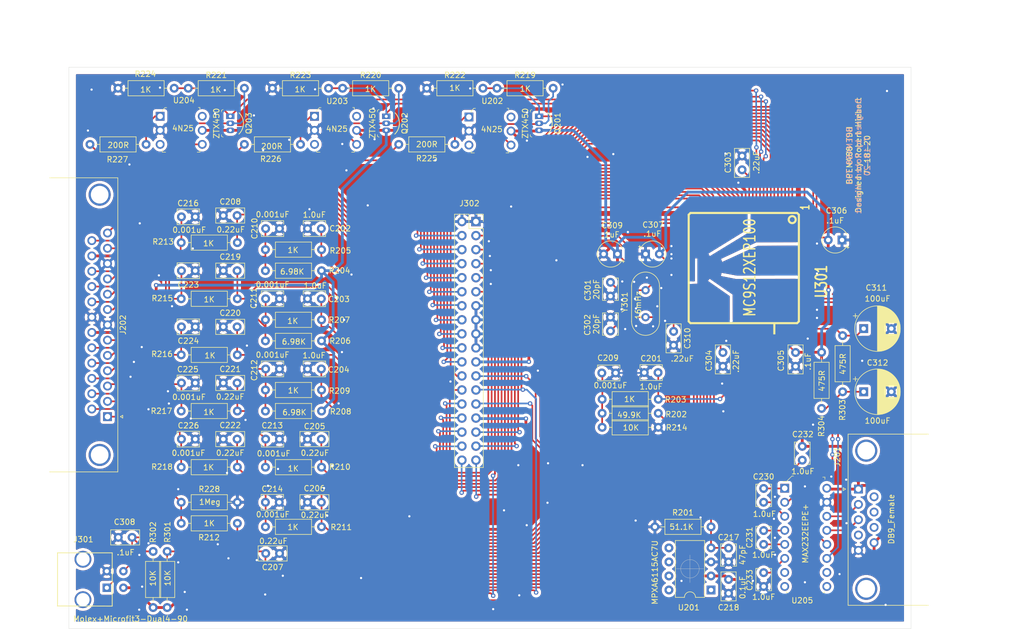
<source format=kicad_pcb>
(kicad_pcb (version 20171130) (host pcbnew "(5.1.6)-1")
  (layers (0 F.Cu mixed) (31 B.Cu mixed) (34 B.Paste user) (35 F.Paste user) (36 B.SilkS user) (37 F.SilkS user) (38 B.Mask user) (39 F.Mask user) (44 Edge.Cuts user))
  (net 0 "")
  (net 1 PAD00)
  (net 2 GND)
  (net 3 PAD01)
  (net 4 PAD02)
  (net 5 PAD03)
  (net 6 PAD04)
  (net 7 PAD06)
  (net 8 PAD07)
  (net 9 PAD08)
  (net 10 "Net-(C209-Pad2)")
  (net 11 /Inputs_RS232/CLT)
  (net 12 /Inputs_RS232/MAT)
  (net 13 /Inputs_RS232/PAD03in)
  (net 14 /Inputs_RS232/MAP)
  (net 15 /Inputs_RS232/TPS)
  (net 16 /Inputs_RS232/EGO)
  (net 17 /Inputs_RS232/EOP)
  (net 18 PAD05)
  (net 19 VDD)
  (net 20 PAD09)
  (net 21 PAD10)
  (net 22 PAD11)
  (net 23 PAD12)
  (net 24 /Inputs_RS232/EFP)
  (net 25 /Inputs_RS232/Itrm)
  (net 26 /Inputs_RS232/Ftrm)
  (net 27 /Inputs_RS232/PAD12in)
  (net 28 "Net-(C230-Pad2)")
  (net 29 "Net-(C230-Pad1)")
  (net 30 "Net-(C231-Pad2)")
  (net 31 "Net-(C231-Pad1)")
  (net 32 "Net-(C232-Pad1)")
  (net 33 "Net-(C233-Pad2)")
  (net 34 "Net-(C301-Pad2)")
  (net 35 "Net-(C302-Pad2)")
  (net 36 "Net-(C303-Pad2)")
  (net 37 "Net-(C304-Pad2)")
  (net 38 /CPU/RESET)
  (net 39 "Net-(C310-Pad1)")
  (net 40 "Net-(C311-Pad1)")
  (net 41 "Net-(C312-Pad1)")
  (net 42 "Net-(J201-Pad8)")
  (net 43 "Net-(J201-Pad7)")
  (net 44 "Net-(J201-Pad6)")
  (net 45 "Net-(J201-Pad4)")
  (net 46 "Net-(J201-Pad3)")
  (net 47 "Net-(J201-Pad2)")
  (net 48 PA4)
  (net 49 PA1)
  (net 50 PA6)
  (net 51 /Inputs_RS232/VSPD)
  (net 52 /Inputs_RS232/CMP)
  (net 53 PA3)
  (net 54 "Net-(J301-Pad1)")
  (net 55 /CPU/PT7)
  (net 56 /CPU/PT6)
  (net 57 +8V)
  (net 58 /CPU/PT5)
  (net 59 +BATT)
  (net 60 /CPU/PT4)
  (net 61 /CPU/PT3)
  (net 62 /CPU/PB6)
  (net 63 /CPU/PB5)
  (net 64 /CPU/PP5)
  (net 65 /CPU/PB4)
  (net 66 /CPU/PP4)
  (net 67 /CPU/PB3)
  (net 68 /CPU/PP3)
  (net 69 /CPU/PB2)
  (net 70 /CPU/PP2)
  (net 71 /CPU/PB1)
  (net 72 /CPU/PP1)
  (net 73 /CPU/PB0)
  (net 74 /CPU/PP0)
  (net 75 /CPU/PK3)
  (net 76 /CPU/PK7)
  (net 77 /CPU/PK2)
  (net 78 /CPU/PK5)
  (net 79 /CPU/PK1)
  (net 80 /CPU/PK4)
  (net 81 /CPU/PK0)
  (net 82 PT0)
  (net 83 "Net-(Q201-Pad2)")
  (net 84 PT1)
  (net 85 "Net-(Q202-Pad2)")
  (net 86 PT2)
  (net 87 "Net-(Q203-Pad2)")
  (net 88 /Inputs_RS232/CKP)
  (net 89 "Net-(U201-Pad8)")
  (net 90 "Net-(U201-Pad7)")
  (net 91 "Net-(U201-Pad6)")
  (net 92 "Net-(U201-Pad5)")
  (net 93 "Net-(U201-Pad1)")
  (net 94 "Net-(U202-Pad6)")
  (net 95 "Net-(U202-Pad3)")
  (net 96 "Net-(U203-Pad6)")
  (net 97 "Net-(U203-Pad3)")
  (net 98 "Net-(U204-Pad6)")
  (net 99 "Net-(U204-Pad3)")
  (net 100 "Net-(U205-Pad9)")
  (net 101 "Net-(U205-Pad8)")
  (net 102 PS0)
  (net 103 PS1)
  (net 104 "Net-(U205-Pad10)")
  (net 105 "Net-(U205-Pad7)")
  (net 106 "Net-(U301-Pad110)")
  (net 107 "Net-(U301-Pad109)")
  (net 108 "Net-(U301-Pad105)")
  (net 109 "Net-(U301-Pad104)")
  (net 110 "Net-(U301-Pad103)")
  (net 111 "Net-(U301-Pad102)")
  (net 112 "Net-(U301-Pad101)")
  (net 113 "Net-(U301-Pad100)")
  (net 114 "Net-(U301-Pad99)")
  (net 115 "Net-(U301-Pad98)")
  (net 116 "Net-(U301-Pad96)")
  (net 117 "Net-(U301-Pad95)")
  (net 118 "Net-(U301-Pad94)")
  (net 119 "Net-(U301-Pad93)")
  (net 120 "Net-(U301-Pad92)")
  (net 121 "Net-(U301-Pad91)")
  (net 122 "Net-(U301-Pad88)")
  (net 123 "Net-(U301-Pad87)")
  (net 124 "Net-(U301-Pad82)")
  (net 125 "Net-(U301-Pad80)")
  (net 126 "Net-(U301-Pad78)")
  (net 127 "Net-(U301-Pad64)")
  (net 128 PA5)
  (net 129 "Net-(U301-Pad56)")
  (net 130 "Net-(U301-Pad55)")
  (net 131 "Net-(U301-Pad54)")
  (net 132 "Net-(U301-Pad53)")
  (net 133 "Net-(U301-Pad52)")
  (net 134 "Net-(U301-Pad51)")
  (net 135 "Net-(U301-Pad50)")
  (net 136 "Net-(U301-Pad49)")
  (net 137 "Net-(U301-Pad39)")
  (net 138 "Net-(U301-Pad36)")
  (net 139 "Net-(U301-Pad35)")
  (net 140 "Net-(U301-Pad34)")
  (net 141 "Net-(U301-Pad33)")
  (net 142 "Net-(U301-Pad32)")
  (net 143 "Net-(U301-Pad31)")
  (net 144 "Net-(U301-Pad22)")
  (net 145 "Net-(U301-Pad21)")
  (net 146 PA2)
  (net 147 /CPU/PA0)
  (net 148 "Net-(R225-Pad2)")
  (net 149 "Net-(R226-Pad2)")
  (net 150 "Net-(R227-Pad2)")
  (module Resistor_THT:R_Axial_DIN0207_L6.3mm_D2.5mm_P10.16mm_Horizontal (layer F.Cu) (at 95.25 64.77)
    (fp_text reference R226 (at 4.8 2.64) (layer F.SilkS))
    (fp_text value 200R (at 4.96 0.35) (layer F.SilkS))
    (pad 1 thru_hole circle (at 0 0) (size 1.6 1.6) (drill 0.8) (layers *.Cu *.Mask) (net 88 /Inputs_RS232/CKP))
    (pad 2 thru_hole oval (at 10.16 0) (size 1.6 1.6) (drill 0.8) (layers *.Cu *.Mask) (net 149 "Net-(R226-Pad2)"))
  )
  (module Connector_Dsub:DSUB-25_Female_Horizontal_P2.77x2.84mm_EdgePinOffset7.70mm_Housed_MountingHolesOffset9.12mm (layer F.Cu) (at 70.485 114.046 270)
    (fp_text reference J202 (at -16.62 -2.8 90) (layer F.SilkS))
    (fp_text value DB25_Female)
    (pad 0 thru_hole circle (at 6.93 1.42 270) (size 4 4) (drill 3.2) (layers *.Cu *.Mask))
    (pad 0 thru_hole circle (at -40.17 1.42 270) (size 4 4) (drill 3.2) (layers *.Cu *.Mask))
    (pad 25 thru_hole circle (at -31.855 2.84 270) (size 1.6 1.6) (drill 1) (layers *.Cu *.Mask) (net 88 /Inputs_RS232/CKP))
    (pad 24 thru_hole circle (at -29.085 2.84 270) (size 1.6 1.6) (drill 1) (layers *.Cu *.Mask) (net 57 +8V))
    (pad 23 thru_hole circle (at -26.315 2.84 270) (size 1.6 1.6) (drill 1) (layers *.Cu *.Mask) (net 49 PA1))
    (pad 22 thru_hole circle (at -23.545 2.84 270) (size 1.6 1.6) (drill 1) (layers *.Cu *.Mask) (net 53 PA3))
    (pad 21 thru_hole circle (at -20.775 2.84 270) (size 1.6 1.6) (drill 1) (layers *.Cu *.Mask) (net 128 PA5))
    (pad 20 thru_hole circle (at -18.005 2.84 270) (size 1.6 1.6) (drill 1) (layers *.Cu *.Mask) (net 2 GND))
    (pad 19 thru_hole circle (at -15.235 2.84 270) (size 1.6 1.6) (drill 1) (layers *.Cu *.Mask) (net 19 VDD))
    (pad 18 thru_hole circle (at -12.465 2.84 270) (size 1.6 1.6) (drill 1) (layers *.Cu *.Mask) (net 11 /Inputs_RS232/CLT))
    (pad 17 thru_hole circle (at -9.695 2.84 270) (size 1.6 1.6) (drill 1) (layers *.Cu *.Mask) (net 12 /Inputs_RS232/MAT))
    (pad 16 thru_hole circle (at -6.925 2.84 270) (size 1.6 1.6) (drill 1) (layers *.Cu *.Mask) (net 13 /Inputs_RS232/PAD03in))
    (pad 15 thru_hole circle (at -4.155 2.84 270) (size 1.6 1.6) (drill 1) (layers *.Cu *.Mask) (net 14 /Inputs_RS232/MAP))
    (pad 14 thru_hole circle (at -1.385 2.84 270) (size 1.6 1.6) (drill 1) (layers *.Cu *.Mask) (net 15 /Inputs_RS232/TPS))
    (pad 13 thru_hole circle (at -33.24 0 270) (size 1.6 1.6) (drill 1) (layers *.Cu *.Mask) (net 51 /Inputs_RS232/VSPD))
    (pad 12 thru_hole circle (at -30.47 0 270) (size 1.6 1.6) (drill 1) (layers *.Cu *.Mask) (net 52 /Inputs_RS232/CMP))
    (pad 11 thru_hole circle (at -27.7 0 270) (size 1.6 1.6) (drill 1) (layers *.Cu *.Mask) (net 2 GND))
    (pad 10 thru_hole circle (at -24.93 0 270) (size 1.6 1.6) (drill 1) (layers *.Cu *.Mask) (net 146 PA2))
    (pad 9 thru_hole circle (at -22.16 0 270) (size 1.6 1.6) (drill 1) (layers *.Cu *.Mask) (net 48 PA4))
    (pad 8 thru_hole circle (at -19.39 0 270) (size 1.6 1.6) (drill 1) (layers *.Cu *.Mask) (net 50 PA6))
    (pad 7 thru_hole circle (at -16.62 0 270) (size 1.6 1.6) (drill 1) (layers *.Cu *.Mask) (net 2 GND))
    (pad 6 thru_hole circle (at -13.85 0 270) (size 1.6 1.6) (drill 1) (layers *.Cu *.Mask) (net 17 /Inputs_RS232/EOP))
    (pad 5 thru_hole circle (at -11.08 0 270) (size 1.6 1.6) (drill 1) (layers *.Cu *.Mask) (net 24 /Inputs_RS232/EFP))
    (pad 4 thru_hole circle (at -8.31 0 270) (size 1.6 1.6) (drill 1) (layers *.Cu *.Mask) (net 25 /Inputs_RS232/Itrm))
    (pad 3 thru_hole circle (at -5.54 0 270) (size 1.6 1.6) (drill 1) (layers *.Cu *.Mask) (net 26 /Inputs_RS232/Ftrm))
    (pad 2 thru_hole circle (at -2.77 0 270) (size 1.6 1.6) (drill 1) (layers *.Cu *.Mask) (net 27 /Inputs_RS232/PAD12in))
    (pad 1 thru_hole rect (at 0 0 270) (size 1.6 1.6) (drill 1) (layers *.Cu *.Mask) (net 16 /Inputs_RS232/EGO))
  )
  (module Connector_Dsub:DSUB-9_Female_Horizontal_P2.77x2.84mm_EdgePinOffset9.90mm_Housed_MountingHolesOffset11.32mm (layer F.Cu) (at 206.375 127.16 90)
    (fp_text reference J201 (at 5.875 -3.81 90) (layer F.SilkS))
    (fp_text value DB9_Female (at -5.428 5.969 90) (layer F.SilkS))
    (pad 0 thru_hole circle (at 6.96 1.42 90) (size 4 4) (drill 3.2) (layers *.Cu *.Mask))
    (pad 0 thru_hole circle (at -18.04 1.42 90) (size 4 4) (drill 3.2) (layers *.Cu *.Mask))
    (pad 9 thru_hole circle (at -9.695 2.84 90) (size 1.6 1.6) (drill 1) (layers *.Cu *.Mask) (net 19 VDD))
    (pad 8 thru_hole circle (at -6.925 2.84 90) (size 1.6 1.6) (drill 1) (layers *.Cu *.Mask) (net 42 "Net-(J201-Pad8)"))
    (pad 7 thru_hole circle (at -4.155 2.84 90) (size 1.6 1.6) (drill 1) (layers *.Cu *.Mask) (net 43 "Net-(J201-Pad7)"))
    (pad 6 thru_hole circle (at -1.385 2.84 90) (size 1.6 1.6) (drill 1) (layers *.Cu *.Mask) (net 44 "Net-(J201-Pad6)"))
    (pad 5 thru_hole circle (at -11.08 0 90) (size 1.6 1.6) (drill 1) (layers *.Cu *.Mask) (net 2 GND))
    (pad 4 thru_hole circle (at -8.31 0 90) (size 1.6 1.6) (drill 1) (layers *.Cu *.Mask) (net 45 "Net-(J201-Pad4)"))
    (pad 3 thru_hole circle (at -5.54 0 90) (size 1.6 1.6) (drill 1) (layers *.Cu *.Mask) (net 46 "Net-(J201-Pad3)"))
    (pad 2 thru_hole circle (at -2.77 0 90) (size 1.6 1.6) (drill 1) (layers *.Cu *.Mask) (net 47 "Net-(J201-Pad2)"))
    (pad 1 thru_hole rect (at 0 0 90) (size 1.6 1.6) (drill 1) (layers *.Cu *.Mask) (net 19 VDD))
  )
  (module Resistor_THT:R_Axial_DIN0207_L6.3mm_D2.5mm_P10.16mm_Horizontal (layer F.Cu) (at 99.06 133.985)
    (fp_text reference R211 (at 13.72 0.065) (layer F.SilkS))
    (fp_text value 1K (at 4.99 0.065) (layer F.SilkS))
    (pad 2 thru_hole oval (at 10.16 0) (size 1.6 1.6) (drill 0.8) (layers *.Cu *.Mask) (net 18 PAD05))
    (pad 1 thru_hole circle (at 0 0) (size 1.6 1.6) (drill 0.8) (layers *.Cu *.Mask) (net 15 /Inputs_RS232/TPS))
  )
  (module Capacitor_THT:C_Disc_D3.8mm_W2.6mm_P2.50mm (layer F.Cu) (at 196.215 121.92 90)
    (fp_text reference C232 (at 4.675 0.1 180) (layer F.SilkS))
    (fp_text value 1.0uF (at -2.025 0.1 180) (layer F.SilkS))
    (pad 1 thru_hole circle (at 0 0 90) (size 1.6 1.6) (drill 0.8) (layers *.Cu *.Mask) (net 32 "Net-(C232-Pad1)"))
    (pad 2 thru_hole circle (at 2.5 0 90) (size 1.6 1.6) (drill 0.8) (layers *.Cu *.Mask) (net 19 VDD))
  )
  (module Capacitor_THT:C_Disc_D3.8mm_W2.6mm_P2.50mm (layer F.Cu) (at 189.23 137.16 90)
    (fp_text reference C231 (at 1.25 -2.55 90) (layer F.SilkS))
    (fp_text value 1.0uF (at -1.905 0 180) (layer F.SilkS))
    (pad 2 thru_hole circle (at 2.5 0 90) (size 1.6 1.6) (drill 0.8) (layers *.Cu *.Mask) (net 30 "Net-(C231-Pad2)"))
    (pad 1 thru_hole circle (at 0 0 90) (size 1.6 1.6) (drill 0.8) (layers *.Cu *.Mask) (net 31 "Net-(C231-Pad1)"))
  )
  (module digikey-footprints:PQFP112 (layer F.Cu) (at 185.635 87.153 270)
    (fp_text reference U301 (at 2.437 -14.035 90) (layer F.SilkS) (effects (font (size 2.032 1.524) (thickness 0.3048))))
    (fp_text value MC9S12XEP100 (at -0.1015 -1.0715 90) (layer F.SilkS) (effects (font (size 2.032 1.524) (thickness 0.254))))
    (fp_text user 1 (at -11 -11.09 90) (layer F.SilkS) (effects (font (size 1.524 1.016) (thickness 0.254))))
    (pad 112 smd rect (at -8.7757 -10.9855) (size 2.032 0.381) (layers F.Cu F.Mask) (net 66 /CPU/PP4))
    (pad 111 smd rect (at -8.128 -10.9855) (size 2.032 0.381) (layers F.Cu F.Mask) (net 64 /CPU/PP5))
    (pad 110 smd rect (at -7.4803 -10.9855) (size 2.032 0.381) (layers F.Cu F.Mask) (net 106 "Net-(U301-Pad110)"))
    (pad 109 smd rect (at -6.8326 -10.9855) (size 2.032 0.381) (layers F.Cu F.Mask) (net 107 "Net-(U301-Pad109)"))
    (pad 108 smd rect (at -6.1849 -10.9855) (size 2.032 0.381) (layers F.Cu F.Mask) (net 76 /CPU/PK7))
    (pad 107 smd rect (at -5.5245 -10.9855) (size 2.032 0.381) (layers F.Cu F.Mask) (net 19 VDD))
    (pad 106 smd rect (at -4.8768 -10.9855) (size 2.032 0.381) (layers F.Cu F.Mask) (net 2 GND))
    (pad 105 smd rect (at -4.2291 -10.9855) (size 2.032 0.381) (layers F.Cu F.Mask) (net 108 "Net-(U301-Pad105)"))
    (pad 104 smd rect (at -3.5814 -10.9855) (size 2.032 0.381) (layers F.Cu F.Mask) (net 109 "Net-(U301-Pad104)"))
    (pad 103 smd rect (at -2.9337 -10.9855) (size 2.032 0.381) (layers F.Cu F.Mask) (net 110 "Net-(U301-Pad103)"))
    (pad 102 smd rect (at -2.2733 -10.9855) (size 2.032 0.381) (layers F.Cu F.Mask) (net 111 "Net-(U301-Pad102)"))
    (pad 101 smd rect (at -1.6256 -10.9855) (size 2.032 0.381) (layers F.Cu F.Mask) (net 112 "Net-(U301-Pad101)"))
    (pad 100 smd rect (at -0.9779 -10.9855) (size 2.032 0.381) (layers F.Cu F.Mask) (net 113 "Net-(U301-Pad100)"))
    (pad 99 smd rect (at -0.3302 -10.9855) (size 2.032 0.381) (layers F.Cu F.Mask) (net 114 "Net-(U301-Pad99)"))
    (pad 98 smd rect (at 0.3302 -10.9855) (size 2.032 0.381) (layers F.Cu F.Mask) (net 115 "Net-(U301-Pad98)"))
    (pad 97 smd rect (at 0.9779 -10.9855) (size 2.032 0.381) (layers F.Cu F.Mask) (net 2 GND))
    (pad 96 smd rect (at 1.6256 -10.9855) (size 2.032 0.381) (layers F.Cu F.Mask) (net 116 "Net-(U301-Pad96)"))
    (pad 95 smd rect (at 2.2733 -10.9855) (size 2.032 0.381) (layers F.Cu F.Mask) (net 117 "Net-(U301-Pad95)"))
    (pad 94 smd rect (at 2.9337 -10.9855) (size 2.032 0.381) (layers F.Cu F.Mask) (net 118 "Net-(U301-Pad94)"))
    (pad 93 smd rect (at 3.5814 -10.9855) (size 2.032 0.381) (layers F.Cu F.Mask) (net 119 "Net-(U301-Pad93)"))
    (pad 92 smd rect (at 4.2291 -10.9855) (size 2.032 0.381) (layers F.Cu F.Mask) (net 120 "Net-(U301-Pad92)"))
    (pad 91 smd rect (at 4.8768 -10.9855) (size 2.032 0.381) (layers F.Cu F.Mask) (net 121 "Net-(U301-Pad91)"))
    (pad 90 smd rect (at 5.5245 -10.9855) (size 2.032 0.381) (layers F.Cu F.Mask) (net 103 PS1))
    (pad 89 smd rect (at 6.1849 -10.9855) (size 2.032 0.381) (layers F.Cu F.Mask) (net 102 PS0))
    (pad 88 smd rect (at 6.8326 -10.9855) (size 2.032 0.381) (layers F.Cu F.Mask) (net 122 "Net-(U301-Pad88)"))
    (pad 87 smd rect (at 7.4803 -10.9855) (size 2.032 0.381) (layers F.Cu F.Mask) (net 123 "Net-(U301-Pad87)"))
    (pad 86 smd rect (at 8.128 -10.9855) (size 2.032 0.381) (layers F.Cu F.Mask) (net 2 GND))
    (pad 85 smd rect (at 8.7757 -10.9855) (size 2.032 0.381) (layers F.Cu F.Mask) (net 2 GND))
    (pad 84 smd rect (at 10.9855 -8.7757 90) (size 2.032 0.381) (layers F.Cu F.Mask) (net 40 "Net-(C311-Pad1)"))
    (pad 83 smd rect (at 10.9855 -8.128 90) (size 2.032 0.381) (layers F.Cu F.Mask) (net 19 VDD))
    (pad 82 smd rect (at 10.9855 -7.4803 90) (size 2.032 0.381) (layers F.Cu F.Mask) (net 124 "Net-(U301-Pad82)"))
    (pad 81 smd rect (at 10.9855 -6.8326 90) (size 2.032 0.381) (layers F.Cu F.Mask) (net 8 PAD07))
    (pad 80 smd rect (at 10.9855 -6.1849 90) (size 2.032 0.381) (layers F.Cu F.Mask) (net 125 "Net-(U301-Pad80)"))
    (pad 79 smd rect (at 10.9855 -5.5245 90) (size 2.032 0.381) (layers F.Cu F.SilkS F.Mask) (net 7 PAD06))
    (pad 78 smd rect (at 10.9855 -4.8768 90) (size 2.032 0.381) (layers F.Cu F.Mask) (net 126 "Net-(U301-Pad78)"))
    (pad 77 smd rect (at 10.9855 -4.2291 90) (size 2.032 0.381) (layers F.Cu F.Mask) (net 18 PAD05))
    (pad 76 smd rect (at 10.9855 -3.5814 90) (size 2.032 0.381) (layers F.Cu F.Mask) (net 23 PAD12))
    (pad 75 smd rect (at 10.9855 -2.9337 90) (size 2.032 0.381) (layers F.Cu F.Mask) (net 6 PAD04))
    (pad 74 smd rect (at 10.9855 -2.2733 90) (size 2.032 0.381) (layers F.Cu F.Mask) (net 22 PAD11))
    (pad 73 smd rect (at 10.9855 -1.6256 90) (size 2.032 0.381) (layers F.Cu F.Mask) (net 5 PAD03))
    (pad 72 smd rect (at 10.9855 -0.9779 90) (size 2.032 0.381) (layers F.Cu F.Mask) (net 21 PAD10))
    (pad 71 smd rect (at 10.9855 -0.3302 90) (size 2.032 0.381) (layers F.Cu F.Mask) (net 4 PAD02))
    (pad 70 smd rect (at 10.9855 0.3302 90) (size 2.032 0.381) (layers F.Cu F.Mask) (net 20 PAD09))
    (pad 69 smd rect (at 10.9855 0.9779 90) (size 2.032 0.381) (layers F.Cu F.Mask) (net 3 PAD01))
    (pad 68 smd rect (at 10.9855 1.6256 90) (size 2.032 0.381) (layers F.Cu F.Mask) (net 9 PAD08))
    (pad 67 smd rect (at 10.9855 2.2733 90) (size 2.032 0.381) (layers F.Cu F.Mask) (net 1 PAD00))
    (pad 66 smd rect (at 10.9855 2.9337 90) (size 2.032 0.381) (layers F.Cu F.Mask) (net 2 GND))
    (pad 65 smd rect (at 10.9855 3.5814 90) (size 2.032 0.381) (layers F.Cu F.Mask) (net 37 "Net-(C304-Pad2)"))
    (pad 64 smd rect (at 10.9855 4.2291 90) (size 2.032 0.381) (layers F.Cu F.Mask) (net 127 "Net-(U301-Pad64)"))
    (pad 63 smd rect (at 10.9855 4.8768 90) (size 2.032 0.381) (layers F.Cu F.Mask) (net 50 PA6))
    (pad 62 smd rect (at 10.9855 5.5245 90) (size 2.032 0.381) (layers F.Cu F.Mask) (net 128 PA5))
    (pad 61 smd rect (at 10.9855 6.1849 90) (size 2.032 0.381) (layers F.Cu F.Mask) (net 48 PA4))
    (pad 60 smd rect (at 10.9855 6.8326 90) (size 2.032 0.381) (layers F.Cu F.Mask) (net 53 PA3))
    (pad 59 smd rect (at 10.9855 7.4803 90) (size 2.032 0.381) (layers F.Cu F.Mask) (net 146 PA2))
    (pad 58 smd rect (at 10.9855 8.128 90) (size 2.032 0.381) (layers F.Cu F.Mask) (net 49 PA1))
    (pad 57 smd rect (at 10.9855 8.7757 90) (size 2.032 0.381) (layers F.Cu F.Mask) (net 147 /CPU/PA0))
    (pad 56 smd rect (at 8.7757 10.9855) (size 2.032 0.381) (layers F.Cu F.Mask) (net 129 "Net-(U301-Pad56)"))
    (pad 55 smd rect (at 8.128 10.9855) (size 2.032 0.381) (layers F.Cu F.Mask) (net 130 "Net-(U301-Pad55)"))
    (pad 54 smd rect (at 7.4803 10.9855) (size 2.032 0.381) (layers F.Cu F.Mask) (net 131 "Net-(U301-Pad54)"))
    (pad 53 smd rect (at 6.8326 10.9855) (size 2.032 0.381) (layers F.Cu F.Mask) (net 132 "Net-(U301-Pad53)"))
    (pad 52 smd rect (at 6.1849 10.9855) (size 2.032 0.381) (layers F.Cu F.Mask) (net 133 "Net-(U301-Pad52)"))
    (pad 51 smd rect (at 5.5245 10.9855) (size 2.032 0.381) (layers F.Cu F.Mask) (net 134 "Net-(U301-Pad51)"))
    (pad 50 smd rect (at 4.8768 10.9855) (size 2.032 0.381) (layers F.Cu F.Mask) (net 135 "Net-(U301-Pad50)"))
    (pad 49 smd rect (at 4.2291 10.9855) (size 2.032 0.381) (layers F.Cu F.Mask) (net 136 "Net-(U301-Pad49)"))
    (pad 48 smd rect (at 3.5814 10.9855) (size 2.032 0.381) (layers F.Cu F.Mask) (net 39 "Net-(C310-Pad1)"))
    (pad 47 smd rect (at 2.9337 10.9855) (size 2.032 0.381) (layers F.Cu F.Mask) (net 35 "Net-(C302-Pad2)"))
    (pad 46 smd rect (at 2.2733 10.9855) (size 2.032 0.381) (layers F.Cu F.Mask) (net 34 "Net-(C301-Pad2)"))
    (pad 45 smd rect (at 1.6256 10.9855) (size 2.032 0.381) (layers F.Cu F.Mask) (net 2 GND))
    (pad 44 smd rect (at 0.9779 10.9855) (size 2.032 0.381) (layers F.Cu F.Mask) (net 2 GND))
    (pad 43 smd rect (at 0.3302 10.9855) (size 2.032 0.381) (layers F.Cu F.Mask) (net 19 VDD))
    (pad 42 smd rect (at -0.3302 10.9855) (size 2.032 0.381) (layers F.Cu F.Mask) (net 38 /CPU/RESET))
    (pad 41 smd rect (at -0.9779 10.9855) (size 2.032 0.381) (layers F.Cu F.Mask) (net 19 VDD))
    (pad 40 smd rect (at -1.6256 10.9855) (size 2.032 0.381) (layers F.Cu F.Mask) (net 2 GND))
    (pad 39 smd rect (at -2.2733 10.9855) (size 2.032 0.381) (layers F.Cu F.Mask) (net 137 "Net-(U301-Pad39)"))
    (pad 38 smd rect (at -2.9337 10.9855) (size 2.032 0.381) (layers F.Cu F.Mask) (net 2 GND))
    (pad 37 smd rect (at -3.5814 10.9855) (size 2.032 0.381) (layers F.Cu F.Mask) (net 2 GND))
    (pad 36 smd rect (at -4.2291 10.9855) (size 2.032 0.381) (layers F.Cu F.Mask) (net 138 "Net-(U301-Pad36)"))
    (pad 35 smd rect (at -4.8768 10.9855) (size 2.032 0.381) (layers F.Cu F.Mask) (net 139 "Net-(U301-Pad35)"))
    (pad 34 smd rect (at -5.5245 10.9855) (size 2.032 0.381) (layers F.Cu F.Mask) (net 140 "Net-(U301-Pad34)"))
    (pad 33 smd rect (at -6.1849 10.9855) (size 2.032 0.381) (layers F.Cu F.Mask) (net 141 "Net-(U301-Pad33)"))
    (pad 32 smd rect (at -6.8326 10.9855) (size 2.032 0.381) (layers F.Cu F.Mask) (net 142 "Net-(U301-Pad32)"))
    (pad 31 smd rect (at -7.4803 10.9855) (size 2.032 0.381) (layers F.Cu F.Mask) (net 143 "Net-(U301-Pad31)"))
    (pad 30 smd rect (at -8.128 10.9855) (size 2.032 0.381) (layers F.Cu F.Mask) (net 62 /CPU/PB6))
    (pad 29 smd rect (at -8.7757 10.9855) (size 2.032 0.381) (layers F.Cu F.Mask) (net 63 /CPU/PB5))
    (pad 28 smd rect (at -10.9855 8.7757 90) (size 2.032 0.381) (layers F.Cu F.Mask) (net 65 /CPU/PB4))
    (pad 27 smd rect (at -10.9855 8.128 90) (size 2.032 0.381) (layers F.Cu F.Mask) (net 67 /CPU/PB3))
    (pad 26 smd rect (at -10.9855 7.4803 90) (size 2.032 0.381) (layers F.Cu F.Mask) (net 69 /CPU/PB2))
    (pad 25 smd rect (at -10.9855 6.8326 90) (size 2.032 0.381) (layers F.Cu F.Mask) (net 71 /CPU/PB1))
    (pad 24 smd rect (at -10.9855 6.1849 90) (size 2.032 0.381) (layers F.Cu F.Mask) (net 73 /CPU/PB0))
    (pad 23 smd rect (at -10.9855 5.5245 90) (size 2.032 0.381) (layers F.Cu F.Mask) (net 54 "Net-(J301-Pad1)"))
    (pad 22 smd rect (at -10.9855 4.8768 90) (size 2.032 0.381) (layers F.Cu F.Mask) (net 144 "Net-(U301-Pad22)"))
    (pad 21 smd rect (at -10.9855 4.2291 90) (size 2.032 0.381) (layers F.Cu F.Mask) (net 145 "Net-(U301-Pad21)"))
    (pad 20 smd rect (at -10.9855 3.5814 90) (size 2.032 0.381) (layers F.Cu F.Mask) (net 80 /CPU/PK4))
    (pad 19 smd rect (at -10.9855 2.9337 90) (size 2.032 0.381) (layers F.Cu F.Mask) (net 78 /CPU/PK5))
    (pad 18 smd rect (at -10.9855 2.2733 90) (size 2.032 0.381) (layers F.Cu F.Mask) (net 55 /CPU/PT7))
    (pad 17 smd rect (at -10.9855 1.6256 90) (size 2.032 0.381) (layers F.Cu F.Mask) (net 56 /CPU/PT6))
    (pad 16 smd rect (at -10.9855 0.9779 90) (size 2.032 0.381) (layers F.Cu F.Mask) (net 58 /CPU/PT5))
    (pad 15 smd rect (at -10.9855 0.3302 90) (size 2.032 0.381) (layers F.Cu F.Mask) (net 60 /CPU/PT4))
    (pad 14 smd rect (at -10.9855 -0.3302 90) (size 2.032 0.381) (layers F.Cu F.Mask) (net 2 GND))
    (pad 13 smd rect (at -10.9855 -0.9779 90) (size 2.032 0.381) (layers F.Cu F.Mask) (net 36 "Net-(C303-Pad2)"))
    (pad 12 smd rect (at -10.9855 -1.6256 90) (size 2.032 0.381) (layers F.Cu F.Mask) (net 61 /CPU/PT3))
    (pad 11 smd rect (at -10.9855 -2.2733 90) (size 2.032 0.381) (layers F.Cu F.Mask) (net 86 PT2))
    (pad 10 smd rect (at -10.9855 -2.9337 90) (size 2.032 0.381) (layers F.Cu F.Mask) (net 84 PT1))
    (pad 9 smd rect (at -10.9855 -3.5814 90) (size 2.032 0.381) (layers F.Cu F.Mask) (net 82 PT0))
    (pad 8 smd rect (at -10.9855 -4.2291 90) (size 2.032 0.381) (layers F.Cu F.Mask) (net 81 /CPU/PK0))
    (pad 7 smd rect (at -10.9855 -4.8768 90) (size 2.032 0.381) (layers F.Cu F.Mask) (net 79 /CPU/PK1))
    (pad 6 smd rect (at -10.9855 -5.5245 90) (size 2.032 0.381) (layers F.Cu F.Mask) (net 77 /CPU/PK2))
    (pad 5 smd rect (at -10.9855 -6.1849 90) (size 2.032 0.381) (layers F.Cu F.Mask) (net 75 /CPU/PK3))
    (pad 4 smd rect (at -10.9855 -6.8326 90) (size 2.032 0.381) (layers F.Cu F.Mask) (net 74 /CPU/PP0))
    (pad 3 smd rect (at -10.9855 -7.4803 90) (size 2.032 0.381) (layers F.Cu F.Mask) (net 72 /CPU/PP1))
    (pad 2 smd rect (at -10.9855 -8.128 90) (size 2.032 0.381) (layers F.Cu F.Mask) (net 70 /CPU/PP2))
    (pad 1 smd rect (at -10.9855 -8.7757 90) (size 2.032 0.381) (layers F.Cu F.Mask) (net 68 /CPU/PP3))
  )
  (module digikey-footprints:DIP-16_W7.62mm (layer F.Cu) (at 193.04 127)
    (fp_text reference U205 (at 3.175 20.32) (layer F.SilkS))
    (fp_text value MAX232EEPE+ (at 3.736 8.198 90) (layer F.SilkS))
    (pad 9 thru_hole circle (at 7.62 17.78) (size 1.6 1.6) (drill 1) (layers *.Cu *.Mask) (net 100 "Net-(U205-Pad9)"))
    (pad 8 thru_hole circle (at 0 17.78) (size 1.6 1.6) (drill 1) (layers *.Cu *.Mask) (net 101 "Net-(U205-Pad8)"))
    (pad 16 thru_hole circle (at 7.62 0) (size 1.6 1.6) (drill 1) (layers *.Cu *.Mask) (net 19 VDD))
    (pad 15 thru_hole circle (at 7.62 2.54) (size 1.6 1.6) (drill 1) (layers *.Cu *.Mask) (net 2 GND))
    (pad 14 thru_hole circle (at 7.62 5.08) (size 1.6 1.6) (drill 1) (layers *.Cu *.Mask) (net 47 "Net-(J201-Pad2)"))
    (pad 13 thru_hole circle (at 7.62 7.62) (size 1.6 1.6) (drill 1) (layers *.Cu *.Mask) (net 46 "Net-(J201-Pad3)"))
    (pad 12 thru_hole circle (at 7.62 10.16) (size 1.6 1.6) (drill 1) (layers *.Cu *.Mask) (net 102 PS0))
    (pad 11 thru_hole circle (at 7.62 12.7) (size 1.6 1.6) (drill 1) (layers *.Cu *.Mask) (net 103 PS1))
    (pad 10 thru_hole circle (at 7.62 15.24) (size 1.6 1.6) (drill 1) (layers *.Cu *.Mask) (net 104 "Net-(U205-Pad10)"))
    (pad 7 thru_hole circle (at 0 15.24) (size 1.6 1.6) (drill 1) (layers *.Cu *.Mask) (net 105 "Net-(U205-Pad7)"))
    (pad 6 thru_hole circle (at 0 12.7) (size 1.6 1.6) (drill 1) (layers *.Cu *.Mask) (net 33 "Net-(C233-Pad2)"))
    (pad 5 thru_hole circle (at 0 10.16) (size 1.6 1.6) (drill 1) (layers *.Cu *.Mask) (net 31 "Net-(C231-Pad1)"))
    (pad 4 thru_hole circle (at 0 7.62) (size 1.6 1.6) (drill 1) (layers *.Cu *.Mask) (net 30 "Net-(C231-Pad2)"))
    (pad 3 thru_hole circle (at 0 5.08) (size 1.6 1.6) (drill 1) (layers *.Cu *.Mask) (net 29 "Net-(C230-Pad1)"))
    (pad 2 thru_hole circle (at 0 2.54) (size 1.6 1.6) (drill 1) (layers *.Cu *.Mask) (net 32 "Net-(C232-Pad1)"))
    (pad 1 thru_hole rect (at 0 0) (size 1.6 1.6) (drill 1) (layers *.Cu *.Mask) (net 28 "Net-(C230-Pad2)"))
  )
  (module Capacitor_THT:C_Disc_D5.0mm_W2.5mm_P2.50mm (layer F.Cu) (at 185.32 66.868 270)
    (fp_text reference C303 (at 1.182 2.54 90) (layer F.SilkS))
    (fp_text value .22uF (at 1.182 -2.61 90) (layer F.SilkS))
    (pad 2 thru_hole circle (at 2.5 0 270) (size 1.6 1.6) (drill 0.8) (layers *.Cu *.Mask) (net 36 "Net-(C303-Pad2)"))
    (pad 1 thru_hole circle (at 0 0 270) (size 1.6 1.6) (drill 0.8) (layers *.Cu *.Mask) (net 2 GND))
  )
  (module Capacitor_THT:CP_Radial_Tantal_D4.5mm_P2.50mm (layer F.Cu) (at 167.855 84.613)
    (fp_text reference C307 (at 1.365 -5.283) (layer F.SilkS))
    (fp_text value .1uF (at 1.215 -3.653) (layer F.SilkS))
    (pad 2 thru_hole circle (at 2.5 0) (size 1.6 1.6) (drill 0.8) (layers *.Cu *.Mask) (net 19 VDD))
    (pad 1 thru_hole rect (at 0 0) (size 1.6 1.6) (drill 0.8) (layers *.Cu *.Mask) (net 2 GND))
  )
  (module Crystal:Crystal_HC49-4H_Vertical (layer F.Cu) (at 167.855 96.043 90)
    (fp_text reference Y301 (at 2.703 -3.765 90) (layer F.SilkS))
    (fp_text value 16mHz (at 2.143 -1.325 90) (layer F.SilkS))
    (pad 2 thru_hole circle (at 4.88 0 90) (size 1.5 1.5) (drill 0.8) (layers *.Cu *.Mask) (net 34 "Net-(C301-Pad2)"))
    (pad 1 thru_hole circle (at 0 0 90) (size 1.5 1.5) (drill 0.8) (layers *.Cu *.Mask) (net 35 "Net-(C302-Pad2)"))
  )
  (module digikey-footprints:DIP-6_W7.62mm (layer F.Cu) (at 80.01 59.69)
    (fp_text reference U204 (at 4.29 -2.89) (layer F.SilkS))
    (fp_text value 4N25 (at 4.13 2.18) (layer F.SilkS))
    (pad 6 thru_hole circle (at 7.62 0) (size 1.6 1.6) (drill 1) (layers *.Cu *.Mask) (net 98 "Net-(U204-Pad6)"))
    (pad 5 thru_hole circle (at 7.62 2.54) (size 1.6 1.6) (drill 1) (layers *.Cu *.Mask) (net 19 VDD))
    (pad 4 thru_hole circle (at 7.62 5.08) (size 1.6 1.6) (drill 1) (layers *.Cu *.Mask) (net 87 "Net-(Q203-Pad2)"))
    (pad 3 thru_hole circle (at 0 5.08) (size 1.6 1.6) (drill 1) (layers *.Cu *.Mask) (net 99 "Net-(U204-Pad3)"))
    (pad 2 thru_hole circle (at 0 2.54) (size 1.6 1.6) (drill 1) (layers *.Cu *.Mask) (net 2 GND))
    (pad 1 thru_hole rect (at 0 0) (size 1.6 1.6) (drill 1) (layers *.Cu *.Mask) (net 150 "Net-(R227-Pad2)"))
  )
  (module digikey-footprints:DIP-6_W7.62mm (layer F.Cu) (at 107.95 59.69)
    (fp_text reference U203 (at 4.1 -2.74) (layer F.SilkS))
    (fp_text value 4N25 (at 4.05 2.28) (layer F.SilkS))
    (pad 6 thru_hole circle (at 7.62 0) (size 1.6 1.6) (drill 1) (layers *.Cu *.Mask) (net 96 "Net-(U203-Pad6)"))
    (pad 5 thru_hole circle (at 7.62 2.54) (size 1.6 1.6) (drill 1) (layers *.Cu *.Mask) (net 19 VDD))
    (pad 4 thru_hole circle (at 7.62 5.08) (size 1.6 1.6) (drill 1) (layers *.Cu *.Mask) (net 85 "Net-(Q202-Pad2)"))
    (pad 3 thru_hole circle (at 0 5.08) (size 1.6 1.6) (drill 1) (layers *.Cu *.Mask) (net 97 "Net-(U203-Pad3)"))
    (pad 2 thru_hole circle (at 0 2.54) (size 1.6 1.6) (drill 1) (layers *.Cu *.Mask) (net 2 GND))
    (pad 1 thru_hole rect (at 0 0) (size 1.6 1.6) (drill 1) (layers *.Cu *.Mask) (net 149 "Net-(R226-Pad2)"))
  )
  (module digikey-footprints:DIP-6_W7.62mm (layer F.Cu) (at 135.89 59.817)
    (fp_text reference U202 (at 4.23 -2.89) (layer F.SilkS))
    (fp_text value 4N25 (at 4.13 2.23) (layer F.SilkS))
    (pad 6 thru_hole circle (at 7.62 0) (size 1.6 1.6) (drill 1) (layers *.Cu *.Mask) (net 94 "Net-(U202-Pad6)"))
    (pad 5 thru_hole circle (at 7.62 2.54) (size 1.6 1.6) (drill 1) (layers *.Cu *.Mask) (net 19 VDD))
    (pad 4 thru_hole circle (at 7.62 5.08) (size 1.6 1.6) (drill 1) (layers *.Cu *.Mask) (net 83 "Net-(Q201-Pad2)"))
    (pad 3 thru_hole circle (at 0 5.08) (size 1.6 1.6) (drill 1) (layers *.Cu *.Mask) (net 95 "Net-(U202-Pad3)"))
    (pad 2 thru_hole circle (at 0 2.54) (size 1.6 1.6) (drill 1) (layers *.Cu *.Mask) (net 2 GND))
    (pad 1 thru_hole rect (at 0 0) (size 1.6 1.6) (drill 1) (layers *.Cu *.Mask) (net 148 "Net-(R225-Pad2)"))
  )
  (module Package_DIP:DIP-8_W7.62mm (layer F.Cu) (at 179.705 145.415 180)
    (fp_text reference U201 (at 4.026 -3.175) (layer F.SilkS))
    (fp_text value MPXA6115AC7U (at 10.16 3.175 90) (layer F.SilkS))
    (pad 8 thru_hole oval (at 7.62 0 180) (size 1.6 1.6) (drill 0.8) (layers *.Cu *.Mask) (net 89 "Net-(U201-Pad8)"))
    (pad 4 thru_hole oval (at 0 7.62 180) (size 1.6 1.6) (drill 0.8) (layers *.Cu *.Mask) (net 8 PAD07))
    (pad 7 thru_hole oval (at 7.62 2.54 180) (size 1.6 1.6) (drill 0.8) (layers *.Cu *.Mask) (net 90 "Net-(U201-Pad7)"))
    (pad 3 thru_hole oval (at 0 5.08 180) (size 1.6 1.6) (drill 0.8) (layers *.Cu *.Mask) (net 2 GND))
    (pad 6 thru_hole oval (at 7.62 5.08 180) (size 1.6 1.6) (drill 0.8) (layers *.Cu *.Mask) (net 91 "Net-(U201-Pad6)"))
    (pad 2 thru_hole oval (at 0 2.54 180) (size 1.6 1.6) (drill 0.8) (layers *.Cu *.Mask) (net 19 VDD))
    (pad 5 thru_hole oval (at 7.62 7.62 180) (size 1.6 1.6) (drill 0.8) (layers *.Cu *.Mask) (net 92 "Net-(U201-Pad5)"))
    (pad 1 thru_hole rect (at 0 0 180) (size 1.6 1.6) (drill 0.8) (layers *.Cu *.Mask) (net 93 "Net-(U201-Pad1)"))
  )
  (module Resistor_THT:R_Axial_DIN0207_L6.3mm_D2.5mm_P10.16mm_Horizontal (layer F.Cu) (at 199.715 112.553 90)
    (fp_text reference R304 (at -3.21 -0.03 90) (layer F.SilkS))
    (fp_text value 475R (at 4.983 0.065 90) (layer F.SilkS))
    (pad 2 thru_hole oval (at 10.16 0 90) (size 1.6 1.6) (drill 0.8) (layers *.Cu *.Mask) (net 19 VDD))
    (pad 1 thru_hole circle (at 0 0 90) (size 1.6 1.6) (drill 0.8) (layers *.Cu *.Mask) (net 41 "Net-(C312-Pad1)"))
  )
  (module Resistor_THT:R_Axial_DIN0207_L6.3mm_D2.5mm_P10.16mm_Horizontal (layer F.Cu) (at 203.525 99.383 270)
    (fp_text reference R303 (at 13.46 0.04 90) (layer F.SilkS))
    (fp_text value 475R (at 5.137 -0.055 90) (layer F.SilkS))
    (pad 2 thru_hole oval (at 10.16 0 270) (size 1.6 1.6) (drill 0.8) (layers *.Cu *.Mask) (net 41 "Net-(C312-Pad1)"))
    (pad 1 thru_hole circle (at 0 0 270) (size 1.6 1.6) (drill 0.8) (layers *.Cu *.Mask) (net 40 "Net-(C311-Pad1)"))
  )
  (module Resistor_THT:R_Axial_DIN0207_L6.3mm_D2.5mm_P10.16mm_Horizontal (layer F.Cu) (at 78.74 148.59 90)
    (fp_text reference R302 (at 13.62 -0.01 90) (layer F.SilkS))
    (fp_text value 10K (at 5.29 -0.04 90) (layer F.SilkS))
    (pad 2 thru_hole oval (at 10.16 0 90) (size 1.6 1.6) (drill 0.8) (layers *.Cu *.Mask) (net 38 /CPU/RESET))
    (pad 1 thru_hole circle (at 0 0 90) (size 1.6 1.6) (drill 0.8) (layers *.Cu *.Mask) (net 19 VDD))
  )
  (module Resistor_THT:R_Axial_DIN0207_L6.3mm_D2.5mm_P10.16mm_Horizontal (layer F.Cu) (at 81.28 148.59 90)
    (fp_text reference R301 (at 13.67 0.06 90) (layer F.SilkS))
    (fp_text value 10K (at 5.33 0.09 90) (layer F.SilkS))
    (pad 2 thru_hole oval (at 10.16 0 90) (size 1.6 1.6) (drill 0.8) (layers *.Cu *.Mask) (net 54 "Net-(J301-Pad1)"))
    (pad 1 thru_hole circle (at 0 0 90) (size 1.6 1.6) (drill 0.8) (layers *.Cu *.Mask) (net 19 VDD))
  )
  (module Resistor_THT:R_Axial_DIN0207_L6.3mm_D2.5mm_P10.16mm_Horizontal (layer F.Cu) (at 123.19 64.77)
    (fp_text reference R225 (at 5.08 2.54) (layer F.SilkS))
    (fp_text value 200R (at 5.08 0) (layer F.SilkS))
    (pad 2 thru_hole oval (at 10.16 0) (size 1.6 1.6) (drill 0.8) (layers *.Cu *.Mask) (net 148 "Net-(R225-Pad2)"))
    (pad 1 thru_hole circle (at 0 0) (size 1.6 1.6) (drill 0.8) (layers *.Cu *.Mask) (net 52 /Inputs_RS232/CMP))
  )
  (module Resistor_THT:R_Axial_DIN0207_L6.3mm_D2.5mm_P10.16mm_Horizontal (layer F.Cu) (at 170.16 115.976 180)
    (fp_text reference R214 (at -3.33 -0.054) (layer F.SilkS))
    (fp_text value 10K (at 4.95 -0.064) (layer F.SilkS))
    (pad 2 thru_hole oval (at 10.16 0 180) (size 1.6 1.6) (drill 0.8) (layers *.Cu *.Mask) (net 10 "Net-(C209-Pad2)"))
    (pad 1 thru_hole circle (at 0 0 180) (size 1.6 1.6) (drill 0.8) (layers *.Cu *.Mask) (net 2 GND))
  )
  (module Resistor_THT:R_Axial_DIN0207_L6.3mm_D2.5mm_P10.16mm_Horizontal (layer F.Cu) (at 99.06 87.63)
    (fp_text reference R204 (at 13.42 -0.02) (layer F.SilkS))
    (fp_text value 6.98K (at 4.84 0.18) (layer F.SilkS))
    (pad 2 thru_hole oval (at 10.16 0) (size 1.6 1.6) (drill 0.8) (layers *.Cu *.Mask) (net 19 VDD))
    (pad 1 thru_hole circle (at 0 0) (size 1.6 1.6) (drill 0.8) (layers *.Cu *.Mask) (net 11 /Inputs_RS232/CLT))
  )
  (module Resistor_THT:R_Axial_DIN0207_L6.3mm_D2.5mm_P10.16mm_Horizontal (layer F.Cu) (at 160 110.896)
    (fp_text reference R203 (at 13.31 0.074) (layer F.SilkS))
    (fp_text value 1K (at 4.96 -0.016) (layer F.SilkS))
    (pad 2 thru_hole oval (at 10.16 0) (size 1.6 1.6) (drill 0.8) (layers *.Cu *.Mask) (net 1 PAD00))
    (pad 1 thru_hole circle (at 0 0) (size 1.6 1.6) (drill 0.8) (layers *.Cu *.Mask) (net 10 "Net-(C209-Pad2)"))
  )
  (module Resistor_THT:R_Axial_DIN0207_L6.3mm_D2.5mm_P10.16mm_Horizontal (layer F.Cu) (at 160 113.436)
    (fp_text reference R202 (at 13.4 0.194) (layer F.SilkS))
    (fp_text value 49.9K (at 4.9 0.324) (layer F.SilkS))
    (pad 2 thru_hole oval (at 10.16 0) (size 1.6 1.6) (drill 0.8) (layers *.Cu *.Mask) (net 59 +BATT))
    (pad 1 thru_hole circle (at 0 0) (size 1.6 1.6) (drill 0.8) (layers *.Cu *.Mask) (net 10 "Net-(C209-Pad2)"))
  )
  (module Resistor_THT:R_Axial_DIN0207_L6.3mm_D2.5mm_P10.16mm_Horizontal (layer F.Cu) (at 179.705 133.985 180)
    (fp_text reference R201 (at 5.076 2.57) (layer F.SilkS))
    (fp_text value 51.1K (at 5.336 -0.02) (layer F.SilkS))
    (pad 2 thru_hole oval (at 10.16 0 180) (size 1.6 1.6) (drill 0.8) (layers *.Cu *.Mask) (net 2 GND))
    (pad 1 thru_hole circle (at 0 0 180) (size 1.6 1.6) (drill 0.8) (layers *.Cu *.Mask) (net 8 PAD07))
  )
  (module digikey-footprints:TO-92-3 (layer F.Cu) (at 92.71 59.69 270)
    (fp_text reference Q203 (at 1.27 -3.35 90) (layer F.SilkS))
    (fp_text value ZTX450 (at 1.27 2.5 90) (layer F.SilkS))
    (pad 1 thru_hole rect (at 0 0 90) (size 1 1.5) (drill 0.55) (layers *.Cu *.Mask) (net 86 PT2))
    (pad 3 thru_hole oval (at 2.54 0 90) (size 1 1.5) (drill 0.55) (layers *.Cu *.Mask) (net 19 VDD))
    (pad 2 thru_hole oval (at 1.27 0 90) (size 1 1.5) (drill 0.55) (layers *.Cu *.Mask) (net 87 "Net-(Q203-Pad2)"))
  )
  (module digikey-footprints:TO-92-3 (layer F.Cu) (at 120.93 59.69 270)
    (fp_text reference Q202 (at 1.27 -3.35 90) (layer F.SilkS))
    (fp_text value ZTX450 (at 1.27 2.5 90) (layer F.SilkS))
    (pad 1 thru_hole rect (at 0 0 90) (size 1 1.5) (drill 0.55) (layers *.Cu *.Mask) (net 84 PT1))
    (pad 3 thru_hole oval (at 2.54 0 90) (size 1 1.5) (drill 0.55) (layers *.Cu *.Mask) (net 19 VDD))
    (pad 2 thru_hole oval (at 1.27 0 90) (size 1 1.5) (drill 0.55) (layers *.Cu *.Mask) (net 85 "Net-(Q202-Pad2)"))
  )
  (module digikey-footprints:TO-92-3 (layer F.Cu) (at 148.59 59.69 270)
    (fp_text reference Q201 (at 1.27 -3.35 90) (layer F.SilkS))
    (fp_text value ZTX450 (at 1.27 2.5 90) (layer F.SilkS))
    (pad 1 thru_hole rect (at 0 0 90) (size 1 1.5) (drill 0.55) (layers *.Cu *.Mask) (net 82 PT0))
    (pad 3 thru_hole oval (at 2.54 0 90) (size 1 1.5) (drill 0.55) (layers *.Cu *.Mask) (net 19 VDD))
    (pad 2 thru_hole oval (at 1.27 0 90) (size 1 1.5) (drill 0.55) (layers *.Cu *.Mask) (net 83 "Net-(Q201-Pad2)"))
  )
  (module Connector_PinSocket_2.54mm:PinSocket_2x18_P2.54mm_Vertical (layer F.Cu) (at 137.16 78.74)
    (fp_text reference J302 (at -1.18 -3.29) (layer F.SilkS))
    (fp_text value Conn_02x18_Odd_Even hide)
    (pad 36 thru_hole oval (at -2.54 43.18) (size 1.7 1.7) (drill 1) (layers *.Cu *.Mask) (net 67 /CPU/PB3))
    (pad 35 thru_hole oval (at 0 43.18) (size 1.7 1.7) (drill 1) (layers *.Cu *.Mask) (net 65 /CPU/PB4))
    (pad 34 thru_hole oval (at -2.54 40.64) (size 1.7 1.7) (drill 1) (layers *.Cu *.Mask) (net 69 /CPU/PB2))
    (pad 33 thru_hole oval (at 0 40.64) (size 1.7 1.7) (drill 1) (layers *.Cu *.Mask) (net 63 /CPU/PB5))
    (pad 32 thru_hole oval (at -2.54 38.1) (size 1.7 1.7) (drill 1) (layers *.Cu *.Mask) (net 71 /CPU/PB1))
    (pad 31 thru_hole oval (at 0 38.1) (size 1.7 1.7) (drill 1) (layers *.Cu *.Mask) (net 62 /CPU/PB6))
    (pad 30 thru_hole oval (at -2.54 35.56) (size 1.7 1.7) (drill 1) (layers *.Cu *.Mask) (net 73 /CPU/PB0))
    (pad 29 thru_hole oval (at 0 35.56) (size 1.7 1.7) (drill 1) (layers *.Cu *.Mask) (net 57 +8V))
    (pad 28 thru_hole oval (at -2.54 33.02) (size 1.7 1.7) (drill 1) (layers *.Cu *.Mask) (net 80 /CPU/PK4))
    (pad 27 thru_hole oval (at 0 33.02) (size 1.7 1.7) (drill 1) (layers *.Cu *.Mask) (net 147 /CPU/PA0))
    (pad 26 thru_hole oval (at -2.54 30.48) (size 1.7 1.7) (drill 1) (layers *.Cu *.Mask) (net 78 /CPU/PK5))
    (pad 25 thru_hole oval (at 0 30.48) (size 1.7 1.7) (drill 1) (layers *.Cu *.Mask) (net 38 /CPU/RESET))
    (pad 24 thru_hole oval (at -2.54 27.94) (size 1.7 1.7) (drill 1) (layers *.Cu *.Mask) (net 81 /CPU/PK0))
    (pad 23 thru_hole oval (at 0 27.94) (size 1.7 1.7) (drill 1) (layers *.Cu *.Mask) (net 59 +BATT))
    (pad 22 thru_hole oval (at -2.54 25.4) (size 1.7 1.7) (drill 1) (layers *.Cu *.Mask) (net 79 /CPU/PK1))
    (pad 21 thru_hole oval (at 0 25.4) (size 1.7 1.7) (drill 1) (layers *.Cu *.Mask) (net 19 VDD))
    (pad 20 thru_hole oval (at -2.54 22.86) (size 1.7 1.7) (drill 1) (layers *.Cu *.Mask) (net 77 /CPU/PK2))
    (pad 19 thru_hole oval (at 0 22.86) (size 1.7 1.7) (drill 1) (layers *.Cu *.Mask) (net 2 GND))
    (pad 18 thru_hole oval (at -2.54 20.32) (size 1.7 1.7) (drill 1) (layers *.Cu *.Mask) (net 75 /CPU/PK3))
    (pad 17 thru_hole oval (at 0 20.32) (size 1.7 1.7) (drill 1) (layers *.Cu *.Mask) (net 2 GND))
    (pad 16 thru_hole oval (at -2.54 17.78) (size 1.7 1.7) (drill 1) (layers *.Cu *.Mask) (net 74 /CPU/PP0))
    (pad 15 thru_hole oval (at 0 17.78) (size 1.7 1.7) (drill 1) (layers *.Cu *.Mask) (net 2 GND))
    (pad 14 thru_hole oval (at -2.54 15.24) (size 1.7 1.7) (drill 1) (layers *.Cu *.Mask) (net 72 /CPU/PP1))
    (pad 13 thru_hole oval (at 0 15.24) (size 1.7 1.7) (drill 1) (layers *.Cu *.Mask) (net 2 GND))
    (pad 12 thru_hole oval (at -2.54 12.7) (size 1.7 1.7) (drill 1) (layers *.Cu *.Mask) (net 70 /CPU/PP2))
    (pad 11 thru_hole oval (at 0 12.7) (size 1.7 1.7) (drill 1) (layers *.Cu *.Mask) (net 55 /CPU/PT7))
    (pad 10 thru_hole oval (at -2.54 10.16) (size 1.7 1.7) (drill 1) (layers *.Cu *.Mask) (net 68 /CPU/PP3))
    (pad 9 thru_hole oval (at 0 10.16) (size 1.7 1.7) (drill 1) (layers *.Cu *.Mask) (net 56 /CPU/PT6))
    (pad 8 thru_hole oval (at -2.54 7.62) (size 1.7 1.7) (drill 1) (layers *.Cu *.Mask) (net 66 /CPU/PP4))
    (pad 7 thru_hole oval (at 0 7.62) (size 1.7 1.7) (drill 1) (layers *.Cu *.Mask) (net 58 /CPU/PT5))
    (pad 6 thru_hole oval (at -2.54 5.08) (size 1.7 1.7) (drill 1) (layers *.Cu *.Mask) (net 64 /CPU/PP5))
    (pad 5 thru_hole oval (at 0 5.08) (size 1.7 1.7) (drill 1) (layers *.Cu *.Mask) (net 60 /CPU/PT4))
    (pad 4 thru_hole oval (at -2.54 2.54) (size 1.7 1.7) (drill 1) (layers *.Cu *.Mask) (net 76 /CPU/PK7))
    (pad 3 thru_hole oval (at 0 2.54) (size 1.7 1.7) (drill 1) (layers *.Cu *.Mask) (net 61 /CPU/PT3))
    (pad 2 thru_hole oval (at -2.54 0) (size 1.7 1.7) (drill 1) (layers *.Cu *.Mask) (net 2 GND))
    (pad 1 thru_hole rect (at 0 0) (size 1.7 1.7) (drill 1) (layers *.Cu *.Mask) (net 2 GND))
  )
  (module digikey-footprints:Molex-Microfit3-Dual4-90 (layer F.Cu) (at 70.358 143.51 270)
    (fp_text reference J301 (at -7.25 4.24 180) (layer F.SilkS))
    (fp_text value Molex+Microfit3-Dual4-90 (at 7.14 -4.29 180) (layer F.SilkS))
    (pad 1 thru_hole rect (at 1.5 0 270) (size 1.524 1.524) (drill 0.762) (layers *.Cu *.Mask) (net 54 "Net-(J301-Pad1)"))
    (pad 2 thru_hole circle (at -1.5 0 270) (size 1.524 1.524) (drill 0.762) (layers *.Cu *.Mask) (net 2 GND))
    (pad "" thru_hole circle (at 3.66 4.32 270) (size 3.048 3.048) (drill 2.41) (layers *.Cu *.Mask))
    (pad "" thru_hole circle (at -3.66 4.32 270) (size 3.048 3.048) (drill 2.41) (layers *.Cu *.Mask))
    (pad 3 thru_hole circle (at 1.5 -3 270) (size 1.524 1.524) (drill 0.762) (layers *.Cu *.Mask) (net 19 VDD))
    (pad 4 thru_hole circle (at -1.5 -3 270) (size 1.524 1.524) (drill 0.762) (layers *.Cu *.Mask) (net 38 /CPU/RESET))
  )
  (module Capacitor_THT:CP_Radial_D8.0mm_P5.00mm (layer F.Cu) (at 207.335 109.543)
    (fp_text reference C312 (at 2.5 -5.25) (layer F.SilkS))
    (fp_text value 100uF (at 2.5 5.25) (layer F.SilkS))
    (pad 2 thru_hole circle (at 5 0) (size 1.6 1.6) (drill 0.8) (layers *.Cu *.Mask) (net 2 GND))
    (pad 1 thru_hole rect (at 0 0) (size 1.6 1.6) (drill 0.8) (layers *.Cu *.Mask) (net 41 "Net-(C312-Pad1)"))
  )
  (module Capacitor_THT:CP_Radial_D8.0mm_P5.00mm (layer F.Cu) (at 207.335 98.113)
    (fp_text reference C311 (at 2.285 -7.393) (layer F.SilkS))
    (fp_text value 100uF (at 2.495 -5.413) (layer F.SilkS))
    (pad 2 thru_hole circle (at 5 0) (size 1.6 1.6) (drill 0.8) (layers *.Cu *.Mask) (net 2 GND))
    (pad 1 thru_hole rect (at 0 0) (size 1.6 1.6) (drill 0.8) (layers *.Cu *.Mask) (net 40 "Net-(C311-Pad1)"))
  )
  (module Capacitor_THT:C_Disc_D5.0mm_W2.5mm_P2.50mm (layer F.Cu) (at 172.935 98.618 270)
    (fp_text reference C310 (at 1.25 -2.5 90) (layer F.SilkS))
    (fp_text value .22uF (at 4.942 -1.565 180) (layer F.SilkS))
    (pad 2 thru_hole circle (at 2.5 0 270) (size 1.6 1.6) (drill 0.8) (layers *.Cu *.Mask) (net 2 GND))
    (pad 1 thru_hole circle (at 0 0 270) (size 1.6 1.6) (drill 0.8) (layers *.Cu *.Mask) (net 39 "Net-(C310-Pad1)"))
  )
  (module Capacitor_THT:CP_Radial_Tantal_D4.5mm_P2.50mm (layer F.Cu) (at 162.775 84.613 180)
    (fp_text reference C309 (at 0.965 5.173) (layer F.SilkS))
    (fp_text value .1uF (at 1.25 3.5) (layer F.SilkS))
    (pad 2 thru_hole circle (at 2.5 0 180) (size 1.6 1.6) (drill 0.8) (layers *.Cu *.Mask) (net 2 GND))
    (pad 1 thru_hole rect (at 0 0 180) (size 1.6 1.6) (drill 0.8) (layers *.Cu *.Mask) (net 19 VDD))
  )
  (module Capacitor_THT:C_Disc_D5.0mm_W2.5mm_P2.50mm (layer F.Cu) (at 74.93 135.89 180)
    (fp_text reference C308 (at 1.36 2.78) (layer F.SilkS))
    (fp_text value .1uF (at 1.18 -2.73) (layer F.SilkS))
    (pad 2 thru_hole circle (at 2.5 0 180) (size 1.6 1.6) (drill 0.8) (layers *.Cu *.Mask) (net 2 GND))
    (pad 1 thru_hole circle (at 0 0 180) (size 1.6 1.6) (drill 0.8) (layers *.Cu *.Mask) (net 38 /CPU/RESET))
  )
  (module Capacitor_THT:CP_Radial_Tantal_D4.5mm_P2.50mm (layer F.Cu) (at 203.415 82.073 180)
    (fp_text reference C306 (at 1.005 5.303) (layer F.SilkS))
    (fp_text value .1uF (at 1.25 3.5) (layer F.SilkS))
    (pad 2 thru_hole circle (at 2.5 0 180) (size 1.6 1.6) (drill 0.8) (layers *.Cu *.Mask) (net 19 VDD))
    (pad 1 thru_hole rect (at 0 0 180) (size 1.6 1.6) (drill 0.8) (layers *.Cu *.Mask) (net 2 GND))
  )
  (module Capacitor_THT:C_Disc_D5.0mm_W2.5mm_P2.50mm (layer F.Cu) (at 195.005 104.933 90)
    (fp_text reference C305 (at 1.023 -2.635 90) (layer F.SilkS))
    (fp_text value .1uF (at 0.873 2.235 90) (layer F.SilkS))
    (pad 2 thru_hole circle (at 2.5 0 90) (size 1.6 1.6) (drill 0.8) (layers *.Cu *.Mask) (net 19 VDD))
    (pad 1 thru_hole circle (at 0 0 90) (size 1.6 1.6) (drill 0.8) (layers *.Cu *.Mask) (net 2 GND))
  )
  (module Capacitor_THT:C_Disc_D5.0mm_W2.5mm_P2.50mm (layer F.Cu) (at 181.855 104.933 90)
    (fp_text reference C304 (at 1.023 -2.535 90) (layer F.SilkS))
    (fp_text value .22uF (at 0.923 2.385 90) (layer F.SilkS))
    (pad 2 thru_hole circle (at 2.5 0 90) (size 1.6 1.6) (drill 0.8) (layers *.Cu *.Mask) (net 37 "Net-(C304-Pad2)"))
    (pad 1 thru_hole circle (at 0 0 90) (size 1.6 1.6) (drill 0.8) (layers *.Cu *.Mask) (net 2 GND))
  )
  (module Capacitor_THT:C_Disc_D3.8mm_W2.6mm_P2.50mm (layer F.Cu) (at 161.505 96.043 270)
    (fp_text reference C302 (at 1.407 4.165 90) (layer F.SilkS))
    (fp_text value 20pF (at 1.25 2.55 90) (layer F.SilkS))
    (pad 2 thru_hole circle (at 2.5 0 270) (size 1.6 1.6) (drill 0.8) (layers *.Cu *.Mask) (net 35 "Net-(C302-Pad2)"))
    (pad 1 thru_hole circle (at 0 0 270) (size 1.6 1.6) (drill 0.8) (layers *.Cu *.Mask) (net 2 GND))
  )
  (module Capacitor_THT:C_Disc_D3.8mm_W2.6mm_P2.50mm (layer F.Cu) (at 161.505 92.233 90)
    (fp_text reference C301 (at 1.073 -4.105 90) (layer F.SilkS))
    (fp_text value 20pF (at 1.223 -2.535 90) (layer F.SilkS))
    (pad 2 thru_hole circle (at 2.5 0 90) (size 1.6 1.6) (drill 0.8) (layers *.Cu *.Mask) (net 34 "Net-(C301-Pad2)"))
    (pad 1 thru_hole circle (at 0 0 90) (size 1.6 1.6) (drill 0.8) (layers *.Cu *.Mask) (net 2 GND))
  )
  (module Capacitor_THT:C_Disc_D5.0mm_W2.5mm_P2.50mm (layer F.Cu) (at 182.88 143.51 270)
    (fp_text reference C218 (at 5.08 0 180) (layer F.SilkS))
    (fp_text value 0.1uF (at 1.454 -2.54 90) (layer F.SilkS))
    (pad 2 thru_hole circle (at 2.5 0 270) (size 1.6 1.6) (drill 0.8) (layers *.Cu *.Mask) (net 2 GND))
    (pad 1 thru_hole circle (at 0 0 270) (size 1.6 1.6) (drill 0.8) (layers *.Cu *.Mask) (net 19 VDD))
  )
  (module Capacitor_THT:C_Disc_D3.8mm_W2.6mm_P2.50mm (layer F.Cu) (at 182.88 140.335 90)
    (fp_text reference C217 (at 4.445 0 180) (layer F.SilkS))
    (fp_text value 47pF (at 1.27 2.54 90) (layer F.SilkS))
    (pad 2 thru_hole circle (at 2.5 0 90) (size 1.6 1.6) (drill 0.8) (layers *.Cu *.Mask) (net 8 PAD07))
    (pad 1 thru_hole circle (at 0 0 90) (size 1.6 1.6) (drill 0.8) (layers *.Cu *.Mask) (net 2 GND))
  )
  (module Capacitor_THT:C_Disc_D3.8mm_W2.6mm_P2.50mm (layer F.Cu) (at 101.6 105.41 180)
    (fp_text reference C212 (at 4.55 -0.24 90) (layer F.SilkS))
    (fp_text value 0.001uF (at 1.25 2.55) (layer F.SilkS))
    (pad 2 thru_hole circle (at 2.5 0 180) (size 1.6 1.6) (drill 0.8) (layers *.Cu *.Mask) (net 13 /Inputs_RS232/PAD03in))
    (pad 1 thru_hole circle (at 0 0 180) (size 1.6 1.6) (drill 0.8) (layers *.Cu *.Mask) (net 2 GND))
  )
  (module Capacitor_THT:C_Disc_D3.8mm_W2.6mm_P2.50mm (layer F.Cu) (at 101.6 92.71 180)
    (fp_text reference C211 (at 4.65 0.12 90) (layer F.SilkS))
    (fp_text value 0.001uF (at 1.25 2.55) (layer F.SilkS))
    (pad 2 thru_hole circle (at 2.5 0 180) (size 1.6 1.6) (drill 0.8) (layers *.Cu *.Mask) (net 12 /Inputs_RS232/MAT))
    (pad 1 thru_hole circle (at 0 0 180) (size 1.6 1.6) (drill 0.8) (layers *.Cu *.Mask) (net 2 GND))
  )
  (module Capacitor_THT:C_Disc_D3.8mm_W2.6mm_P2.50mm (layer F.Cu) (at 101.6 80.01 180)
    (fp_text reference C210 (at 4.5 0.01 90) (layer F.SilkS))
    (fp_text value 0.001uF (at 1.25 2.55) (layer F.SilkS))
    (pad 2 thru_hole circle (at 2.5 0 180) (size 1.6 1.6) (drill 0.8) (layers *.Cu *.Mask) (net 11 /Inputs_RS232/CLT))
    (pad 1 thru_hole circle (at 0 0 180) (size 1.6 1.6) (drill 0.8) (layers *.Cu *.Mask) (net 2 GND))
  )
  (module Capacitor_THT:C_Disc_D3.8mm_W2.6mm_P2.50mm (layer F.Cu) (at 162.44 106.136 180)
    (fp_text reference C209 (at 1.38 2.716) (layer F.SilkS))
    (fp_text value 0.001uF (at 0.94 -2.254) (layer F.SilkS))
    (pad 2 thru_hole circle (at 2.5 0 180) (size 1.6 1.6) (drill 0.8) (layers *.Cu *.Mask) (net 10 "Net-(C209-Pad2)"))
    (pad 1 thru_hole circle (at 0 0 180) (size 1.6 1.6) (drill 0.8) (layers *.Cu *.Mask) (net 2 GND))
  )
  (module Capacitor_THT:C_Disc_D3.8mm_W2.6mm_P2.50mm (layer F.Cu) (at 106.68 105.41)
    (fp_text reference C204 (at 5.65 0.14) (layer F.SilkS))
    (fp_text value 1.0uF (at 1.18 -2.45) (layer F.SilkS))
    (pad 2 thru_hole circle (at 2.5 0) (size 1.6 1.6) (drill 0.8) (layers *.Cu *.Mask) (net 5 PAD03))
    (pad 1 thru_hole circle (at 0 0) (size 1.6 1.6) (drill 0.8) (layers *.Cu *.Mask) (net 2 GND))
  )
  (module Capacitor_THT:C_Disc_D3.8mm_W2.6mm_P2.50mm (layer F.Cu) (at 106.68 92.71)
    (fp_text reference C203 (at 5.7 0.08) (layer F.SilkS))
    (fp_text value 1.0uF (at 1.38 -2.36) (layer F.SilkS))
    (pad 2 thru_hole circle (at 2.5 0) (size 1.6 1.6) (drill 0.8) (layers *.Cu *.Mask) (net 4 PAD02))
    (pad 1 thru_hole circle (at 0 0) (size 1.6 1.6) (drill 0.8) (layers *.Cu *.Mask) (net 2 GND))
  )
  (module Capacitor_THT:C_Disc_D3.8mm_W2.6mm_P2.50mm (layer F.Cu) (at 106.68 80.01)
    (fp_text reference C202 (at 5.9 -0.01) (layer F.SilkS))
    (fp_text value 1.0uF (at 1.23 -2.5) (layer F.SilkS))
    (pad 2 thru_hole circle (at 2.5 0) (size 1.6 1.6) (drill 0.8) (layers *.Cu *.Mask) (net 3 PAD01))
    (pad 1 thru_hole circle (at 0 0) (size 1.6 1.6) (drill 0.8) (layers *.Cu *.Mask) (net 2 GND))
  )
  (module Capacitor_THT:C_Disc_D3.8mm_W2.6mm_P2.50mm (layer F.Cu) (at 167.62 106.07)
    (fp_text reference C201 (at 1.25 -2.55) (layer F.SilkS))
    (fp_text value 1.0uF (at 1.25 2.55) (layer F.SilkS))
    (pad 2 thru_hole circle (at 2.5 0) (size 1.6 1.6) (drill 0.8) (layers *.Cu *.Mask) (net 1 PAD00))
    (pad 1 thru_hole circle (at 0 0) (size 1.6 1.6) (drill 0.8) (layers *.Cu *.Mask) (net 2 GND))
  )
  (module Capacitor_THT:C_Disc_D5.0mm_W2.5mm_P2.50mm (layer F.Cu) (at 106.68 118.11)
    (fp_text reference C205 (at 1.28 -2.31) (layer F.SilkS))
    (fp_text value 0.22uF (at 1.33 2.51) (layer F.SilkS))
    (pad 2 thru_hole circle (at 2.5 0) (size 1.6 1.6) (drill 0.8) (layers *.Cu *.Mask) (net 6 PAD04))
    (pad 1 thru_hole circle (at 0 0) (size 1.6 1.6) (drill 0.8) (layers *.Cu *.Mask) (net 2 GND))
  )
  (module Capacitor_THT:C_Disc_D5.0mm_W2.5mm_P2.50mm (layer F.Cu) (at 106.68 129.54)
    (fp_text reference C206 (at 1.25 -2.5) (layer F.SilkS))
    (fp_text value 0.22uF (at 1.33 2.31) (layer F.SilkS))
    (pad 1 thru_hole circle (at 0 0) (size 1.6 1.6) (drill 0.8) (layers *.Cu *.Mask) (net 2 GND))
    (pad 2 thru_hole circle (at 2.5 0) (size 1.6 1.6) (drill 0.8) (layers *.Cu *.Mask) (net 18 PAD05))
  )
  (module Capacitor_THT:C_Disc_D5.0mm_W2.5mm_P2.50mm (layer F.Cu) (at 101.62 138.8 180)
    (fp_text reference C207 (at 1.25 -2.5) (layer F.SilkS))
    (fp_text value 0.22uF (at 1.12 2.23) (layer F.SilkS))
    (pad 2 thru_hole circle (at 2.5 0 180) (size 1.6 1.6) (drill 0.8) (layers *.Cu *.Mask) (net 7 PAD06))
    (pad 1 thru_hole circle (at 0 0 180) (size 1.6 1.6) (drill 0.8) (layers *.Cu *.Mask) (net 2 GND))
  )
  (module Capacitor_THT:C_Disc_D5.0mm_W2.5mm_P2.50mm (layer F.Cu) (at 91.44 77.65)
    (fp_text reference C208 (at 1.25 -2.5) (layer F.SilkS))
    (fp_text value 0.22uF (at 1.34 2.55) (layer F.SilkS))
    (pad 1 thru_hole circle (at 0 0) (size 1.6 1.6) (drill 0.8) (layers *.Cu *.Mask) (net 2 GND))
    (pad 2 thru_hole circle (at 2.5 0) (size 1.6 1.6) (drill 0.8) (layers *.Cu *.Mask) (net 9 PAD08))
  )
  (module Capacitor_THT:C_Disc_D3.8mm_W2.6mm_P2.50mm (layer F.Cu) (at 101.6 118.11 180)
    (fp_text reference C213 (at 1.3 2.46) (layer F.SilkS))
    (fp_text value 0.001uF (at 1.05 -2.61) (layer F.SilkS))
    (pad 1 thru_hole circle (at 0 0 180) (size 1.6 1.6) (drill 0.8) (layers *.Cu *.Mask) (net 2 GND))
    (pad 2 thru_hole circle (at 2.5 0 180) (size 1.6 1.6) (drill 0.8) (layers *.Cu *.Mask) (net 14 /Inputs_RS232/MAP))
  )
  (module Capacitor_THT:C_Disc_D3.8mm_W2.6mm_P2.50mm (layer F.Cu) (at 101.56 129.54 180)
    (fp_text reference C214 (at 1.26 2.41) (layer F.SilkS))
    (fp_text value 0.001uF (at 1.16 -2.21) (layer F.SilkS))
    (pad 2 thru_hole circle (at 2.5 0 180) (size 1.6 1.6) (drill 0.8) (layers *.Cu *.Mask) (net 15 /Inputs_RS232/TPS))
    (pad 1 thru_hole circle (at 0 0 180) (size 1.6 1.6) (drill 0.8) (layers *.Cu *.Mask) (net 2 GND))
  )
  (module Capacitor_THT:C_Disc_D3.8mm_W2.6mm_P2.50mm (layer F.Cu) (at 86.36 77.88 180)
    (fp_text reference C216 (at 1.29 2.45) (layer F.SilkS))
    (fp_text value 0.001uF (at 1.09 -2.38) (layer F.SilkS))
    (pad 1 thru_hole circle (at 0 0 180) (size 1.6 1.6) (drill 0.8) (layers *.Cu *.Mask) (net 2 GND))
    (pad 2 thru_hole circle (at 2.5 0 180) (size 1.6 1.6) (drill 0.8) (layers *.Cu *.Mask) (net 17 /Inputs_RS232/EOP))
  )
  (module Capacitor_THT:C_Disc_D5.0mm_W2.5mm_P2.50mm (layer F.Cu) (at 91.44 87.63)
    (fp_text reference C219 (at 1.25 -2.5) (layer F.SilkS))
    (fp_text value 0.22uF)
    (pad 2 thru_hole circle (at 2.5 0) (size 1.6 1.6) (drill 0.8) (layers *.Cu *.Mask) (net 20 PAD09))
    (pad 1 thru_hole circle (at 0 0) (size 1.6 1.6) (drill 0.8) (layers *.Cu *.Mask) (net 2 GND))
  )
  (module Capacitor_THT:C_Disc_D5.0mm_W2.5mm_P2.50mm (layer F.Cu) (at 91.44 97.79)
    (fp_text reference C220 (at 1.25 -2.5) (layer F.SilkS))
    (fp_text value 0.22uF)
    (pad 1 thru_hole circle (at 0 0) (size 1.6 1.6) (drill 0.8) (layers *.Cu *.Mask) (net 2 GND))
    (pad 2 thru_hole circle (at 2.5 0) (size 1.6 1.6) (drill 0.8) (layers *.Cu *.Mask) (net 21 PAD10))
  )
  (module Capacitor_THT:C_Disc_D5.0mm_W2.5mm_P2.50mm (layer F.Cu) (at 91.44 107.95)
    (fp_text reference C221 (at 1.25 -2.5) (layer F.SilkS))
    (fp_text value 0.22uF (at 1.25 2.5) (layer F.SilkS))
    (pad 2 thru_hole circle (at 2.5 0) (size 1.6 1.6) (drill 0.8) (layers *.Cu *.Mask) (net 22 PAD11))
    (pad 1 thru_hole circle (at 0 0) (size 1.6 1.6) (drill 0.8) (layers *.Cu *.Mask) (net 2 GND))
  )
  (module Capacitor_THT:C_Disc_D5.0mm_W2.5mm_P2.50mm (layer F.Cu) (at 91.44 118.11)
    (fp_text reference C222 (at 1.25 -2.5) (layer F.SilkS))
    (fp_text value 0.22uF (at 1.25 2.5) (layer F.SilkS))
    (pad 1 thru_hole circle (at 0 0) (size 1.6 1.6) (drill 0.8) (layers *.Cu *.Mask) (net 2 GND))
    (pad 2 thru_hole circle (at 2.5 0) (size 1.6 1.6) (drill 0.8) (layers *.Cu *.Mask) (net 23 PAD12))
  )
  (module Capacitor_THT:C_Disc_D3.8mm_W2.6mm_P2.50mm (layer F.Cu) (at 86.36 87.63 180)
    (fp_text reference C223 (at 1.25 -2.55) (layer F.SilkS))
    (fp_text value 0.001uF)
    (pad 2 thru_hole circle (at 2.5 0 180) (size 1.6 1.6) (drill 0.8) (layers *.Cu *.Mask) (net 24 /Inputs_RS232/EFP))
    (pad 1 thru_hole circle (at 0 0 180) (size 1.6 1.6) (drill 0.8) (layers *.Cu *.Mask) (net 2 GND))
  )
  (module Capacitor_THT:C_Disc_D3.8mm_W2.6mm_P2.50mm (layer F.Cu) (at 86.36 97.79 180)
    (fp_text reference C224 (at 1.25 -2.55) (layer F.SilkS))
    (fp_text value 0.001uF)
    (pad 1 thru_hole circle (at 0 0 180) (size 1.6 1.6) (drill 0.8) (layers *.Cu *.Mask) (net 2 GND))
    (pad 2 thru_hole circle (at 2.5 0 180) (size 1.6 1.6) (drill 0.8) (layers *.Cu *.Mask) (net 25 /Inputs_RS232/Itrm))
  )
  (module Capacitor_THT:C_Disc_D3.8mm_W2.6mm_P2.50mm (layer F.Cu) (at 86.36 107.95 180)
    (fp_text reference C225 (at 1.34 2.46) (layer F.SilkS))
    (fp_text value 0.001uF (at 1.13 -2.56) (layer F.SilkS))
    (pad 2 thru_hole circle (at 2.5 0 180) (size 1.6 1.6) (drill 0.8) (layers *.Cu *.Mask) (net 26 /Inputs_RS232/Ftrm))
    (pad 1 thru_hole circle (at 0 0 180) (size 1.6 1.6) (drill 0.8) (layers *.Cu *.Mask) (net 2 GND))
  )
  (module Capacitor_THT:C_Disc_D3.8mm_W2.6mm_P2.50mm (layer F.Cu) (at 86.36 118.11 180)
    (fp_text reference C226 (at 1.23 2.45) (layer F.SilkS))
    (fp_text value 0.001uF (at 1.23 -2.52) (layer F.SilkS))
    (pad 1 thru_hole circle (at 0 0 180) (size 1.6 1.6) (drill 0.8) (layers *.Cu *.Mask) (net 2 GND))
    (pad 2 thru_hole circle (at 2.5 0 180) (size 1.6 1.6) (drill 0.8) (layers *.Cu *.Mask) (net 27 /Inputs_RS232/PAD12in))
  )
  (module Capacitor_THT:C_Disc_D3.8mm_W2.6mm_P2.50mm (layer F.Cu) (at 189.23 129.54 90)
    (fp_text reference C230 (at 4.625 -0.01 180) (layer F.SilkS))
    (fp_text value 1.0uF (at -2.125 0.14 180) (layer F.SilkS))
    (pad 1 thru_hole circle (at 0 0 90) (size 1.6 1.6) (drill 0.8) (layers *.Cu *.Mask) (net 29 "Net-(C230-Pad1)"))
    (pad 2 thru_hole circle (at 2.5 0 90) (size 1.6 1.6) (drill 0.8) (layers *.Cu *.Mask) (net 28 "Net-(C230-Pad2)"))
  )
  (module Capacitor_THT:C_Disc_D3.8mm_W2.6mm_P2.50mm (layer F.Cu) (at 189.23 144.78 90)
    (fp_text reference C233 (at 1.16 -2.54 90) (layer F.SilkS))
    (fp_text value 1.0uF (at -1.905 0 180) (layer F.SilkS))
    (pad 2 thru_hole circle (at 2.5 0 90) (size 1.6 1.6) (drill 0.8) (layers *.Cu *.Mask) (net 33 "Net-(C233-Pad2)"))
    (pad 1 thru_hole circle (at 0 0 90) (size 1.6 1.6) (drill 0.8) (layers *.Cu *.Mask) (net 2 GND))
  )
  (module Resistor_THT:R_Axial_DIN0207_L6.3mm_D2.5mm_P10.16mm_Horizontal (layer F.Cu) (at 99.06 83.82)
    (fp_text reference R205 (at 13.57 0.19) (layer F.SilkS))
    (fp_text value 1K (at 5 0.09) (layer F.SilkS))
    (pad 1 thru_hole circle (at 0 0) (size 1.6 1.6) (drill 0.8) (layers *.Cu *.Mask) (net 11 /Inputs_RS232/CLT))
    (pad 2 thru_hole oval (at 10.16 0) (size 1.6 1.6) (drill 0.8) (layers *.Cu *.Mask) (net 3 PAD01))
  )
  (module Resistor_THT:R_Axial_DIN0207_L6.3mm_D2.5mm_P10.16mm_Horizontal (layer F.Cu) (at 99.06 100.33)
    (fp_text reference R206 (at 13.52 0.01) (layer F.SilkS))
    (fp_text value 6.98K (at 5.15 0.16) (layer F.SilkS))
    (pad 2 thru_hole oval (at 10.16 0) (size 1.6 1.6) (drill 0.8) (layers *.Cu *.Mask) (net 19 VDD))
    (pad 1 thru_hole circle (at 0 0) (size 1.6 1.6) (drill 0.8) (layers *.Cu *.Mask) (net 12 /Inputs_RS232/MAT))
  )
  (module Resistor_THT:R_Axial_DIN0207_L6.3mm_D2.5mm_P10.16mm_Horizontal (layer F.Cu) (at 99.06 96.52)
    (fp_text reference R207 (at 13.37 0.02) (layer F.SilkS))
    (fp_text value 1K (at 4.94 0.22) (layer F.SilkS))
    (pad 2 thru_hole oval (at 10.16 0) (size 1.6 1.6) (drill 0.8) (layers *.Cu *.Mask) (net 4 PAD02))
    (pad 1 thru_hole circle (at 0 0) (size 1.6 1.6) (drill 0.8) (layers *.Cu *.Mask) (net 12 /Inputs_RS232/MAT))
  )
  (module Resistor_THT:R_Axial_DIN0207_L6.3mm_D2.5mm_P10.16mm_Horizontal (layer F.Cu) (at 99.06 113.03)
    (fp_text reference R208 (at 13.62 0.1) (layer F.SilkS))
    (fp_text value 6.98K (at 5.25 0.25) (layer F.SilkS))
    (pad 2 thru_hole oval (at 10.16 0) (size 1.6 1.6) (drill 0.8) (layers *.Cu *.Mask) (net 19 VDD))
    (pad 1 thru_hole circle (at 0 0) (size 1.6 1.6) (drill 0.8) (layers *.Cu *.Mask) (net 13 /Inputs_RS232/PAD03in))
  )
  (module Resistor_THT:R_Axial_DIN0207_L6.3mm_D2.5mm_P10.16mm_Horizontal (layer F.Cu) (at 99.06 109.22)
    (fp_text reference R209 (at 13.42 0.16) (layer F.SilkS))
    (fp_text value 1K (at 5.05 0.1) (layer F.SilkS))
    (pad 1 thru_hole circle (at 0 0) (size 1.6 1.6) (drill 0.8) (layers *.Cu *.Mask) (net 13 /Inputs_RS232/PAD03in))
    (pad 2 thru_hole oval (at 10.16 0) (size 1.6 1.6) (drill 0.8) (layers *.Cu *.Mask) (net 5 PAD03))
  )
  (module Resistor_THT:R_Axial_DIN0207_L6.3mm_D2.5mm_P10.16mm_Horizontal (layer F.Cu) (at 99.06 123.19)
    (fp_text reference R210 (at 13.47 -0.05) (layer F.SilkS))
    (fp_text value 1K (at 5.04 0.25) (layer F.SilkS))
    (pad 1 thru_hole circle (at 0 0) (size 1.6 1.6) (drill 0.8) (layers *.Cu *.Mask) (net 14 /Inputs_RS232/MAP))
    (pad 2 thru_hole oval (at 10.16 0) (size 1.6 1.6) (drill 0.8) (layers *.Cu *.Mask) (net 6 PAD04))
  )
  (module Resistor_THT:R_Axial_DIN0207_L6.3mm_D2.5mm_P10.16mm_Horizontal (layer F.Cu) (at 83.82 133.35)
    (fp_text reference R212 (at 5.04 2.56) (layer F.SilkS))
    (fp_text value 1K (at 5.08 0) (layer F.SilkS))
    (pad 1 thru_hole circle (at 0 0) (size 1.6 1.6) (drill 0.8) (layers *.Cu *.Mask) (net 16 /Inputs_RS232/EGO))
    (pad 2 thru_hole oval (at 10.16 0) (size 1.6 1.6) (drill 0.8) (layers *.Cu *.Mask) (net 7 PAD06))
  )
  (module Resistor_THT:R_Axial_DIN0207_L6.3mm_D2.5mm_P10.16mm_Horizontal (layer F.Cu) (at 83.82 82.55)
    (fp_text reference R213 (at -3.27 -0.16) (layer F.SilkS))
    (fp_text value 1K (at 4.95 0.14) (layer F.SilkS))
    (pad 2 thru_hole oval (at 10.16 0) (size 1.6 1.6) (drill 0.8) (layers *.Cu *.Mask) (net 9 PAD08))
    (pad 1 thru_hole circle (at 0 0) (size 1.6 1.6) (drill 0.8) (layers *.Cu *.Mask) (net 17 /Inputs_RS232/EOP))
  )
  (module Resistor_THT:R_Axial_DIN0207_L6.3mm_D2.5mm_P10.16mm_Horizontal (layer F.Cu) (at 83.82 92.71)
    (fp_text reference R215 (at -3.42 -0.08) (layer F.SilkS))
    (fp_text value 1K (at 5.06 0.13) (layer F.SilkS))
    (pad 2 thru_hole oval (at 10.16 0) (size 1.6 1.6) (drill 0.8) (layers *.Cu *.Mask) (net 20 PAD09))
    (pad 1 thru_hole circle (at 0 0) (size 1.6 1.6) (drill 0.8) (layers *.Cu *.Mask) (net 24 /Inputs_RS232/EFP))
  )
  (module Resistor_THT:R_Axial_DIN0207_L6.3mm_D2.5mm_P10.16mm_Horizontal (layer F.Cu) (at 83.82 102.87)
    (fp_text reference R216 (at -3.47 -0.14) (layer F.SilkS))
    (fp_text value 1K (at 5.21 0.12) (layer F.SilkS))
    (pad 1 thru_hole circle (at 0 0) (size 1.6 1.6) (drill 0.8) (layers *.Cu *.Mask) (net 25 /Inputs_RS232/Itrm))
    (pad 2 thru_hole oval (at 10.16 0) (size 1.6 1.6) (drill 0.8) (layers *.Cu *.Mask) (net 21 PAD10))
  )
  (module Resistor_THT:R_Axial_DIN0207_L6.3mm_D2.5mm_P10.16mm_Horizontal (layer F.Cu) (at 83.82 113.03)
    (fp_text reference R217 (at -3.57 0) (layer F.SilkS))
    (fp_text value 1K (at 5.01 0.2) (layer F.SilkS))
    (pad 2 thru_hole oval (at 10.16 0) (size 1.6 1.6) (drill 0.8) (layers *.Cu *.Mask) (net 22 PAD11))
    (pad 1 thru_hole circle (at 0 0) (size 1.6 1.6) (drill 0.8) (layers *.Cu *.Mask) (net 26 /Inputs_RS232/Ftrm))
  )
  (module Resistor_THT:R_Axial_DIN0207_L6.3mm_D2.5mm_P10.16mm_Horizontal (layer F.Cu) (at 83.82 123.19)
    (fp_text reference R218 (at -3.47 -0.06) (layer F.SilkS))
    (fp_text value 1K (at 4.95 0.04) (layer F.SilkS))
    (pad 1 thru_hole circle (at 0 0) (size 1.6 1.6) (drill 0.8) (layers *.Cu *.Mask) (net 27 /Inputs_RS232/PAD12in))
    (pad 2 thru_hole oval (at 10.16 0) (size 1.6 1.6) (drill 0.8) (layers *.Cu *.Mask) (net 23 PAD12))
  )
  (module Resistor_THT:R_Axial_DIN0207_L6.3mm_D2.5mm_P10.16mm_Horizontal (layer F.Cu) (at 140.97 54.61)
    (fp_text reference R219 (at 5.08 -2.37) (layer F.SilkS))
    (fp_text value 1K (at 5.11 0.11) (layer F.SilkS))
    (pad 1 thru_hole circle (at 0 0) (size 1.6 1.6) (drill 0.8) (layers *.Cu *.Mask) (net 82 PT0))
    (pad 2 thru_hole oval (at 10.16 0) (size 1.6 1.6) (drill 0.8) (layers *.Cu *.Mask) (net 83 "Net-(Q201-Pad2)"))
  )
  (module Resistor_THT:R_Axial_DIN0207_L6.3mm_D2.5mm_P10.16mm_Horizontal (layer F.Cu) (at 113.03 54.61)
    (fp_text reference R220 (at 5.08 -2.37) (layer F.SilkS))
    (fp_text value 1K (at 5.04 0.16) (layer F.SilkS))
    (pad 2 thru_hole oval (at 10.16 0) (size 1.6 1.6) (drill 0.8) (layers *.Cu *.Mask) (net 85 "Net-(Q202-Pad2)"))
    (pad 1 thru_hole circle (at 0 0) (size 1.6 1.6) (drill 0.8) (layers *.Cu *.Mask) (net 84 PT1))
  )
  (module Resistor_THT:R_Axial_DIN0207_L6.3mm_D2.5mm_P10.16mm_Horizontal (layer F.Cu) (at 85.09 54.61)
    (fp_text reference R221 (at 5.08 -2.37) (layer F.SilkS))
    (fp_text value 1K (at 4.98 0.26) (layer F.SilkS))
    (pad 1 thru_hole circle (at 0 0) (size 1.6 1.6) (drill 0.8) (layers *.Cu *.Mask) (net 86 PT2))
    (pad 2 thru_hole oval (at 10.16 0) (size 1.6 1.6) (drill 0.8) (layers *.Cu *.Mask) (net 87 "Net-(Q203-Pad2)"))
  )
  (module Resistor_THT:R_Axial_DIN0207_L6.3mm_D2.5mm_P10.16mm_Horizontal (layer F.Cu) (at 128.27 54.61)
    (fp_text reference R222 (at 5.08 -2.37) (layer F.SilkS))
    (fp_text value 1K (at 5.07 -0.04) (layer F.SilkS))
    (pad 2 thru_hole oval (at 10.16 0) (size 1.6 1.6) (drill 0.8) (layers *.Cu *.Mask) (net 82 PT0))
    (pad 1 thru_hole circle (at 0 0) (size 1.6 1.6) (drill 0.8) (layers *.Cu *.Mask) (net 2 GND))
  )
  (module Resistor_THT:R_Axial_DIN0207_L6.3mm_D2.5mm_P10.16mm_Horizontal (layer F.Cu) (at 100.33 54.61)
    (fp_text reference R223 (at 5.08 -2.37) (layer F.SilkS))
    (fp_text value 1K (at 5 0.21) (layer F.SilkS))
    (pad 1 thru_hole circle (at 0 0) (size 1.6 1.6) (drill 0.8) (layers *.Cu *.Mask) (net 2 GND))
    (pad 2 thru_hole oval (at 10.16 0) (size 1.6 1.6) (drill 0.8) (layers *.Cu *.Mask) (net 84 PT1))
  )
  (module Resistor_THT:R_Axial_DIN0207_L6.3mm_D2.5mm_P10.16mm_Horizontal (layer F.Cu) (at 72.39 54.61)
    (fp_text reference R224 (at 4.95 -2.58) (layer F.SilkS))
    (fp_text value 1K (at 5 0.26) (layer F.SilkS))
    (pad 2 thru_hole oval (at 10.16 0) (size 1.6 1.6) (drill 0.8) (layers *.Cu *.Mask) (net 86 PT2))
    (pad 1 thru_hole circle (at 0 0) (size 1.6 1.6) (drill 0.8) (layers *.Cu *.Mask) (net 2 GND))
  )
  (module Resistor_THT:R_Axial_DIN0207_L6.3mm_D2.5mm_P10.16mm_Horizontal (layer F.Cu) (at 67.31 64.77)
    (fp_text reference R227 (at 4.97 2.74) (layer F.SilkS))
    (fp_text value 200R (at 5.12 0.15) (layer F.SilkS))
    (pad 2 thru_hole oval (at 10.16 0) (size 1.6 1.6) (drill 0.8) (layers *.Cu *.Mask) (net 150 "Net-(R227-Pad2)"))
    (pad 1 thru_hole circle (at 0 0) (size 1.6 1.6) (drill 0.8) (layers *.Cu *.Mask) (net 51 /Inputs_RS232/VSPD))
  )
  (module Resistor_THT:R_Axial_DIN0207_L6.3mm_D2.5mm_P10.16mm_Horizontal (layer F.Cu) (at 83.82 129.54)
    (fp_text reference R228 (at 5.08 -2.37) (layer F.SilkS))
    (fp_text value 1Meg (at 5.18 -0.06) (layer F.SilkS))
    (pad 1 thru_hole circle (at 0 0) (size 1.6 1.6) (drill 0.8) (layers *.Cu *.Mask) (net 16 /Inputs_RS232/EGO))
    (pad 2 thru_hole oval (at 10.16 0) (size 1.6 1.6) (drill 0.8) (layers *.Cu *.Mask) (net 2 GND))
  )
  (gr_text "BPEM488 TDH\nDesigned by Robert Hiebert\n7-18-20" (at 206.38 66.86 90) (layer B.SilkS) (effects (font (size 1 1)) (justify mirror)))
  (gr_text "BPEM488 TDH\nDesigned by Robert Hiebert\n7-18-20" (at 206.38 66.73 90) (layer F.SilkS) (effects (font (size 1 1))))
  (target plus (at 175.895 141.5796) (size 5) (width 0.05) (layer Edge.Cuts))
  (gr_line (start 63.5 152.4) (end 63.5 50.8) (layer Edge.Cuts) (width 0.05))
  (gr_line (start 215.9 152.4) (end 63.5 152.4) (layer Edge.Cuts) (width 0.05))
  (gr_line (start 215.9 50.8) (end 215.9 152.4) (layer Edge.Cuts) (width 0.05))
  (gr_line (start 63.5 50.8) (end 215.9 50.8) (layer Edge.Cuts) (width 0.05))
  (segment (start 170.16 106.11) (end 170.12 106.07) (width 0.3) (layer F.Cu) (net 1))
  (segment (start 170.16 110.896) (end 170.16 106.11) (width 0.3) (layer F.Cu) (net 1))
  (segment (start 183.3617 105.5363) (end 183.32 106.92) (width 0.3) (layer F.Cu) (net 1))
  (segment (start 183.3617 98.1385) (end 183.3617 105.5363) (width 0.3) (layer F.Cu) (net 1))
  (via (at 181.34 110.85) (size 0.8) (drill 0.4) (layers F.Cu B.Cu) (net 1))
  (segment (start 183.32 106.92) (end 183.32 108.87) (width 0.3) (layer F.Cu) (net 1))
  (segment (start 183.32 108.87) (end 181.34 110.85) (width 0.3) (layer F.Cu) (net 1))
  (segment (start 170.206 110.85) (end 170.16 110.896) (width 0.3) (layer B.Cu) (net 1))
  (segment (start 181.34 110.85) (end 170.206 110.85) (width 0.3) (layer B.Cu) (net 1))
  (via (at 184.65 71.708) (size 0.8) (drill 0.4) (layers F.Cu B.Cu) (net 2))
  (segment (start 185.9652 76.1675) (end 185.9652 73.0232) (width 0.3) (layer F.Cu) (net 2))
  (segment (start 185.9652 73.0232) (end 184.65 71.708) (width 0.3) (layer F.Cu) (net 2))
  (segment (start 184.65 71.708) (end 183.8 70.858) (width 0.3) (layer B.Cu) (net 2))
  (segment (start 183.8 70.858) (end 183.8 68.108) (width 0.3) (layer B.Cu) (net 2))
  (segment (start 185.04 66.868) (end 185.32 66.868) (width 0.3) (layer B.Cu) (net 2))
  (segment (start 183.8 68.108) (end 185.04 66.868) (width 0.3) (layer B.Cu) (net 2))
  (via (at 182.46 100.328) (size 0.8) (drill 0.4) (layers F.Cu B.Cu) (net 2))
  (segment (start 182.7013 98.1385) (end 182.7013 100.0867) (width 0.3) (layer F.Cu) (net 2))
  (segment (start 182.7013 100.0867) (end 182.46 100.328) (width 0.3) (layer F.Cu) (net 2))
  (segment (start 182.46 100.328) (end 183.36 101.228) (width 0.3) (layer B.Cu) (net 2))
  (segment (start 183.36 103.428) (end 181.855 104.933) (width 0.3) (layer B.Cu) (net 2))
  (segment (start 183.36 101.228) (end 183.36 103.428) (width 0.3) (layer B.Cu) (net 2))
  (segment (start 196.53 103.408) (end 195.005 104.933) (width 0.3) (layer B.Cu) (net 2))
  (segment (start 196.53 99.718) (end 196.53 103.408) (width 0.3) (layer B.Cu) (net 2))
  (segment (start 198.88 97.368) (end 196.53 99.718) (width 0.3) (layer B.Cu) (net 2))
  (via (at 198.88 88.148) (size 0.8) (drill 0.4) (layers F.Cu B.Cu) (net 2))
  (segment (start 198.8629 88.1309) (end 198.88 88.148) (width 0.3) (layer F.Cu) (net 2))
  (segment (start 196.6205 88.1309) (end 198.8629 88.1309) (width 0.3) (layer F.Cu) (net 2))
  (via (at 198.88 94.708) (size 0.8) (drill 0.4) (layers F.Cu B.Cu) (net 2))
  (segment (start 198.307 95.281) (end 198.88 94.708) (width 0.3) (layer F.Cu) (net 2))
  (segment (start 196.6205 95.281) (end 198.307 95.281) (width 0.3) (layer F.Cu) (net 2))
  (segment (start 198.88 88.148) (end 198.88 94.708) (width 0.3) (layer B.Cu) (net 2))
  (via (at 198.88 96.178) (size 0.8) (drill 0.4) (layers F.Cu B.Cu) (net 2))
  (segment (start 198.84 96.178) (end 198.88 96.178) (width 0.3) (layer F.Cu) (net 2))
  (segment (start 198.5907 95.9287) (end 198.84 96.178) (width 0.3) (layer F.Cu) (net 2))
  (segment (start 198.88 94.708) (end 198.88 96.178) (width 0.3) (layer B.Cu) (net 2))
  (segment (start 198.88 96.178) (end 198.88 97.368) (width 0.3) (layer B.Cu) (net 2))
  (segment (start 198.307 95.281) (end 198.307 95.9064) (width 0.3) (layer F.Cu) (net 2))
  (segment (start 196.6205 95.9287) (end 198.3293 95.9287) (width 0.3) (layer F.Cu) (net 2))
  (segment (start 198.307 95.9064) (end 198.3293 95.9287) (width 0.3) (layer F.Cu) (net 2))
  (segment (start 198.3293 95.9287) (end 198.5907 95.9287) (width 0.3) (layer F.Cu) (net 2))
  (via (at 172.54 83.178) (size 0.8) (drill 0.4) (layers F.Cu B.Cu) (net 2))
  (segment (start 174.6495 83.5716) (end 172.9336 83.5716) (width 0.3) (layer F.Cu) (net 2))
  (segment (start 172.9336 83.5716) (end 172.54 83.178) (width 0.3) (layer F.Cu) (net 2))
  (via (at 172.54 88.398) (size 0.8) (drill 0.4) (layers F.Cu B.Cu) (net 2))
  (segment (start 172.54 88.118) (end 172.54 88.398) (width 0.3) (layer B.Cu) (net 2))
  (via (at 172.54 84.638) (size 0.8) (drill 0.4) (layers F.Cu B.Cu) (net 2))
  (segment (start 174.6495 84.2193) (end 172.9587 84.2193) (width 0.3) (layer F.Cu) (net 2))
  (segment (start 172.54 83.178) (end 172.54 84.638) (width 0.3) (layer B.Cu) (net 2))
  (segment (start 172.9587 84.2193) (end 172.54 84.638) (width 0.3) (layer F.Cu) (net 2))
  (segment (start 172.54 84.638) (end 172.54 88.118) (width 0.3) (layer B.Cu) (net 2))
  (segment (start 172.9206 88.7786) (end 172.54 88.398) (width 0.3) (layer F.Cu) (net 2))
  (segment (start 174.6495 88.7786) (end 172.9206 88.7786) (width 0.3) (layer F.Cu) (net 2))
  (segment (start 172.8071 88.1309) (end 172.54 88.398) (width 0.3) (layer F.Cu) (net 2))
  (segment (start 174.6495 88.1309) (end 172.8071 88.1309) (width 0.3) (layer F.Cu) (net 2))
  (segment (start 171.64 88.398) (end 167.855 84.613) (width 0.3) (layer B.Cu) (net 2))
  (segment (start 172.54 88.398) (end 171.64 88.398) (width 0.3) (layer B.Cu) (net 2))
  (segment (start 167.554 106.136) (end 167.62 106.07) (width 0.3) (layer B.Cu) (net 2))
  (segment (start 162.44 106.136) (end 167.554 106.136) (width 0.3) (layer B.Cu) (net 2))
  (segment (start 198.88 82.718) (end 198.88 88.148) (width 0.3) (layer B.Cu) (net 2))
  (segment (start 198.4382 82.2762) (end 198.88 82.718) (width 0.3) (layer F.Cu) (net 2))
  (segment (start 196.6205 82.2762) (end 198.4382 82.2762) (width 0.3) (layer F.Cu) (net 2))
  (via (at 198.88 82.718) (size 0.8) (drill 0.4) (layers F.Cu B.Cu) (net 2))
  (via (at 172.54 85.4251) (size 0.8) (drill 0.4) (layers F.Cu B.Cu) (net 2))
  (segment (start 174.6495 85.5274) (end 172.6423 85.5274) (width 0.3) (layer F.Cu) (net 2))
  (segment (start 172.6423 85.5274) (end 172.54 85.4251) (width 0.3) (layer F.Cu) (net 2))
  (via (at 181.93 113.08) (size 0.8) (drill 0.4) (layers F.Cu B.Cu) (net 2))
  (via (at 181.72 108.06) (size 0.8) (drill 0.4) (layers F.Cu B.Cu) (net 2))
  (via (at 156.45 122.83) (size 0.8) (drill 0.4) (layers F.Cu B.Cu) (net 2))
  (via (at 150.11 129.63) (size 0.8) (drill 0.4) (layers F.Cu B.Cu) (net 2))
  (via (at 150.21 122.48) (size 0.8) (drill 0.4) (layers F.Cu B.Cu) (net 2))
  (via (at 146.35 133.69) (size 0.8) (drill 0.4) (layers F.Cu B.Cu) (net 2))
  (via (at 142.24 131) (size 0.8) (drill 0.4) (layers F.Cu B.Cu) (net 2))
  (via (at 144.83 122.83) (size 0.8) (drill 0.4) (layers F.Cu B.Cu) (net 2))
  (via (at 145 146.38) (size 0.8) (drill 0.4) (layers F.Cu B.Cu) (net 2))
  (via (at 99.02 146.23) (size 0.8) (drill 0.4) (layers F.Cu B.Cu) (net 2))
  (via (at 92.37 139.68) (size 0.8) (drill 0.4) (layers F.Cu B.Cu) (net 2))
  (via (at 90.44 137.14) (size 0.8) (drill 0.4) (layers F.Cu B.Cu) (net 2))
  (via (at 76.24 139.07) (size 0.8) (drill 0.4) (layers F.Cu B.Cu) (net 2))
  (via (at 76.75 144.81) (size 0.8) (drill 0.4) (layers F.Cu B.Cu) (net 2))
  (via (at 84.46 145.77) (size 0.8) (drill 0.4) (layers F.Cu B.Cu) (net 2))
  (via (at 110.24 131.97) (size 0.8) (drill 0.4) (layers F.Cu B.Cu) (net 2))
  (via (at 81.42 109.45) (size 0.8) (drill 0.4) (layers F.Cu B.Cu) (net 2))
  (via (at 81.59 111.67) (size 0.8) (drill 0.4) (layers F.Cu B.Cu) (net 2))
  (via (at 113.3 96.53) (size 0.8) (drill 0.4) (layers F.Cu B.Cu) (net 2))
  (via (at 139.5 82.3) (size 0.8) (drill 0.4) (layers F.Cu B.Cu) (net 2))
  (via (at 139.68 84.97) (size 0.8) (drill 0.4) (layers F.Cu B.Cu) (net 2))
  (via (at 139.85 87.54) (size 0.8) (drill 0.4) (layers F.Cu B.Cu) (net 2))
  (via (at 139.85 90.03) (size 0.8) (drill 0.4) (layers F.Cu B.Cu) (net 2))
  (via (at 196.6976 144.018) (size 0.8) (drill 0.4) (layers F.Cu B.Cu) (net 2))
  (via (at 196.6976 126.6698) (size 0.8) (drill 0.4) (layers F.Cu B.Cu) (net 2))
  (via (at 191.262 135.9662) (size 0.8) (drill 0.4) (layers F.Cu B.Cu) (net 2))
  (via (at 191.262 128.5494) (size 0.8) (drill 0.4) (layers F.Cu B.Cu) (net 2))
  (via (at 207.0608 103.9368) (size 0.8) (drill 0.4) (layers F.Cu B.Cu) (net 2))
  (via (at 198.1708 115.4938) (size 0.8) (drill 0.4) (layers F.Cu B.Cu) (net 2))
  (via (at 197.2056 99.9236) (size 0.8) (drill 0.4) (layers F.Cu B.Cu) (net 2))
  (via (at 204.1652 125.4506) (size 0.8) (drill 0.4) (layers F.Cu B.Cu) (net 2))
  (via (at 201.4728 124.8918) (size 0.8) (drill 0.4) (layers F.Cu B.Cu) (net 2))
  (via (at 204.216 133.3246) (size 0.8) (drill 0.4) (layers F.Cu B.Cu) (net 2))
  (via (at 146.38 64.09) (size 0.8) (drill 0.4) (layers F.Cu B.Cu) (net 2))
  (via (at 91.71 54.96) (size 0.8) (drill 0.4) (layers F.Cu B.Cu) (net 2))
  (via (at 170.7 90.77) (size 0.8) (drill 0.4) (layers F.Cu B.Cu) (net 2))
  (via (at 169.98 94.07) (size 0.8) (drill 0.4) (layers F.Cu B.Cu) (net 2))
  (via (at 168.09 88.89) (size 0.8) (drill 0.4) (layers F.Cu B.Cu) (net 2))
  (via (at 165.79 89.65) (size 0.8) (drill 0.4) (layers F.Cu B.Cu) (net 2))
  (via (at 163.64 89.58) (size 0.8) (drill 0.4) (layers F.Cu B.Cu) (net 2))
  (via (at 163.58 92.91) (size 0.8) (drill 0.4) (layers F.Cu B.Cu) (net 2))
  (via (at 165.95 92.72) (size 0.8) (drill 0.4) (layers F.Cu B.Cu) (net 2))
  (via (at 166.12 94.46) (size 0.8) (drill 0.4) (layers F.Cu B.Cu) (net 2))
  (via (at 163.51 94.63) (size 0.8) (drill 0.4) (layers F.Cu B.Cu) (net 2))
  (via (at 171.39 96.71) (size 0.8) (drill 0.4) (layers F.Cu B.Cu) (net 2))
  (via (at 169.22 97.7) (size 0.8) (drill 0.4) (layers F.Cu B.Cu) (net 2))
  (via (at 166.15 97.63) (size 0.8) (drill 0.4) (layers F.Cu B.Cu) (net 2))
  (via (at 164.17 98.19) (size 0.8) (drill 0.4) (layers F.Cu B.Cu) (net 2))
  (via (at 211.3 148.11) (size 0.8) (drill 0.4) (layers F.Cu B.Cu) (net 2))
  (via (at 173.89 115.67) (size 0.8) (drill 0.4) (layers F.Cu B.Cu) (net 2))
  (via (at 148.37 105.72) (size 0.8) (drill 0.4) (layers F.Cu B.Cu) (net 2))
  (via (at 151.72 85.75) (size 0.8) (drill 0.4) (layers F.Cu B.Cu) (net 2))
  (via (at 164.66 80.63) (size 0.8) (drill 0.4) (layers F.Cu B.Cu) (net 2))
  (via (at 182.32 66.43) (size 0.8) (drill 0.4) (layers F.Cu B.Cu) (net 2))
  (via (at 157.35 67.04) (size 0.8) (drill 0.4) (layers F.Cu B.Cu) (net 2))
  (via (at 162.02 66.53) (size 0.8) (drill 0.4) (layers F.Cu B.Cu) (net 2))
  (via (at 211.55 55.11) (size 0.8) (drill 0.4) (layers F.Cu B.Cu) (net 2))
  (via (at 152.83 53.94) (size 0.8) (drill 0.4) (layers F.Cu B.Cu) (net 2))
  (via (at 146.42 59.02) (size 0.8) (drill 0.4) (layers F.Cu B.Cu) (net 2))
  (via (at 124.55 59.73) (size 0.8) (drill 0.4) (layers F.Cu B.Cu) (net 2))
  (via (at 118.81 63.84) (size 0.8) (drill 0.4) (layers F.Cu B.Cu) (net 2))
  (via (at 118.61 58.26) (size 0.8) (drill 0.4) (layers F.Cu B.Cu) (net 2))
  (via (at 136.12 54.65) (size 0.8) (drill 0.4) (layers F.Cu B.Cu) (net 2))
  (via (at 108.05 54.81) (size 0.8) (drill 0.4) (layers F.Cu B.Cu) (net 2))
  (via (at 143.53 76.02) (size 0.8) (drill 0.4) (layers F.Cu B.Cu) (net 2))
  (via (at 112.97 64.7) (size 0.8) (drill 0.4) (layers F.Cu B.Cu) (net 2))
  (via (at 96.98 59.53) (size 0.8) (drill 0.4) (layers F.Cu B.Cu) (net 2))
  (via (at 103.37 63.94) (size 0.8) (drill 0.4) (layers F.Cu B.Cu) (net 2))
  (via (at 98.65 65.82) (size 0.8) (drill 0.4) (layers F.Cu B.Cu) (net 2))
  (via (at 89.93 59.22) (size 0.8) (drill 0.4) (layers F.Cu B.Cu) (net 2))
  (via (at 66.94 62.27) (size 0.8) (drill 0.4) (layers F.Cu B.Cu) (net 2))
  (via (at 74.45 68.41) (size 0.8) (drill 0.4) (layers F.Cu B.Cu) (net 2))
  (via (at 67.6 54.86) (size 0.8) (drill 0.4) (layers F.Cu B.Cu) (net 2))
  (via (at 79.98 54.5) (size 0.8) (drill 0.4) (layers F.Cu B.Cu) (net 2))
  (via (at 76.32 79.06) (size 0.8) (drill 0.4) (layers F.Cu B.Cu) (net 2))
  (via (at 129.81 67.64) (size 0.8) (drill 0.4) (layers F.Cu B.Cu) (net 2))
  (via (at 79.78 88.48) (size 0.8) (drill 0.4) (layers F.Cu B.Cu) (net 2))
  (via (at 107.03 76.5) (size 0.8) (drill 0.4) (layers F.Cu B.Cu) (net 2))
  (via (at 114.64 88.33) (size 0.8) (drill 0.4) (layers F.Cu B.Cu) (net 2))
  (via (at 85.92 83.61) (size 0.8) (drill 0.4) (layers F.Cu B.Cu) (net 2))
  (via (at 82.16 94.06) (size 0.8) (drill 0.4) (layers F.Cu B.Cu) (net 2))
  (via (at 97.33 93.81) (size 0.8) (drill 0.4) (layers F.Cu B.Cu) (net 2))
  (via (at 132.55 107.69) (size 0.8) (drill 0.4) (layers F.Cu B.Cu) (net 2))
  (via (at 112.91 102.36) (size 0.8) (drill 0.4) (layers F.Cu B.Cu) (net 2))
  (via (at 95.71 101.19) (size 0.8) (drill 0.4) (layers F.Cu B.Cu) (net 2))
  (via (at 112.31 111.65) (size 0.8) (drill 0.4) (layers F.Cu B.Cu) (net 2))
  (via (at 76.68 101.45) (size 0.8) (drill 0.4) (layers F.Cu B.Cu) (net 2))
  (via (at 75.26 104.14) (size 0.8) (drill 0.4) (layers F.Cu B.Cu) (net 2))
  (via (at 74.65 106.83) (size 0.8) (drill 0.4) (layers F.Cu B.Cu) (net 2))
  (via (at 95.46 114.64) (size 0.8) (drill 0.4) (layers F.Cu B.Cu) (net 2))
  (via (at 85.56 114.39) (size 0.8) (drill 0.4) (layers F.Cu B.Cu) (net 2))
  (via (at 77.9 112.71) (size 0.8) (drill 0.4) (layers F.Cu B.Cu) (net 2))
  (via (at 111.14 122.91) (size 0.8) (drill 0.4) (layers F.Cu B.Cu) (net 2))
  (via (at 101.34 123.51) (size 0.8) (drill 0.4) (layers F.Cu B.Cu) (net 2))
  (via (at 92.11 124.23) (size 0.8) (drill 0.4) (layers F.Cu B.Cu) (net 2))
  (via (at 83.28 127.17) (size 0.8) (drill 0.4) (layers F.Cu B.Cu) (net 2))
  (via (at 109.67 126.97) (size 0.8) (drill 0.4) (layers F.Cu B.Cu) (net 2))
  (via (at 99.52 126.56) (size 0.8) (drill 0.4) (layers F.Cu B.Cu) (net 2))
  (via (at 97.49 140.01) (size 0.8) (drill 0.4) (layers F.Cu B.Cu) (net 2))
  (via (at 77.9 136.96) (size 0.8) (drill 0.4) (layers F.Cu B.Cu) (net 2))
  (via (at 76.22 148.98) (size 0.8) (drill 0.4) (layers F.Cu B.Cu) (net 2))
  (via (at 84.85 148.98) (size 0.8) (drill 0.4) (layers F.Cu B.Cu) (net 2))
  (via (at 83.28 140.41) (size 0.8) (drill 0.4) (layers F.Cu B.Cu) (net 2))
  (via (at 116.37 143.25) (size 0.8) (drill 0.4) (layers F.Cu B.Cu) (net 2))
  (via (at 102.21 142.84) (size 0.8) (drill 0.4) (layers F.Cu B.Cu) (net 2))
  (via (at 187.28 143.76) (size 0.8) (drill 0.4) (layers F.Cu B.Cu) (net 2))
  (via (at 191.29 139.04) (size 0.8) (drill 0.4) (layers F.Cu B.Cu) (net 2))
  (via (at 191.09 132.54) (size 0.8) (drill 0.4) (layers F.Cu B.Cu) (net 2))
  (via (at 202.96 142.54) (size 0.8) (drill 0.4) (layers F.Cu B.Cu) (net 2))
  (via (at 140.28 148.88) (size 0.8) (drill 0.4) (layers F.Cu B.Cu) (net 2))
  (via (at 125.11 132.08) (size 0.8) (drill 0.4) (layers F.Cu B.Cu) (net 2))
  (via (at 166.06 132.85) (size 0.8) (drill 0.4) (layers F.Cu B.Cu) (net 2))
  (via (at 113.72 69.47) (size 0.8) (drill 0.4) (layers F.Cu B.Cu) (net 2))
  (via (at 117.58 75.81) (size 0.8) (drill 0.4) (layers F.Cu B.Cu) (net 2))
  (via (at 174.36 143.77) (size 0.8) (drill 0.4) (layers F.Cu B.Cu) (net 2))
  (via (at 177.81 132.3) (size 0.8) (drill 0.4) (layers F.Cu B.Cu) (net 2))
  (segment (start 184.6571 98.1385) (end 184.6571 105.937984) (width 0.3) (layer F.Cu) (net 3))
  (segment (start 109.18 85.05) (end 109.22 85.09) (width 0.3) (layer F.Cu) (net 3))
  (segment (start 109.18 80.01) (end 109.18 85.05) (width 0.3) (layer F.Cu) (net 3))
  (segment (start 184.6571 114.8929) (end 174.16003 125.38997) (width 0.3) (layer F.Cu) (net 3))
  (segment (start 184.6571 105.937984) (end 184.6571 114.8929) (width 0.3) (layer F.Cu) (net 3))
  (segment (start 174.16003 125.38997) (end 167.91 125.38997) (width 0.3) (layer F.Cu) (net 3))
  (segment (start 167.91 125.38997) (end 167.88 125.38997) (width 0.3) (layer F.Cu) (net 3))
  (segment (start 167.91 125.38997) (end 162.717207 125.38997) (width 0.3) (layer F.Cu) (net 3))
  (segment (start 148.757177 139.35) (end 122.11 139.35) (width 0.3) (layer F.Cu) (net 3))
  (segment (start 162.717207 125.38997) (end 148.757177 139.35) (width 0.3) (layer F.Cu) (net 3))
  (segment (start 119.98 137.22) (end 119.878336 137.22) (width 0.3) (layer F.Cu) (net 3))
  (segment (start 122.11 139.35) (end 119.98 137.22) (width 0.3) (layer F.Cu) (net 3))
  (segment (start 119.878336 137.22) (end 115.30007 132.641734) (width 0.3) (layer F.Cu) (net 3))
  (segment (start 115.30007 132.641734) (end 115.30007 127.28) (width 0.3) (layer F.Cu) (net 3))
  (segment (start 115.30007 127.28) (end 115.30007 100.24993) (width 0.3) (layer F.Cu) (net 3))
  (segment (start 115.30007 100.24993) (end 115.30007 99.87993) (width 0.3) (layer F.Cu) (net 3))
  (segment (start 115.26 91.13) (end 109.22 85.09) (width 0.3) (layer F.Cu) (net 3))
  (segment (start 115.30007 100.24993) (end 115.30007 91.17007) (width 0.3) (layer F.Cu) (net 3))
  (segment (start 115.30007 91.17007) (end 115.26 91.13) (width 0.3) (layer F.Cu) (net 3))
  (segment (start 109.18 97.75) (end 109.22 97.79) (width 0.3) (layer F.Cu) (net 4))
  (segment (start 109.18 92.71) (end 109.18 97.75) (width 0.3) (layer F.Cu) (net 4))
  (segment (start 185.9652 106.1648) (end 185.9652 106.326968) (width 0.3) (layer F.Cu) (net 4))
  (segment (start 185.9652 106.1648) (end 185.9652 115.619174) (width 0.3) (layer F.Cu) (net 4))
  (segment (start 185.9652 98.1385) (end 185.9652 106.1648) (width 0.3) (layer F.Cu) (net 4))
  (segment (start 185.9652 115.619174) (end 174.994384 126.58999) (width 0.3) (layer F.Cu) (net 4))
  (segment (start 167.66999 126.58999) (end 163.311467 126.589991) (width 0.3) (layer F.Cu) (net 4))
  (segment (start 167.66999 126.58999) (end 167.45 126.58999) (width 0.3) (layer F.Cu) (net 4))
  (segment (start 174.994384 126.58999) (end 167.66999 126.58999) (width 0.3) (layer F.Cu) (net 4))
  (segment (start 121.661252 140.7) (end 121.185626 140.224374) (width 0.3) (layer F.Cu) (net 4))
  (segment (start 163.311467 126.589991) (end 149.201458 140.7) (width 0.3) (layer F.Cu) (net 4))
  (segment (start 149.201458 140.7) (end 121.661252 140.7) (width 0.3) (layer F.Cu) (net 4))
  (segment (start 121.185626 140.224374) (end 114.10005 133.138798) (width 0.3) (layer F.Cu) (net 4))
  (segment (start 109.22 97.79) (end 110.66 97.79) (width 0.3) (layer F.Cu) (net 4))
  (segment (start 110.66 97.79) (end 114.10005 101.23005) (width 0.3) (layer F.Cu) (net 4))
  (segment (start 114.10005 133.138798) (end 114.10005 126.50005) (width 0.3) (layer F.Cu) (net 4))
  (segment (start 114.10005 101.23005) (end 114.10005 126.50005) (width 0.3) (layer F.Cu) (net 4))
  (segment (start 114.10005 126.50005) (end 114.10005 126.197054) (width 0.3) (layer F.Cu) (net 4))
  (segment (start 187.2606 98.1385) (end 187.2606 105.9874) (width 0.3) (layer F.Cu) (net 5))
  (segment (start 109.18 110.45) (end 109.22 110.49) (width 0.3) (layer F.Cu) (net 5))
  (segment (start 109.18 105.41) (end 109.18 110.45) (width 0.3) (layer F.Cu) (net 5))
  (segment (start 187.2606 105.9874) (end 187.2606 116.020858) (width 0.3) (layer F.Cu) (net 5))
  (segment (start 187.2606 116.020858) (end 175.411508 127.86995) (width 0.3) (layer F.Cu) (net 5))
  (segment (start 175.411508 127.86995) (end 166.86 127.86995) (width 0.3) (layer F.Cu) (net 5))
  (segment (start 149.76 141.95) (end 149.76 141.959179) (width 0.3) (layer F.Cu) (net 5))
  (segment (start 166.86 127.86995) (end 163.84005 127.86995) (width 0.3) (layer F.Cu) (net 5))
  (segment (start 163.84005 127.86995) (end 149.76 141.95) (width 0.3) (layer F.Cu) (net 5))
  (segment (start 149.76 141.959179) (end 121.182799 141.918631) (width 0.3) (layer F.Cu) (net 5))
  (segment (start 121.182799 141.918631) (end 112.90003 133.635862) (width 0.3) (layer F.Cu) (net 5))
  (segment (start 112.90003 133.635862) (end 112.90003 126.07003) (width 0.3) (layer F.Cu) (net 5))
  (segment (start 112.90003 126.07003) (end 112.90003 125.69999) (width 0.3) (layer F.Cu) (net 5))
  (segment (start 112.8 114.07) (end 109.22 110.49) (width 0.3) (layer F.Cu) (net 5))
  (segment (start 112.90003 126.07003) (end 112.90003 114.17003) (width 0.3) (layer F.Cu) (net 5))
  (segment (start 112.90003 114.17003) (end 112.8 114.07) (width 0.3) (layer F.Cu) (net 5))
  (segment (start 109.18 123.15) (end 109.22 123.19) (width 0.3) (layer F.Cu) (net 6))
  (segment (start 109.18 118.11) (end 109.18 123.15) (width 0.3) (layer F.Cu) (net 6))
  (segment (start 111.70001 134.132926) (end 111.70001 125.69999) (width 0.3) (layer F.Cu) (net 6))
  (segment (start 120.685029 143.117945) (end 111.70001 134.132926) (width 0.3) (layer F.Cu) (net 6))
  (segment (start 111.70001 125.69999) (end 109.22 123.21998) (width 0.3) (layer F.Cu) (net 6))
  (segment (start 188.5687 116.4413) (end 175.94003 129.06997) (width 0.3) (layer F.Cu) (net 6))
  (segment (start 109.22 123.21998) (end 109.22 123.19) (width 0.3) (layer F.Cu) (net 6))
  (segment (start 188.5687 98.1385) (end 188.5687 116.4413) (width 0.3) (layer F.Cu) (net 6))
  (segment (start 175.94003 129.06997) (end 164.381487 129.069971) (width 0.3) (layer F.Cu) (net 6))
  (segment (start 164.381487 129.069971) (end 150.291502 143.159955) (width 0.3) (layer F.Cu) (net 6))
  (segment (start 150.291502 143.159955) (end 120.685029 143.117945) (width 0.3) (layer F.Cu) (net 6))
  (segment (start 191.1595 116.6205) (end 191.1595 106.2075) (width 0.3) (layer F.Cu) (net 7))
  (segment (start 176.91 130.87) (end 191.1595 116.6205) (width 0.3) (layer F.Cu) (net 7))
  (segment (start 165.21 130.87) (end 176.91 130.87) (width 0.3) (layer F.Cu) (net 7))
  (segment (start 191.1595 106.2075) (end 191.1595 98.1385) (width 0.3) (layer F.Cu) (net 7))
  (segment (start 151.12 144.96) (end 165.21 130.87) (width 0.3) (layer F.Cu) (net 7))
  (segment (start 100.97 144.89) (end 150.3 144.96) (width 0.3) (layer F.Cu) (net 7))
  (segment (start 150.3 144.96) (end 151.12 144.96) (width 0.3) (layer F.Cu) (net 7))
  (segment (start 93.98 133.35) (end 93.98 135.35) (width 0.3) (layer F.Cu) (net 7))
  (segment (start 97.06 138.43) (end 99.06 138.43) (width 0.3) (layer F.Cu) (net 7))
  (segment (start 93.98 135.35) (end 97.06 138.43) (width 0.3) (layer F.Cu) (net 7))
  (segment (start 99.06 142.98) (end 100.97 144.89) (width 0.3) (layer F.Cu) (net 7))
  (segment (start 99.06 138.43) (end 99.06 142.98) (width 0.3) (layer F.Cu) (net 7))
  (segment (start 192.4676 98.1385) (end 192.4676 98.2804) (width 0.3) (layer F.Cu) (net 8))
  (segment (start 192.4676 98.2804) (end 192.460401 98.287599) (width 0.3) (layer F.Cu) (net 8))
  (segment (start 192.460401 115.910401) (end 192.460401 116.168141) (width 0.3) (layer F.Cu) (net 8))
  (segment (start 192.460401 115.910401) (end 192.460401 116.249599) (width 0.3) (layer F.Cu) (net 8))
  (segment (start 192.460401 98.287599) (end 192.460401 115.910401) (width 0.3) (layer F.Cu) (net 8))
  (segment (start 192.460401 116.168141) (end 182.236 126.392542) (width 0.3) (layer F.Cu) (net 8))
  (segment (start 182.236 126.392542) (end 182.217458 126.392542) (width 0.3) (layer F.Cu) (net 8))
  (segment (start 179.705 128.905) (end 179.705 133.985) (width 0.3) (layer F.Cu) (net 8))
  (segment (start 182.217458 126.392542) (end 179.705 128.905) (width 0.3) (layer F.Cu) (net 8))
  (segment (start 179.705 133.985) (end 179.705 137.795) (width 0.3) (layer F.Cu) (net 8))
  (segment (start 182.84 137.795) (end 182.88 137.835) (width 0.3) (layer F.Cu) (net 8))
  (segment (start 179.705 137.795) (end 182.84 137.795) (width 0.3) (layer F.Cu) (net 8))
  (segment (start 184.0094 98.1385) (end 184.0094 105.737142) (width 0.3) (layer F.Cu) (net 9))
  (segment (start 93.94 82.51) (end 93.98 82.55) (width 0.3) (layer F.Cu) (net 9))
  (segment (start 93.94 77.47) (end 93.94 82.51) (width 0.3) (layer F.Cu) (net 9))
  (segment (start 184.0094 114.5506) (end 173.77004 124.78996) (width 0.3) (layer F.Cu) (net 9))
  (segment (start 184.0094 105.737142) (end 184.0094 114.5506) (width 0.3) (layer F.Cu) (net 9))
  (segment (start 168.28 124.78996) (end 168.18 124.78996) (width 0.3) (layer F.Cu) (net 9))
  (segment (start 168.44 124.73992) (end 162.509387 124.73992) (width 0.3) (layer F.Cu) (net 9))
  (segment (start 168.44004 124.78996) (end 168.44004 124.73996) (width 0.3) (layer F.Cu) (net 9))
  (segment (start 168.44004 124.78996) (end 168.28 124.78996) (width 0.3) (layer F.Cu) (net 9))
  (segment (start 168.44004 124.73996) (end 168.44 124.73992) (width 0.3) (layer F.Cu) (net 9))
  (segment (start 173.77004 124.78996) (end 168.44004 124.78996) (width 0.3) (layer F.Cu) (net 9))
  (segment (start 162.509387 124.73992) (end 148.499307 138.75) (width 0.3) (layer F.Cu) (net 9))
  (segment (start 122.358542 138.75) (end 116.008542 132.4) (width 0.3) (layer F.Cu) (net 9))
  (segment (start 148.499307 138.75) (end 122.358542 138.75) (width 0.3) (layer F.Cu) (net 9))
  (segment (start 116.008542 127.808542) (end 116.008542 127.578542) (width 0.3) (layer F.Cu) (net 9))
  (segment (start 116.008542 132.4) (end 116.008542 127.808542) (width 0.3) (layer F.Cu) (net 9))
  (segment (start 116.008542 98.381458) (end 116.008542 127.808542) (width 0.3) (layer F.Cu) (net 9))
  (segment (start 109.82 77.47) (end 116 83.65) (width 0.3) (layer F.Cu) (net 9))
  (segment (start 93.94 77.47) (end 109.82 77.47) (width 0.3) (layer F.Cu) (net 9))
  (segment (start 116 83.65) (end 116 97.33) (width 0.3) (layer F.Cu) (net 9))
  (segment (start 116 97.33) (end 116.008542 97.338542) (width 0.3) (layer F.Cu) (net 9))
  (segment (start 116.008542 97.338542) (end 116.008542 98.381458) (width 0.3) (layer F.Cu) (net 9))
  (segment (start 160 110.896) (end 159.87 110.896) (width 0.3) (layer F.Cu) (net 10))
  (segment (start 160.04 110.726) (end 160.04 105.816) (width 0.3) (layer F.Cu) (net 10))
  (segment (start 159.87 110.896) (end 160.04 110.726) (width 0.3) (layer F.Cu) (net 10))
  (segment (start 160 110.896) (end 160 113.436) (width 0.3) (layer F.Cu) (net 10))
  (segment (start 160 113.436) (end 160 115.976) (width 0.3) (layer F.Cu) (net 10))
  (segment (start 99.1 80.01) (end 99.1 80.13) (width 0.3) (layer F.Cu) (net 11))
  (segment (start 99.06 80.17) (end 99.06 85.09) (width 0.3) (layer F.Cu) (net 11))
  (segment (start 99.1 80.13) (end 99.06 80.17) (width 0.3) (layer F.Cu) (net 11))
  (segment (start 99.06 85.09) (end 99.06 87.63) (width 0.3) (layer F.Cu) (net 11))
  (segment (start 72.075002 101.24) (end 80.35601 92.958992) (width 0.3) (layer F.Cu) (net 11))
  (segment (start 80.35601 92.958992) (end 80.35601 92.95399) (width 0.3) (layer F.Cu) (net 11))
  (segment (start 80.35601 92.95399) (end 81.64 91.67) (width 0.3) (layer F.Cu) (net 11))
  (segment (start 81.64 91.67) (end 81.64 86.99) (width 0.3) (layer F.Cu) (net 11))
  (segment (start 83.54 85.09) (end 99.06 85.09) (width 0.3) (layer F.Cu) (net 11))
  (segment (start 81.64 86.99) (end 83.54 85.09) (width 0.3) (layer F.Cu) (net 11))
  (segment (start 72.075002 101.24) (end 72.075002 101.254598) (width 0.3) (layer F.Cu) (net 11))
  (segment (start 71.7486 101.581) (end 67.645 101.581) (width 0.3) (layer F.Cu) (net 11))
  (segment (start 72.075002 101.254598) (end 71.7486 101.581) (width 0.3) (layer F.Cu) (net 11))
  (segment (start 99.1 97.75) (end 99.06 97.79) (width 0.3) (layer F.Cu) (net 12))
  (segment (start 99.1 92.71) (end 99.1 97.75) (width 0.3) (layer F.Cu) (net 12))
  (segment (start 99.06 97.79) (end 99.06 100.33) (width 0.3) (layer F.Cu) (net 12))
  (segment (start 72.075002 104.01) (end 76.81 99.31) (width 0.3) (layer F.Cu) (net 12))
  (segment (start 76.81 99.31) (end 76.82 99.31) (width 0.3) (layer F.Cu) (net 12))
  (segment (start 76.82 99.31) (end 80.78 95.35) (width 0.3) (layer F.Cu) (net 12))
  (segment (start 96.62 95.35) (end 99.06 97.79) (width 0.3) (layer F.Cu) (net 12))
  (segment (start 80.78 95.35) (end 96.62 95.35) (width 0.3) (layer F.Cu) (net 12))
  (segment (start 72.075002 104.01) (end 72.012 104.01) (width 0.3) (layer F.Cu) (net 12))
  (segment (start 71.671 104.351) (end 67.645 104.351) (width 0.3) (layer F.Cu) (net 12))
  (segment (start 72.012 104.01) (end 71.671 104.351) (width 0.3) (layer F.Cu) (net 12))
  (segment (start 99.1 110.45) (end 99.06 110.49) (width 0.3) (layer F.Cu) (net 13))
  (segment (start 99.1 105.41) (end 99.1 110.45) (width 0.3) (layer F.Cu) (net 13))
  (segment (start 99.06 110.49) (end 99.06 113.03) (width 0.3) (layer F.Cu) (net 13))
  (segment (start 73.79 105.41) (end 99.1 105.41) (width 0.3) (layer F.Cu) (net 13))
  (segment (start 72.42 106.78) (end 73.79 105.41) (width 0.3) (layer F.Cu) (net 13))
  (segment (start 72.42 106.78) (end 72.3408 106.78) (width 0.3) (layer F.Cu) (net 13))
  (segment (start 71.9998 107.121) (end 67.645 107.121) (width 0.3) (layer F.Cu) (net 13))
  (segment (start 72.3408 106.78) (end 71.9998 107.121) (width 0.3) (layer F.Cu) (net 13))
  (segment (start 99.06 118.15) (end 99.1 118.11) (width 0.3) (layer F.Cu) (net 14))
  (segment (start 99.06 123.19) (end 99.06 118.15) (width 0.3) (layer F.Cu) (net 14))
  (segment (start 83.57 115.83) (end 96.82 115.83) (width 0.3) (layer F.Cu) (net 14))
  (segment (start 96.82 115.83) (end 99.1 118.11) (width 0.3) (layer F.Cu) (net 14))
  (segment (start 77.631 109.891) (end 83.57 115.83) (width 0.3) (layer F.Cu) (net 14))
  (segment (start 67.645 109.891) (end 77.631 109.891) (width 0.3) (layer F.Cu) (net 14))
  (segment (start 99.1 133.31) (end 99.06 133.35) (width 0.3) (layer F.Cu) (net 15))
  (segment (start 99.1 128.27) (end 99.1 133.31) (width 0.3) (layer F.Cu) (net 15))
  (segment (start 81.03 117.75) (end 81.03 124.05) (width 0.3) (layer F.Cu) (net 15))
  (segment (start 81.03 124.05) (end 82.82 125.84) (width 0.3) (layer F.Cu) (net 15))
  (segment (start 96.67 125.84) (end 99.1 128.27) (width 0.3) (layer F.Cu) (net 15))
  (segment (start 82.82 125.84) (end 96.67 125.84) (width 0.3) (layer F.Cu) (net 15))
  (segment (start 75.941 112.661) (end 81.03 117.75) (width 0.3) (layer F.Cu) (net 15))
  (segment (start 67.645 112.661) (end 75.941 112.661) (width 0.3) (layer F.Cu) (net 15))
  (segment (start 83.86 133.31) (end 83.82 133.35) (width 0.3) (layer F.Cu) (net 16))
  (segment (start 80.42999 126.14999) (end 83.82 129.54) (width 0.3) (layer F.Cu) (net 16))
  (segment (start 80.42999 118.18999) (end 80.42999 126.14999) (width 0.3) (layer F.Cu) (net 16))
  (segment (start 83.82 129.54) (end 83.82 133.35) (width 0.3) (layer F.Cu) (net 16))
  (segment (start 76.286 114.046) (end 80.42999 118.18999) (width 0.3) (layer F.Cu) (net 16))
  (segment (start 70.485 114.046) (end 76.286 114.046) (width 0.3) (layer F.Cu) (net 16))
  (segment (start 83.86 82.51) (end 83.82 82.55) (width 0.3) (layer F.Cu) (net 17))
  (segment (start 83.86 77.47) (end 83.86 82.51) (width 0.3) (layer F.Cu) (net 17))
  (segment (start 83.721458 84.06) (end 83.721458 82.648542) (width 0.3) (layer F.Cu) (net 17))
  (segment (start 83.721458 82.648542) (end 83.82 82.55) (width 0.3) (layer F.Cu) (net 17))
  (segment (start 81.039991 86.741467) (end 83.721458 84.06) (width 0.3) (layer F.Cu) (net 17))
  (segment (start 81.03999 91.28001) (end 81.039991 86.741467) (width 0.3) (layer F.Cu) (net 17))
  (segment (start 72.465 99.855) (end 81.03999 91.28001) (width 0.3) (layer F.Cu) (net 17))
  (segment (start 72.465 99.855) (end 72.4332 99.855) (width 0.3) (layer F.Cu) (net 17))
  (segment (start 72.0922 100.196) (end 70.485 100.196) (width 0.3) (layer F.Cu) (net 17))
  (segment (start 72.4332 99.855) (end 72.0922 100.196) (width 0.3) (layer F.Cu) (net 17))
  (segment (start 109.22 128.31) (end 109.18 128.27) (width 0.3) (layer F.Cu) (net 18))
  (segment (start 109.22 133.35) (end 109.22 128.31) (width 0.3) (layer F.Cu) (net 18))
  (segment (start 150.300614 144.35999) (end 120.187259 144.317259) (width 0.3) (layer F.Cu) (net 18))
  (segment (start 189.8641 117.0559) (end 176.65001 130.26999) (width 0.3) (layer F.Cu) (net 18))
  (segment (start 189.8641 98.1385) (end 189.8641 117.0559) (width 0.3) (layer F.Cu) (net 18))
  (segment (start 120.187259 144.317259) (end 109.22 133.35) (width 0.3) (layer F.Cu) (net 18))
  (segment (start 176.65001 130.26999) (end 164.94001 130.26999) (width 0.3) (layer F.Cu) (net 18))
  (segment (start 164.94001 130.26999) (end 150.85001 144.35999) (width 0.3) (layer F.Cu) (net 18))
  (segment (start 150.85001 144.35999) (end 150.300614 144.35999) (width 0.3) (layer F.Cu) (net 18))
  (segment (start 200.4705 81.6285) (end 200.915 82.073) (width 0.3) (layer F.Cu) (net 19))
  (segment (start 196.6205 81.6285) (end 200.4705 81.6285) (width 0.3) (layer F.Cu) (net 19))
  (segment (start 171.9171 86.1751) (end 170.355 84.613) (width 0.3) (layer F.Cu) (net 19))
  (segment (start 174.6495 86.1751) (end 171.9171 86.1751) (width 0.3) (layer F.Cu) (net 19))
  (segment (start 165.6452 87.4832) (end 162.775 84.613) (width 0.3) (layer F.Cu) (net 19))
  (segment (start 174.6495 87.4832) (end 165.6452 87.4832) (width 0.3) (layer F.Cu) (net 19))
  (segment (start 193.770199 98.338199) (end 193.770199 101.198199) (width 0.3) (layer F.Cu) (net 19))
  (segment (start 193.763 98.331) (end 193.770199 98.338199) (width 0.3) (layer F.Cu) (net 19))
  (segment (start 193.770199 101.198199) (end 195.005 102.433) (width 0.3) (layer F.Cu) (net 19))
  (segment (start 193.763 98.1385) (end 193.763 98.331) (width 0.3) (layer F.Cu) (net 19))
  (segment (start 81.28 148.59) (end 81.32 148.59) (width 0.3) (layer F.Cu) (net 19))
  (segment (start 73.001919 98.115999) (end 79.293959 91.823959) (width 0.508) (layer F.Cu) (net 19))
  (segment (start 72.61 98.47) (end 72.964001 98.115999) (width 0.508) (layer F.Cu) (net 19))
  (segment (start 72.964001 98.115999) (end 73.001919 98.115999) (width 0.508) (layer F.Cu) (net 19))
  (via (at 79.28 90.25) (size 0.8) (drill 0.4) (layers F.Cu B.Cu) (net 19))
  (segment (start 79.293959 91.823959) (end 79.293959 90.263959) (width 0.508) (layer F.Cu) (net 19))
  (segment (start 79.293959 90.263959) (end 79.28 90.25) (width 0.508) (layer F.Cu) (net 19))
  (segment (start 79.28 90.25) (end 107.78 90.25) (width 0.508) (layer B.Cu) (net 19))
  (segment (start 109.22 88.81) (end 109.22 87.63) (width 0.508) (layer B.Cu) (net 19))
  (segment (start 107.78 90.25) (end 109.22 88.81) (width 0.508) (layer B.Cu) (net 19))
  (segment (start 195.045 102.393) (end 195.005 102.433) (width 0.508) (layer F.Cu) (net 19))
  (segment (start 199.715 102.393) (end 195.045 102.393) (width 0.508) (layer F.Cu) (net 19))
  (segment (start 200.915 82.073) (end 200.915 91.085) (width 0.508) (layer F.Cu) (net 19))
  (via (at 200.97 91.14) (size 0.8) (drill 0.4) (layers F.Cu B.Cu) (net 19))
  (segment (start 200.915 91.085) (end 200.97 91.14) (width 0.508) (layer F.Cu) (net 19))
  (segment (start 200.97 91.14) (end 200.97 97.01) (width 0.508) (layer B.Cu) (net 19))
  (segment (start 200.97 97.01) (end 199.73 98.25) (width 0.508) (layer B.Cu) (net 19))
  (segment (start 199.73 102.378) (end 199.715 102.393) (width 0.508) (layer B.Cu) (net 19))
  (segment (start 199.73 98.25) (end 199.73 102.378) (width 0.508) (layer B.Cu) (net 19))
  (segment (start 81.28 148.59) (end 78.74 148.59) (width 0.508) (layer F.Cu) (net 19))
  (segment (start 78.74 148.59) (end 75.16 145.01) (width 0.508) (layer F.Cu) (net 19))
  (segment (start 200.915 82.073) (end 200.915 77.245) (width 0.508) (layer B.Cu) (net 19))
  (segment (start 200.915 77.245) (end 197.08 73.41) (width 0.508) (layer B.Cu) (net 19))
  (segment (start 197.08 73.41) (end 175.5 73.41) (width 0.508) (layer B.Cu) (net 19))
  (segment (start 175.5 73.41) (end 171.51 77.4) (width 0.508) (layer B.Cu) (net 19))
  (segment (start 171.51 83.458) (end 170.355 84.613) (width 0.508) (layer B.Cu) (net 19))
  (segment (start 171.51 77.4) (end 171.51 83.458) (width 0.508) (layer B.Cu) (net 19))
  (segment (start 170.355 84.613) (end 170.355 83.005) (width 0.508) (layer B.Cu) (net 19))
  (segment (start 170.355 83.005) (end 168.93 81.58) (width 0.508) (layer B.Cu) (net 19))
  (segment (start 168.93 81.58) (end 164.03 81.58) (width 0.508) (layer B.Cu) (net 19))
  (segment (start 162.775 82.835) (end 162.775 84.613) (width 0.508) (layer B.Cu) (net 19))
  (segment (start 164.03 81.58) (end 162.775 82.835) (width 0.508) (layer B.Cu) (net 19))
  (segment (start 148.59 62.23) (end 154.78 62.23) (width 0.508) (layer B.Cu) (net 19))
  (segment (start 154.78 62.23) (end 160.65 68.1) (width 0.508) (layer B.Cu) (net 19))
  (segment (start 160.65 82.488) (end 162.775 84.613) (width 0.508) (layer B.Cu) (net 19))
  (segment (start 160.65 68.1) (end 160.65 82.488) (width 0.508) (layer B.Cu) (net 19))
  (segment (start 137.16 104.14) (end 146.71 104.14) (width 0.508) (layer B.Cu) (net 19))
  (via (at 146.74 104.11) (size 0.8) (drill 0.4) (layers F.Cu B.Cu) (net 19))
  (segment (start 146.71 104.14) (end 146.74 104.11) (width 0.508) (layer B.Cu) (net 19))
  (segment (start 146.74 104.11) (end 146.74 95.280481) (width 0.508) (layer F.Cu) (net 19))
  (segment (start 146.74 95.280481) (end 150.5 91.520481) (width 0.508) (layer F.Cu) (net 19))
  (segment (start 150.5 91.520481) (end 150.5 88.89) (width 0.508) (layer F.Cu) (net 19))
  (segment (start 150.5 88.89) (end 152.13 87.26) (width 0.508) (layer F.Cu) (net 19))
  (segment (start 152.13 87.26) (end 161.77 87.26) (width 0.508) (layer F.Cu) (net 19))
  (segment (start 162.775 86.255) (end 162.775 84.613) (width 0.508) (layer F.Cu) (net 19))
  (segment (start 161.77 87.26) (end 162.775 86.255) (width 0.508) (layer F.Cu) (net 19))
  (segment (start 109.22 87.63) (end 111.32 89.73) (width 0.508) (layer B.Cu) (net 19))
  (segment (start 111.32 98.23) (end 109.22 100.33) (width 0.508) (layer B.Cu) (net 19))
  (segment (start 111.32 89.73) (end 111.32 98.23) (width 0.508) (layer B.Cu) (net 19))
  (segment (start 109.22 100.33) (end 111.42 102.53) (width 0.508) (layer B.Cu) (net 19))
  (segment (start 111.42 110.83) (end 109.22 113.03) (width 0.508) (layer B.Cu) (net 19))
  (segment (start 111.42 102.53) (end 111.42 110.83) (width 0.508) (layer B.Cu) (net 19))
  (segment (start 111.47 87.63) (end 109.22 87.63) (width 0.508) (layer B.Cu) (net 19))
  (segment (start 75.16 145.01) (end 73.358 145.01) (width 0.508) (layer F.Cu) (net 19))
  (segment (start 173.427999 147.374001) (end 177.927 142.875) (width 0.508) (layer F.Cu) (net 19))
  (segment (start 83.044001 147.374001) (end 173.427999 147.374001) (width 0.508) (layer F.Cu) (net 19))
  (segment (start 177.927 142.875) (end 179.705 142.875) (width 0.508) (layer F.Cu) (net 19))
  (segment (start 81.28 148.59) (end 81.828002 148.59) (width 0.508) (layer F.Cu) (net 19))
  (segment (start 81.828002 148.59) (end 83.044001 147.374001) (width 0.508) (layer F.Cu) (net 19))
  (segment (start 182.245 142.875) (end 182.88 143.51) (width 0.508) (layer F.Cu) (net 19))
  (segment (start 179.705 142.875) (end 182.245 142.875) (width 0.508) (layer F.Cu) (net 19))
  (segment (start 182.88 143.51) (end 184.15 143.51) (width 0.508) (layer F.Cu) (net 19))
  (segment (start 184.15 143.51) (end 187.198 146.558) (width 0.508) (layer F.Cu) (net 19))
  (segment (start 187.198 146.558) (end 201.422 146.558) (width 0.508) (layer F.Cu) (net 19))
  (segment (start 209.215 138.765) (end 209.215 136.855) (width 0.508) (layer F.Cu) (net 19))
  (segment (start 201.422 146.558) (end 209.215 138.765) (width 0.508) (layer F.Cu) (net 19))
  (segment (start 209.215 136.855) (end 211.074 134.996) (width 0.508) (layer F.Cu) (net 19))
  (segment (start 211.074 134.996) (end 211.074 128.016) (width 0.508) (layer F.Cu) (net 19))
  (segment (start 211.074 128.016) (end 209.55 126.492) (width 0.508) (layer F.Cu) (net 19))
  (segment (start 207.043 126.492) (end 206.375 127.16) (width 0.508) (layer F.Cu) (net 19))
  (segment (start 209.55 126.492) (end 207.043 126.492) (width 0.508) (layer F.Cu) (net 19))
  (segment (start 200.82 127.16) (end 200.66 127) (width 0.508) (layer F.Cu) (net 19))
  (segment (start 206.375 127.16) (end 200.82 127.16) (width 0.508) (layer F.Cu) (net 19))
  (segment (start 196.215 119.42) (end 203.24 119.42) (width 0.508) (layer F.Cu) (net 19))
  (segment (start 203.24 119.42) (end 204.724 120.904) (width 0.508) (layer F.Cu) (net 19))
  (segment (start 204.724 120.904) (end 204.724 124.206) (width 0.508) (layer F.Cu) (net 19))
  (segment (start 206.375 125.857) (end 206.375 127.16) (width 0.508) (layer F.Cu) (net 19))
  (segment (start 204.724 124.206) (end 206.375 125.857) (width 0.508) (layer F.Cu) (net 19))
  (segment (start 196.215 111.379) (end 196.215 119.42) (width 0.508) (layer F.Cu) (net 19))
  (segment (start 199.715 102.393) (end 199.715 107.879) (width 0.508) (layer F.Cu) (net 19))
  (segment (start 199.715 107.879) (end 196.215 111.379) (width 0.508) (layer F.Cu) (net 19))
  (segment (start 72.61 98.47) (end 72.5482 98.47) (width 0.508) (layer F.Cu) (net 19))
  (segment (start 72.2072 98.811) (end 67.645 98.811) (width 0.508) (layer F.Cu) (net 19))
  (segment (start 72.5482 98.47) (end 72.2072 98.811) (width 0.508) (layer F.Cu) (net 19))
  (segment (start 92.71 62.23) (end 87.63 62.23) (width 0.508) (layer F.Cu) (net 19))
  (segment (start 115.57 62.23) (end 120.93 62.23) (width 0.508) (layer F.Cu) (net 19))
  (segment (start 148.463 62.357) (end 148.59 62.23) (width 0.508) (layer F.Cu) (net 19))
  (segment (start 143.51 62.357) (end 148.463 62.357) (width 0.508) (layer F.Cu) (net 19))
  (segment (start 120.93 62.23) (end 120.90146 62.23) (width 0.508) (layer B.Cu) (net 19))
  (segment (start 120.93 62.23) (end 120.93 64.88624) (width 0.508) (layer B.Cu) (net 19))
  (segment (start 120.93 64.88624) (end 112.98428 72.83196) (width 0.508) (layer B.Cu) (net 19))
  (segment (start 112.98428 86.11572) (end 111.47 87.63) (width 0.508) (layer B.Cu) (net 19))
  (segment (start 112.98428 72.83196) (end 112.98428 86.11572) (width 0.508) (layer B.Cu) (net 19))
  (segment (start 117.23116 63.89116) (end 115.57 62.23) (width 0.508) (layer F.Cu) (net 19))
  (segment (start 92.71 62.23) (end 97.72 62.23) (width 0.508) (layer F.Cu) (net 19))
  (segment (start 97.72 62.23) (end 102.11 66.62) (width 0.508) (layer F.Cu) (net 19))
  (segment (start 102.11 66.62) (end 116.12284 66.62) (width 0.508) (layer F.Cu) (net 19))
  (segment (start 116.12284 66.62) (end 117.23116 65.51168) (width 0.508) (layer F.Cu) (net 19))
  (segment (start 117.23116 65.51168) (end 117.23116 63.89116) (width 0.508) (layer F.Cu) (net 19))
  (segment (start 145.30324 64.15024) (end 143.51 62.357) (width 0.508) (layer F.Cu) (net 19))
  (segment (start 127.09 62.23) (end 131.68 66.82) (width 0.508) (layer F.Cu) (net 19))
  (segment (start 120.93 62.23) (end 127.09 62.23) (width 0.508) (layer F.Cu) (net 19))
  (segment (start 131.68 66.82) (end 144.127 66.82) (width 0.508) (layer F.Cu) (net 19))
  (segment (start 145.30324 65.64376) (end 145.30324 64.15024) (width 0.508) (layer F.Cu) (net 19))
  (segment (start 144.127 66.82) (end 145.30324 65.64376) (width 0.508) (layer F.Cu) (net 19))
  (segment (start 185.3048 98.1385) (end 185.3048 106.138826) (width 0.3) (layer F.Cu) (net 20))
  (segment (start 93.98 87.67) (end 93.94 87.63) (width 0.3) (layer F.Cu) (net 20))
  (segment (start 93.98 92.71) (end 93.98 87.67) (width 0.3) (layer F.Cu) (net 20))
  (segment (start 185.3048 115.2052) (end 174.52002 125.98998) (width 0.3) (layer F.Cu) (net 20))
  (segment (start 185.3048 106.138826) (end 185.3048 115.2052) (width 0.3) (layer F.Cu) (net 20))
  (segment (start 174.52002 125.98998) (end 167.68 125.98998) (width 0.3) (layer F.Cu) (net 20))
  (segment (start 167.68 125.98998) (end 167.65 125.98998) (width 0.3) (layer F.Cu) (net 20))
  (segment (start 167.190018 125.989982) (end 163.062934 125.989982) (width 0.3) (layer F.Cu) (net 20))
  (segment (start 167.68 125.98998) (end 167.19002 125.98998) (width 0.3) (layer F.Cu) (net 20))
  (segment (start 167.19002 125.98998) (end 167.190018 125.989982) (width 0.3) (layer F.Cu) (net 20))
  (segment (start 149.042916 140.01) (end 121.819794 140.01) (width 0.3) (layer F.Cu) (net 20))
  (segment (start 163.062934 125.989982) (end 149.042916 140.01) (width 0.3) (layer F.Cu) (net 20))
  (segment (start 121.819794 140.01) (end 121.785635 139.975841) (width 0.3) (layer F.Cu) (net 20))
  (segment (start 121.785635 139.975841) (end 114.70006 132.890266) (width 0.3) (layer F.Cu) (net 20))
  (segment (start 114.70006 127.31994) (end 114.70006 127.12) (width 0.3) (layer F.Cu) (net 20))
  (segment (start 114.70006 132.890266) (end 114.70006 127.31994) (width 0.3) (layer F.Cu) (net 20))
  (segment (start 93.98 92.71) (end 95.24 92.71) (width 0.3) (layer F.Cu) (net 20))
  (segment (start 95.24 92.71) (end 97.4 90.55) (width 0.3) (layer F.Cu) (net 20))
  (segment (start 97.4 90.55) (end 110.49 90.55) (width 0.3) (layer F.Cu) (net 20))
  (segment (start 114.70006 94.76006) (end 114.70006 99.98006) (width 0.3) (layer F.Cu) (net 20))
  (segment (start 110.49 90.55) (end 114.70006 94.76006) (width 0.3) (layer F.Cu) (net 20))
  (segment (start 114.70006 127.31994) (end 114.70006 99.98006) (width 0.3) (layer F.Cu) (net 20))
  (segment (start 114.70006 99.98006) (end 114.70006 99.61994) (width 0.3) (layer F.Cu) (net 20))
  (segment (start 186.6129 98.1385) (end 186.6129 106.52781) (width 0.3) (layer F.Cu) (net 21))
  (segment (start 93.94 102.83) (end 93.98 102.87) (width 0.3) (layer F.Cu) (net 21))
  (segment (start 93.94 97.79) (end 93.94 102.83) (width 0.3) (layer F.Cu) (net 21))
  (segment (start 186.6129 106.52781) (end 186.6129 115.820016) (width 0.3) (layer F.Cu) (net 21))
  (segment (start 186.6129 115.820016) (end 175.242916 127.19) (width 0.3) (layer F.Cu) (net 21))
  (segment (start 163.56 127.19) (end 149.391354 141.358645) (width 0.3) (layer F.Cu) (net 21))
  (segment (start 167.38 127.19) (end 167.15 127.19) (width 0.3) (layer F.Cu) (net 21))
  (segment (start 167.38 127.19) (end 163.56 127.19) (width 0.3) (layer F.Cu) (net 21))
  (segment (start 175.242916 127.19) (end 167.38 127.19) (width 0.3) (layer F.Cu) (net 21))
  (segment (start 149.391354 141.358645) (end 121.431683 141.318973) (width 0.3) (layer F.Cu) (net 21))
  (segment (start 121.431683 141.318973) (end 113.50004 133.38733) (width 0.3) (layer F.Cu) (net 21))
  (segment (start 93.98 102.87) (end 111.42 102.87) (width 0.3) (layer F.Cu) (net 21))
  (segment (start 113.50004 104.95004) (end 113.50004 126.41004) (width 0.3) (layer F.Cu) (net 21))
  (segment (start 111.42 102.87) (end 113.50004 104.95004) (width 0.3) (layer F.Cu) (net 21))
  (segment (start 113.50004 133.38733) (end 113.50004 126.41004) (width 0.3) (layer F.Cu) (net 21))
  (segment (start 113.50004 126.41004) (end 113.50004 125.948522) (width 0.3) (layer F.Cu) (net 21))
  (segment (start 187.9083 98.1385) (end 187.9083 106.0663) (width 0.3) (layer F.Cu) (net 22))
  (segment (start 93.98 107.99) (end 93.94 107.95) (width 0.3) (layer F.Cu) (net 22))
  (segment (start 93.98 113.03) (end 93.98 107.99) (width 0.3) (layer F.Cu) (net 22))
  (segment (start 187.9083 116.2217) (end 175.66004 128.46996) (width 0.3) (layer F.Cu) (net 22))
  (segment (start 187.9083 106.0663) (end 187.9083 116.2217) (width 0.3) (layer F.Cu) (net 22))
  (segment (start 165.020038 128.469962) (end 164.132954 128.469962) (width 0.3) (layer F.Cu) (net 22))
  (segment (start 165.02004 128.46996) (end 165.020038 128.469962) (width 0.3) (layer F.Cu) (net 22))
  (segment (start 166.62996 128.46996) (end 165.02004 128.46996) (width 0.3) (layer F.Cu) (net 22))
  (segment (start 166.62996 128.46996) (end 166.39 128.46996) (width 0.3) (layer F.Cu) (net 22))
  (segment (start 175.66004 128.46996) (end 166.62996 128.46996) (width 0.3) (layer F.Cu) (net 22))
  (segment (start 164.132954 128.469962) (end 150.043323 142.559592) (width 0.3) (layer F.Cu) (net 22))
  (segment (start 150.043323 142.559592) (end 120.933914 142.518288) (width 0.3) (layer F.Cu) (net 22))
  (segment (start 120.933914 142.518288) (end 112.30002 133.884394) (width 0.3) (layer F.Cu) (net 22))
  (segment (start 93.98 113.03) (end 95.7 113.03) (width 0.3) (layer F.Cu) (net 22))
  (segment (start 95.7 113.03) (end 97.96 115.29) (width 0.3) (layer F.Cu) (net 22))
  (segment (start 97.96 115.29) (end 110.34 115.29) (width 0.3) (layer F.Cu) (net 22))
  (segment (start 112.30002 117.25002) (end 112.30002 125.80998) (width 0.3) (layer F.Cu) (net 22))
  (segment (start 110.34 115.29) (end 112.30002 117.25002) (width 0.3) (layer F.Cu) (net 22))
  (segment (start 112.30002 133.884394) (end 112.30002 125.80998) (width 0.3) (layer F.Cu) (net 22))
  (segment (start 112.30002 125.80998) (end 112.30002 125.451458) (width 0.3) (layer F.Cu) (net 22))
  (segment (start 93.94 123.15) (end 93.98 123.19) (width 0.3) (layer F.Cu) (net 23))
  (segment (start 93.94 118.11) (end 93.94 123.15) (width 0.3) (layer F.Cu) (net 23))
  (segment (start 111.1 126.72) (end 109.53 125.15) (width 0.3) (layer F.Cu) (net 23))
  (segment (start 111.1 134.381458) (end 111.1 126.72) (width 0.3) (layer F.Cu) (net 23))
  (segment (start 120.436144 143.717602) (end 111.1 134.381458) (width 0.3) (layer F.Cu) (net 23))
  (segment (start 150.301222 143.75998) (end 120.436144 143.717602) (width 0.3) (layer F.Cu) (net 23))
  (segment (start 109.53 125.15) (end 95.94 125.15) (width 0.3) (layer F.Cu) (net 23))
  (segment (start 176.401478 129.66998) (end 164.63002 129.66998) (width 0.3) (layer F.Cu) (net 23))
  (segment (start 95.94 125.15) (end 93.98 123.19) (width 0.3) (layer F.Cu) (net 23))
  (segment (start 164.63002 129.66998) (end 150.54002 143.75998) (width 0.3) (layer F.Cu) (net 23))
  (segment (start 189.2164 116.855058) (end 176.401478 129.66998) (width 0.3) (layer F.Cu) (net 23))
  (segment (start 189.2164 98.1385) (end 189.2164 116.855058) (width 0.3) (layer F.Cu) (net 23))
  (segment (start 150.54002 143.75998) (end 150.301222 143.75998) (width 0.3) (layer F.Cu) (net 23))
  (segment (start 83.86 92.67) (end 83.82 92.71) (width 0.3) (layer F.Cu) (net 24))
  (segment (start 83.86 87.63) (end 83.86 92.67) (width 0.3) (layer F.Cu) (net 24))
  (segment (start 81.63 92.71) (end 83.82 92.71) (width 0.3) (layer F.Cu) (net 24))
  (segment (start 71.61 102.625) (end 79.32 95.02) (width 0.3) (layer F.Cu) (net 24))
  (segment (start 79.32 95.02) (end 81.63 92.71) (width 0.3) (layer F.Cu) (net 24))
  (segment (start 71.61 102.625) (end 71.5682 102.625) (width 0.3) (layer F.Cu) (net 24))
  (segment (start 71.2272 102.966) (end 70.485 102.966) (width 0.3) (layer F.Cu) (net 24))
  (segment (start 71.5682 102.625) (end 71.2272 102.966) (width 0.3) (layer F.Cu) (net 24))
  (segment (start 83.82 97.83) (end 83.86 97.79) (width 0.3) (layer F.Cu) (net 25))
  (segment (start 83.82 102.87) (end 83.82 97.83) (width 0.3) (layer F.Cu) (net 25))
  (segment (start 71.61 105.395) (end 74.155 102.85) (width 0.3) (layer F.Cu) (net 25))
  (segment (start 83.8 102.85) (end 83.82 102.87) (width 0.3) (layer F.Cu) (net 25))
  (segment (start 74.155 102.85) (end 83.8 102.85) (width 0.3) (layer F.Cu) (net 25))
  (segment (start 71.61 105.395) (end 71.5922 105.395) (width 0.3) (layer F.Cu) (net 25))
  (segment (start 71.2512 105.736) (end 70.485 105.736) (width 0.3) (layer F.Cu) (net 25))
  (segment (start 71.5922 105.395) (end 71.2512 105.736) (width 0.3) (layer F.Cu) (net 25))
  (segment (start 83.86 112.99) (end 83.82 113.03) (width 0.3) (layer F.Cu) (net 26))
  (segment (start 83.86 107.95) (end 83.86 112.99) (width 0.3) (layer F.Cu) (net 26))
  (segment (start 70.826 108.165) (end 70.485 108.506) (width 0.3) (layer F.Cu) (net 26))
  (segment (start 83.86 107.95) (end 83.645 108.165) (width 0.3) (layer F.Cu) (net 26))
  (segment (start 83.645 108.165) (end 70.826 108.165) (width 0.3) (layer F.Cu) (net 26))
  (segment (start 83.82 118.15) (end 83.86 118.11) (width 0.3) (layer F.Cu) (net 27))
  (segment (start 83.82 123.19) (end 83.82 118.15) (width 0.3) (layer F.Cu) (net 27))
  (segment (start 83.551458 117.801458) (end 83.86 118.11) (width 0.3) (layer F.Cu) (net 27))
  (segment (start 83.551458 116.66) (end 83.551458 117.801458) (width 0.3) (layer F.Cu) (net 27))
  (segment (start 78.167458 111.276) (end 83.551458 116.66) (width 0.3) (layer F.Cu) (net 27))
  (segment (start 70.485 111.276) (end 78.167458 111.276) (width 0.3) (layer F.Cu) (net 27))
  (segment (start 193 127.04) (end 193.04 127) (width 0.3) (layer F.Cu) (net 28))
  (segment (start 189.23 127.04) (end 193 127.04) (width 0.3) (layer F.Cu) (net 28))
  (segment (start 190.5 129.54) (end 193.04 132.08) (width 0.3) (layer F.Cu) (net 29))
  (segment (start 189.23 129.54) (end 190.5 129.54) (width 0.3) (layer F.Cu) (net 29))
  (segment (start 193 134.66) (end 193.04 134.62) (width 0.3) (layer F.Cu) (net 30))
  (segment (start 189.23 134.66) (end 193 134.66) (width 0.3) (layer F.Cu) (net 30))
  (segment (start 189.23 137.16) (end 193.04 137.16) (width 0.3) (layer F.Cu) (net 31))
  (segment (start 193.548 129.54) (end 193.04 129.54) (width 0.3) (layer F.Cu) (net 32))
  (segment (start 194.564 128.524) (end 193.548 129.54) (width 0.3) (layer F.Cu) (net 32))
  (segment (start 196.215 121.92) (end 194.564 123.571) (width 0.3) (layer F.Cu) (net 32))
  (segment (start 194.564 123.571) (end 194.564 128.524) (width 0.3) (layer F.Cu) (net 32))
  (segment (start 190.46 142.28) (end 193.04 139.7) (width 0.3) (layer F.Cu) (net 33))
  (segment (start 189.23 142.28) (end 190.46 142.28) (width 0.3) (layer F.Cu) (net 33))
  (segment (start 169.5917 89.4263) (end 167.855 91.163) (width 0.3) (layer F.Cu) (net 34))
  (segment (start 174.6495 89.4263) (end 169.5917 89.4263) (width 0.3) (layer F.Cu) (net 34))
  (segment (start 162.935 91.163) (end 161.505 89.733) (width 0.3) (layer F.Cu) (net 34))
  (segment (start 167.855 91.163) (end 162.935 91.163) (width 0.3) (layer F.Cu) (net 34))
  (segment (start 164.005 96.043) (end 161.505 98.543) (width 0.3) (layer F.Cu) (net 35))
  (segment (start 167.855 96.043) (end 164.005 96.043) (width 0.3) (layer F.Cu) (net 35))
  (segment (start 173.072657 90.093899) (end 171.68 91.486556) (width 0.3) (layer F.Cu) (net 35))
  (segment (start 174.644101 90.093899) (end 173.072657 90.093899) (width 0.3) (layer F.Cu) (net 35))
  (segment (start 174.6495 90.0867) (end 174.6495 90.0885) (width 0.3) (layer F.Cu) (net 35))
  (segment (start 174.6495 90.0885) (end 174.644101 90.093899) (width 0.3) (layer F.Cu) (net 35))
  (segment (start 171.68 91.486556) (end 171.68 94.248) (width 0.3) (layer F.Cu) (net 35))
  (segment (start 169.885 96.043) (end 167.855 96.043) (width 0.3) (layer F.Cu) (net 35))
  (segment (start 171.68 94.248) (end 169.885 96.043) (width 0.3) (layer F.Cu) (net 35))
  (segment (start 186.6129 70.6609) (end 185.32 69.368) (width 0.3) (layer F.Cu) (net 36))
  (segment (start 186.6129 76.1675) (end 186.6129 70.6609) (width 0.3) (layer F.Cu) (net 36))
  (segment (start 182.0536 98.1385) (end 182.0536 99.4244) (width 0.3) (layer F.Cu) (net 37))
  (segment (start 182.0536 99.4244) (end 181.43 100.048) (width 0.3) (layer F.Cu) (net 37))
  (segment (start 181.43 102.008) (end 181.855 102.433) (width 0.3) (layer F.Cu) (net 37))
  (segment (start 181.43 100.048) (end 181.43 102.008) (width 0.3) (layer F.Cu) (net 37))
  (segment (start 174.6495 86.8228) (end 166.9748 86.8228) (width 0.3) (layer F.Cu) (net 38))
  (segment (start 166.9748 86.8228) (end 165.15 84.998) (width 0.3) (layer F.Cu) (net 38))
  (segment (start 77.47 138.43) (end 74.93 135.89) (width 0.3) (layer F.Cu) (net 38))
  (segment (start 78.74 138.43) (end 77.47 138.43) (width 0.3) (layer F.Cu) (net 38))
  (segment (start 165.15 84.998) (end 165.15 83.59) (width 0.3) (layer F.Cu) (net 38))
  (segment (start 165.15 83.59) (end 162.9 81.34) (width 0.3) (layer F.Cu) (net 38))
  (segment (start 162.9 81.34) (end 160 81.34) (width 0.3) (layer F.Cu) (net 38))
  (segment (start 160 81.34) (end 153.688542 81.34) (width 0.3) (layer F.Cu) (net 38))
  (segment (start 153.688542 81.34) (end 149.620028 85.408514) (width 0.3) (layer F.Cu) (net 38))
  (segment (start 149.620027 91.404834) (end 145.400096 95.624765) (width 0.3) (layer F.Cu) (net 38))
  (segment (start 149.620028 85.408514) (end 149.620027 91.404834) (width 0.3) (layer F.Cu) (net 38))
  (via (at 145.650086 109.16) (size 0.8) (drill 0.4) (layers F.Cu B.Cu) (net 38))
  (segment (start 145.400096 95.624765) (end 145.400096 108.91001) (width 0.3) (layer F.Cu) (net 38))
  (segment (start 145.400096 108.91001) (end 145.650086 109.16) (width 0.3) (layer F.Cu) (net 38))
  (segment (start 137.22 109.16) (end 137.16 109.22) (width 0.3) (layer B.Cu) (net 38))
  (segment (start 145.650086 109.16) (end 137.22 109.16) (width 0.3) (layer B.Cu) (net 38))
  (segment (start 74.93 135.89) (end 91.26288 135.89) (width 0.3) (layer F.Cu) (net 38))
  (segment (start 100.762182 145.389716) (end 137.381679 145.441679) (width 0.3) (layer F.Cu) (net 38))
  (segment (start 91.26288 135.89) (end 100.616644 145.243764) (width 0.3) (layer F.Cu) (net 38))
  (segment (start 100.616644 145.243764) (end 100.762182 145.389716) (width 0.3) (layer F.Cu) (net 38))
  (segment (start 145.650086 109.16) (end 146.37 109.16) (width 0.3) (layer B.Cu) (net 38))
  (segment (start 146.37 109.16) (end 148.05 110.84) (width 0.3) (layer B.Cu) (net 38))
  (via (at 148.05 145.86) (size 0.8) (drill 0.4) (layers F.Cu B.Cu) (net 38))
  (segment (start 148.05 110.84) (end 148.05 145.86) (width 0.3) (layer B.Cu) (net 38))
  (segment (start 137.400001 145.460001) (end 137.381679 145.441679) (width 0.3) (layer F.Cu) (net 38))
  (segment (start 147.650001 145.460001) (end 137.400001 145.460001) (width 0.3) (layer F.Cu) (net 38))
  (segment (start 148.05 145.86) (end 147.650001 145.460001) (width 0.3) (layer F.Cu) (net 38))
  (segment (start 74.93 140.438) (end 73.358 142.01) (width 0.25) (layer F.Cu) (net 38))
  (segment (start 74.93 135.89) (end 74.93 140.438) (width 0.25) (layer F.Cu) (net 38))
  (segment (start 172.935 91.080098) (end 172.935 98.618) (width 0.3) (layer F.Cu) (net 39))
  (segment (start 173.280698 90.7344) (end 172.935 91.080098) (width 0.3) (layer F.Cu) (net 39))
  (segment (start 174.6495 90.7344) (end 173.280698 90.7344) (width 0.3) (layer F.Cu) (net 39))
  (segment (start 202.2805 98.1385) (end 203.525 99.383) (width 0.3) (layer F.Cu) (net 40))
  (segment (start 194.4107 98.1385) (end 202.2805 98.1385) (width 0.3) (layer F.Cu) (net 40))
  (segment (start 206.065 99.383) (end 207.335 98.113) (width 0.3) (layer F.Cu) (net 40))
  (segment (start 203.525 99.383) (end 206.065 99.383) (width 0.3) (layer F.Cu) (net 40))
  (segment (start 207.335 109.543) (end 203.525 109.543) (width 0.3) (layer F.Cu) (net 41))
  (segment (start 200.515 112.553) (end 199.715 112.553) (width 0.3) (layer F.Cu) (net 41))
  (segment (start 203.525 109.543) (end 200.515 112.553) (width 0.3) (layer F.Cu) (net 41))
  (segment (start 204.455 134.62) (end 206.375 132.7) (width 0.3) (layer F.Cu) (net 46))
  (segment (start 200.66 134.62) (end 204.455 134.62) (width 0.3) (layer F.Cu) (net 46))
  (segment (start 206.375 129.93) (end 204.225 132.08) (width 0.3) (layer F.Cu) (net 47))
  (segment (start 204.225 132.08) (end 200.66 132.08) (width 0.3) (layer F.Cu) (net 47))
  (segment (start 117.808572 131.628572) (end 117.808572 102.087094) (width 0.3) (layer F.Cu) (net 48))
  (segment (start 123.12997 136.94997) (end 117.808572 131.628572) (width 0.3) (layer F.Cu) (net 48))
  (segment (start 173.062534 122.88142) (end 163.88858 122.88142) (width 0.3) (layer F.Cu) (net 48))
  (segment (start 147.65003 136.94997) (end 123.12997 136.94997) (width 0.3) (layer F.Cu) (net 48))
  (segment (start 161.722934 122.909982) (end 147.912916 136.72) (width 0.3) (layer F.Cu) (net 48))
  (segment (start 178.97998 101.080936) (end 178.97998 116.97002) (width 0.3) (layer F.Cu) (net 48))
  (segment (start 175.106225 120.843775) (end 173.062534 122.88142) (width 0.3) (layer F.Cu) (net 48))
  (segment (start 179.4501 98.1385) (end 179.4501 100.610816) (width 0.3) (layer F.Cu) (net 48))
  (segment (start 147.88 136.72) (end 147.65003 136.94997) (width 0.3) (layer F.Cu) (net 48))
  (segment (start 179.4501 100.610816) (end 178.97998 101.080936) (width 0.3) (layer F.Cu) (net 48))
  (segment (start 163.88858 122.88142) (end 163.860018 122.909982) (width 0.3) (layer F.Cu) (net 48))
  (segment (start 147.912916 136.72) (end 147.88 136.72) (width 0.3) (layer F.Cu) (net 48))
  (segment (start 178.97998 116.97002) (end 175.106225 120.843775) (width 0.3) (layer F.Cu) (net 48))
  (segment (start 163.860018 122.909982) (end 161.722934 122.909982) (width 0.3) (layer F.Cu) (net 48))
  (segment (start 117.820029 87.220029) (end 117.808572 87.208572) (width 0.3) (layer F.Cu) (net 48))
  (segment (start 117.820029 101.724159) (end 117.820029 87.220029) (width 0.3) (layer F.Cu) (net 48))
  (segment (start 117.808572 102.087094) (end 117.808572 101.735616) (width 0.3) (layer F.Cu) (net 48))
  (segment (start 117.808572 101.735616) (end 117.820029 101.724159) (width 0.3) (layer F.Cu) (net 48))
  (segment (start 77.93005 85.22495) (end 71.61 91.545) (width 0.3) (layer F.Cu) (net 48))
  (segment (start 117.827123 85.902877) (end 117.808572 85.921428) (width 0.3) (layer F.Cu) (net 48))
  (segment (start 117.808572 87.208572) (end 117.808572 85.921428) (width 0.3) (layer F.Cu) (net 48))
  (segment (start 117.808572 85.921428) (end 117.808572 85.53) (width 0.3) (layer F.Cu) (net 48))
  (segment (start 109.127065 74.209981) (end 117.827122 82.910038) (width 0.3) (layer F.Cu) (net 48))
  (segment (start 77.97505 85.22495) (end 80.68998 82.51002) (width 0.3) (layer F.Cu) (net 48))
  (segment (start 80.68998 82.51002) (end 80.689981 75.621477) (width 0.3) (layer F.Cu) (net 48))
  (segment (start 77.93005 85.22495) (end 77.97505 85.22495) (width 0.3) (layer F.Cu) (net 48))
  (segment (start 82.101478 74.20998) (end 109.127065 74.209981) (width 0.3) (layer F.Cu) (net 48))
  (segment (start 80.689981 75.621477) (end 82.101478 74.20998) (width 0.3) (layer F.Cu) (net 48))
  (segment (start 117.827122 82.910038) (end 117.827122 83.237122) (width 0.3) (layer F.Cu) (net 48))
  (segment (start 117.827123 82.827123) (end 117.827123 83.237123) (width 0.3) (layer F.Cu) (net 48))
  (segment (start 117.827122 83.237122) (end 117.827123 83.237123) (width 0.3) (layer F.Cu) (net 48))
  (segment (start 117.827123 83.237123) (end 117.827123 85.902877) (width 0.3) (layer F.Cu) (net 48))
  (segment (start 71.61 91.545) (end 71.61 91.6104) (width 0.3) (layer F.Cu) (net 48))
  (segment (start 71.3344 91.886) (end 70.485 91.886) (width 0.3) (layer F.Cu) (net 48))
  (segment (start 71.61 91.6104) (end 71.3344 91.886) (width 0.3) (layer F.Cu) (net 48))
  (segment (start 177.507 100.00829) (end 177.507 98.1385) (width 0.3) (layer F.Cu) (net 49))
  (segment (start 177.17995 100.33534) (end 177.507 100.00829) (width 0.3) (layer F.Cu) (net 49))
  (segment (start 165.048608 121.081392) (end 165.04861 121.08139) (width 0.3) (layer F.Cu) (net 49))
  (segment (start 160.971524 121.081392) (end 165.048608 121.081392) (width 0.3) (layer F.Cu) (net 49))
  (segment (start 165.04861 121.08139) (end 172.27861 121.08139) (width 0.3) (layer F.Cu) (net 49))
  (segment (start 119.608602 130.882976) (end 123.865626 135.14) (width 0.3) (layer F.Cu) (net 49))
  (segment (start 72.122 87.39) (end 76.13002 83.38198) (width 0.3) (layer F.Cu) (net 49))
  (segment (start 177.17995 116.18005) (end 177.17995 100.33534) (width 0.3) (layer F.Cu) (net 49))
  (segment (start 172.27861 121.08139) (end 177.17995 116.18005) (width 0.3) (layer F.Cu) (net 49))
  (segment (start 123.865626 135.14) (end 146.912916 135.14) (width 0.3) (layer F.Cu) (net 49))
  (segment (start 119.627151 102.462661) (end 119.608602 102.481212) (width 0.3) (layer F.Cu) (net 49))
  (segment (start 146.912916 135.14) (end 160.971524 121.081392) (width 0.3) (layer F.Cu) (net 49))
  (segment (start 119.608602 102.481212) (end 119.608602 130.882976) (width 0.3) (layer F.Cu) (net 49))
  (segment (start 109.945528 72.399902) (end 119.627151 82.081525) (width 0.3) (layer F.Cu) (net 49))
  (segment (start 81.365932 72.399902) (end 109.945528 72.399902) (width 0.3) (layer F.Cu) (net 49))
  (segment (start 119.627151 82.081525) (end 119.627151 82.332849) (width 0.3) (layer F.Cu) (net 49))
  (segment (start 78.8899 74.875934) (end 81.365932 72.399902) (width 0.3) (layer F.Cu) (net 49))
  (segment (start 78.8899 80.646558) (end 78.8899 74.875934) (width 0.3) (layer F.Cu) (net 49))
  (segment (start 76.154478 83.38198) (end 78.8899 80.646558) (width 0.3) (layer F.Cu) (net 49))
  (segment (start 76.13002 83.38198) (end 76.154478 83.38198) (width 0.3) (layer F.Cu) (net 49))
  (segment (start 119.627151 82.332849) (end 119.627151 102.462661) (width 0.3) (layer F.Cu) (net 49))
  (segment (start 119.627151 82.037151) (end 119.627151 82.332849) (width 0.3) (layer F.Cu) (net 49))
  (segment (start 72.122 87.39) (end 72.0966 87.39) (width 0.3) (layer F.Cu) (net 49))
  (segment (start 71.7556 87.731) (end 67.645 87.731) (width 0.3) (layer F.Cu) (net 49))
  (segment (start 72.0966 87.39) (end 71.7556 87.731) (width 0.3) (layer F.Cu) (net 49))
  (segment (start 180.7582 98.5462) (end 180.765399 98.553399) (width 0.3) (layer F.Cu) (net 50))
  (segment (start 180.18 106.368) (end 180.32 117.34) (width 0.3) (layer F.Cu) (net 50))
  (segment (start 180.7582 98.1385) (end 180.7582 98.5462) (width 0.3) (layer F.Cu) (net 50))
  (segment (start 180.32 117.34) (end 173.56 124.08) (width 0.3) (layer F.Cu) (net 50))
  (segment (start 180.18 101.578) (end 180.18 106.368) (width 0.3) (layer F.Cu) (net 50))
  (segment (start 173.56 124.08) (end 168.41 124.11) (width 0.3) (layer F.Cu) (net 50))
  (segment (start 180.765399 98.553399) (end 180.765399 100.992601) (width 0.3) (layer F.Cu) (net 50))
  (segment (start 180.765399 100.992601) (end 180.18 101.578) (width 0.3) (layer F.Cu) (net 50))
  (segment (start 162.22 124.11) (end 148.18001 138.14999) (width 0.3) (layer F.Cu) (net 50))
  (segment (start 168.41 124.11) (end 162.22 124.11) (width 0.3) (layer F.Cu) (net 50))
  (segment (start 148.18001 138.14999) (end 122.71999 138.14999) (width 0.3) (layer F.Cu) (net 50))
  (segment (start 122.61999 138.14999) (end 116.608552 132.138552) (width 0.3) (layer F.Cu) (net 50))
  (segment (start 122.71999 138.14999) (end 122.61999 138.14999) (width 0.3) (layer F.Cu) (net 50))
  (segment (start 116.608552 127.69) (end 116.608552 127.65) (width 0.3) (layer F.Cu) (net 50))
  (segment (start 116.608552 128.041448) (end 116.608552 127.69) (width 0.3) (layer F.Cu) (net 50))
  (segment (start 116.608552 132.138552) (end 116.608552 128.041448) (width 0.3) (layer F.Cu) (net 50))
  (segment (start 116.620018 100.795608) (end 116.608552 100.807074) (width 0.3) (layer F.Cu) (net 50))
  (segment (start 116.608552 101.238552) (end 116.608552 100.807074) (width 0.3) (layer F.Cu) (net 50))
  (segment (start 116.608552 128.041448) (end 116.608552 101.238552) (width 0.3) (layer F.Cu) (net 50))
  (segment (start 116.62001 101.227094) (end 116.608552 101.238552) (width 0.3) (layer F.Cu) (net 50))
  (segment (start 116.608552 100.807074) (end 116.608552 85.078552) (width 0.3) (layer F.Cu) (net 50))
  (segment (start 116.627104 85.06) (end 116.608552 85.078552) (width 0.3) (layer F.Cu) (net 50))
  (segment (start 116.608552 83.388552) (end 116.608552 85.078552) (width 0.3) (layer F.Cu) (net 50))
  (segment (start 108.63 75.41) (end 116.608552 83.388552) (width 0.3) (layer F.Cu) (net 50))
  (segment (start 82.75 75.41) (end 108.63 75.41) (width 0.3) (layer F.Cu) (net 50))
  (segment (start 81.89 76.27) (end 82.75 75.41) (width 0.3) (layer F.Cu) (net 50))
  (segment (start 71.853542 94.315) (end 79.13007 87.038472) (width 0.3) (layer F.Cu) (net 50))
  (segment (start 79.13007 87.038472) (end 79.13007 87.00993) (width 0.3) (layer F.Cu) (net 50))
  (segment (start 81.89 84.25) (end 81.89 76.27) (width 0.3) (layer F.Cu) (net 50))
  (segment (start 79.13007 87.00993) (end 81.89 84.25) (width 0.3) (layer F.Cu) (net 50))
  (segment (start 71.853542 94.315) (end 71.8264 94.315) (width 0.3) (layer F.Cu) (net 50))
  (segment (start 71.4854 94.656) (end 70.485 94.656) (width 0.3) (layer F.Cu) (net 50))
  (segment (start 71.8264 94.315) (end 71.4854 94.656) (width 0.3) (layer F.Cu) (net 50))
  (segment (start 67.31 64.77) (end 73.279 70.739) (width 0.3) (layer F.Cu) (net 51))
  (segment (start 73.279 70.739) (end 73.279 78.0034) (width 0.3) (layer F.Cu) (net 51))
  (segment (start 70.485 80.7974) (end 70.485 80.806) (width 0.3) (layer F.Cu) (net 51))
  (segment (start 73.279 78.0034) (end 70.485 80.7974) (width 0.3) (layer F.Cu) (net 51))
  (segment (start 120.30399 67.65601) (end 123.19 64.77) (width 0.3) (layer F.Cu) (net 52))
  (segment (start 72.74137 83.235) (end 74.93 81.04637) (width 0.3) (layer F.Cu) (net 52))
  (segment (start 74.93 81.04637) (end 74.93 71.968542) (width 0.3) (layer F.Cu) (net 52))
  (segment (start 74.93 71.968542) (end 79.242532 67.65601) (width 0.3) (layer F.Cu) (net 52))
  (segment (start 79.242532 67.65601) (end 120.30399 67.65601) (width 0.3) (layer F.Cu) (net 52))
  (segment (start 72.74137 83.235) (end 72.74137 83.26543) (width 0.3) (layer F.Cu) (net 52))
  (segment (start 72.4308 83.576) (end 70.485 83.576) (width 0.3) (layer F.Cu) (net 52))
  (segment (start 72.74137 83.26543) (end 72.4308 83.576) (width 0.3) (layer F.Cu) (net 52))
  (segment (start 178.8024 100.409974) (end 178.37997 100.832404) (width 0.3) (layer F.Cu) (net 53))
  (segment (start 178.8024 98.1385) (end 178.8024 100.409974) (width 0.3) (layer F.Cu) (net 53))
  (segment (start 178.37997 100.832404) (end 178.37997 106.108) (width 0.3) (layer F.Cu) (net 53))
  (segment (start 178.37997 106.108) (end 178.37997 115.84003) (width 0.3) (layer F.Cu) (net 53))
  (segment (start 172.83 122.265933) (end 172.83 122.265979) (width 0.3) (layer F.Cu) (net 53))
  (segment (start 178.37997 115.84003) (end 178.37997 116.715963) (width 0.3) (layer F.Cu) (net 53))
  (segment (start 178.37997 116.715963) (end 172.83 122.265933) (width 0.3) (layer F.Cu) (net 53))
  (segment (start 172.83 122.265979) (end 172.814523 122.28141) (width 0.3) (layer F.Cu) (net 53))
  (segment (start 172.814523 122.28141) (end 169.26 122.28141) (width 0.3) (layer F.Cu) (net 53))
  (segment (start 169.26 122.28141) (end 169.28 122.28141) (width 0.3) (layer F.Cu) (net 53))
  (segment (start 161.46859 122.28141) (end 147.40004 136.34996) (width 0.3) (layer F.Cu) (net 53))
  (segment (start 169.26 122.28141) (end 161.46859 122.28141) (width 0.3) (layer F.Cu) (net 53))
  (segment (start 147.40004 136.34996) (end 131.69 136.34996) (width 0.3) (layer F.Cu) (net 53))
  (segment (start 131.69 136.34996) (end 131.49 136.34996) (width 0.3) (layer F.Cu) (net 53))
  (segment (start 131.69 136.34996) (end 123.378502 136.34996) (width 0.3) (layer F.Cu) (net 53))
  (segment (start 123.378502 136.34996) (end 118.408582 131.38004) (width 0.3) (layer F.Cu) (net 53))
  (segment (start 118.408582 131.38004) (end 118.408582 128.001468) (width 0.3) (layer F.Cu) (net 53))
  (segment (start 118.408582 108.561418) (end 118.408582 105.19) (width 0.3) (layer F.Cu) (net 53))
  (segment (start 118.408582 128.001468) (end 118.408582 108.561418) (width 0.3) (layer F.Cu) (net 53))
  (segment (start 72.075002 90.16) (end 77.33004 84.904962) (width 0.3) (layer F.Cu) (net 53))
  (segment (start 118.408582 101.984148) (end 118.420039 101.972691) (width 0.3) (layer F.Cu) (net 53))
  (segment (start 118.427133 101.965597) (end 118.427132 82.57859) (width 0.3) (layer F.Cu) (net 53))
  (segment (start 118.408582 101.984148) (end 118.427133 101.965597) (width 0.3) (layer F.Cu) (net 53))
  (segment (start 118.408582 102.161418) (end 118.408582 101.984148) (width 0.3) (layer F.Cu) (net 53))
  (segment (start 118.408582 105.19) (end 118.408582 102.161418) (width 0.3) (layer F.Cu) (net 53))
  (segment (start 117.844271 81.995729) (end 117.829271 81.980729) (width 0.3) (layer F.Cu) (net 53))
  (segment (start 118.427132 82.57859) (end 117.829271 81.980729) (width 0.3) (layer F.Cu) (net 53))
  (segment (start 117.829271 81.980729) (end 117.654271 81.805729) (width 0.3) (layer F.Cu) (net 53))
  (segment (start 109.458513 73.609971) (end 117.829271 81.980729) (width 0.3) (layer F.Cu) (net 53))
  (segment (start 81.852947 73.609971) (end 109.458513 73.609971) (width 0.3) (layer F.Cu) (net 53))
  (segment (start 80.089972 75.372944) (end 81.852947 73.609971) (width 0.3) (layer F.Cu) (net 53))
  (segment (start 80.089971 82.216487) (end 80.089972 75.372944) (width 0.3) (layer F.Cu) (net 53))
  (segment (start 77.401496 84.904962) (end 80.089971 82.216487) (width 0.3) (layer F.Cu) (net 53))
  (segment (start 77.33004 84.904962) (end 77.401496 84.904962) (width 0.3) (layer F.Cu) (net 53))
  (segment (start 72.075002 90.16) (end 72.0444 90.16) (width 0.3) (layer F.Cu) (net 53))
  (segment (start 71.7034 90.501) (end 67.645 90.501) (width 0.3) (layer F.Cu) (net 53))
  (segment (start 72.0444 90.16) (end 71.7034 90.501) (width 0.3) (layer F.Cu) (net 53))
  (segment (start 180.1105 74.00803) (end 178.27046 72.16799) (width 0.3) (layer F.Cu) (net 54))
  (segment (start 180.1105 76.1675) (end 180.1105 74.00803) (width 0.3) (layer F.Cu) (net 54))
  (segment (start 81.28 138.43) (end 81.28 141.97) (width 0.3) (layer F.Cu) (net 54))
  (segment (start 81.28 141.97) (end 79.69 143.56) (width 0.3) (layer F.Cu) (net 54))
  (segment (start 79.69 143.56) (end 72.57 143.56) (width 0.3) (layer F.Cu) (net 54))
  (segment (start 155.99201 72.16799) (end 144.690058 83.469942) (width 0.3) (layer F.Cu) (net 54))
  (segment (start 162.53201 72.16799) (end 155.99201 72.16799) (width 0.3) (layer F.Cu) (net 54))
  (segment (start 162.53201 72.16799) (end 162.32 72.16799) (width 0.3) (layer F.Cu) (net 54))
  (segment (start 178.27046 72.16799) (end 162.53201 72.16799) (width 0.3) (layer F.Cu) (net 54))
  (segment (start 140.815626 93.38) (end 140.797084 93.38) (width 0.3) (layer F.Cu) (net 54))
  (segment (start 144.690058 83.469942) (end 144.690057 89.505569) (width 0.3) (layer F.Cu) (net 54))
  (segment (start 144.690057 89.505569) (end 140.815626 93.38) (width 0.3) (layer F.Cu) (net 54))
  (segment (start 140.60002 93.577064) (end 140.60002 124.21998) (width 0.3) (layer F.Cu) (net 54))
  (segment (start 140.797084 93.38) (end 140.60002 93.577064) (width 0.3) (layer F.Cu) (net 54))
  (segment (start 140.60002 124.21998) (end 140.60002 124.402062) (width 0.3) (layer F.Cu) (net 54))
  (via (at 140.256041 124.746041) (size 0.8) (drill 0.4) (layers F.Cu B.Cu) (net 54))
  (segment (start 140.60002 124.402062) (end 140.256041 124.746041) (width 0.3) (layer F.Cu) (net 54))
  (segment (start 81.880001 139.030001) (end 81.28 138.43) (width 0.3) (layer F.Cu) (net 54))
  (segment (start 140.256041 145.846041) (end 140.256041 124.746041) (width 0.3) (layer B.Cu) (net 54))
  (via (at 140.28 146.45) (size 0.8) (drill 0.4) (layers F.Cu B.Cu) (net 54))
  (segment (start 140.28 146.45) (end 140.256041 145.846041) (width 0.3) (layer B.Cu) (net 54))
  (segment (start 139.82 145.99) (end 140.28 146.45) (width 0.3) (layer F.Cu) (net 54))
  (segment (start 137.22288 145.99) (end 139.82 145.99) (width 0.3) (layer F.Cu) (net 54))
  (segment (start 93.09576 138.43) (end 100.262934 145.597174) (width 0.3) (layer F.Cu) (net 54))
  (segment (start 100.554364 145.889432) (end 137.174275 145.941395) (width 0.3) (layer F.Cu) (net 54))
  (segment (start 81.28 138.43) (end 93.09576 138.43) (width 0.3) (layer F.Cu) (net 54))
  (segment (start 100.262934 145.597174) (end 100.554364 145.889432) (width 0.3) (layer F.Cu) (net 54))
  (segment (start 137.174275 145.941395) (end 137.22288 145.99) (width 0.3) (layer F.Cu) (net 54))
  (segment (start 71.808 143.56) (end 70.358 145.01) (width 0.25) (layer F.Cu) (net 54))
  (segment (start 72.57 143.56) (end 71.808 143.56) (width 0.25) (layer F.Cu) (net 54))
  (segment (start 183.3617 74.409714) (end 179.299966 70.34798) (width 0.3) (layer F.Cu) (net 55))
  (segment (start 183.3617 76.1675) (end 183.3617 74.409714) (width 0.3) (layer F.Cu) (net 55))
  (segment (start 162.56798 70.34798) (end 155.23215 70.34798) (width 0.3) (layer F.Cu) (net 55))
  (segment (start 162.56798 70.34798) (end 162.38 70.34798) (width 0.3) (layer F.Cu) (net 55))
  (segment (start 179.299966 70.34798) (end 162.56798 70.34798) (width 0.3) (layer F.Cu) (net 55))
  (segment (start 142.89003 82.6901) (end 142.89003 88.75997) (width 0.3) (layer F.Cu) (net 55))
  (segment (start 155.23215 70.34798) (end 142.89003 82.6901) (width 0.3) (layer F.Cu) (net 55))
  (segment (start 140.21 91.44) (end 137.16 91.44) (width 0.3) (layer F.Cu) (net 55))
  (segment (start 142.89003 88.75997) (end 140.21 91.44) (width 0.3) (layer F.Cu) (net 55))
  (segment (start 184.0094 74.208872) (end 179.548498 69.74797) (width 0.3) (layer F.Cu) (net 56))
  (segment (start 184.0094 76.1675) (end 184.0094 74.208872) (width 0.3) (layer F.Cu) (net 56))
  (segment (start 162.72797 69.74797) (end 154.983618 69.74797) (width 0.3) (layer F.Cu) (net 56))
  (segment (start 162.72797 69.74797) (end 162.52 69.74797) (width 0.3) (layer F.Cu) (net 56))
  (segment (start 179.548498 69.74797) (end 162.72797 69.74797) (width 0.3) (layer F.Cu) (net 56))
  (segment (start 142.29002 82.441568) (end 142.29002 86.61998) (width 0.3) (layer F.Cu) (net 56))
  (segment (start 154.983618 69.74797) (end 142.29002 82.441568) (width 0.3) (layer F.Cu) (net 56))
  (segment (start 140.01 88.9) (end 137.16 88.9) (width 0.3) (layer F.Cu) (net 56))
  (segment (start 142.29002 86.61998) (end 140.01 88.9) (width 0.3) (layer F.Cu) (net 56))
  (via (at 146.2 114.4) (size 0.8) (drill 0.4) (layers F.Cu B.Cu) (net 57))
  (segment (start 137.26 114.4) (end 137.16 114.3) (width 0.508) (layer B.Cu) (net 57))
  (segment (start 146.2 114.4) (end 137.26 114.4) (width 0.508) (layer B.Cu) (net 57))
  (segment (start 73.535 84.961) (end 67.645 84.961) (width 0.508) (layer F.Cu) (net 57))
  (segment (start 73.89638 84.62) (end 73.876 84.62) (width 0.508) (layer F.Cu) (net 57))
  (segment (start 78.185891 74.584323) (end 78.18589 80.33049) (width 0.508) (layer F.Cu) (net 57))
  (segment (start 144.02401 134.43599) (end 124.157236 134.43599) (width 0.508) (layer F.Cu) (net 57))
  (segment (start 78.18589 80.33049) (end 73.89638 84.62) (width 0.508) (layer F.Cu) (net 57))
  (segment (start 120.36 108.98) (end 120.38 108.98) (width 0.508) (layer F.Cu) (net 57))
  (segment (start 120.32 130.598754) (end 120.32 109.02) (width 0.508) (layer F.Cu) (net 57))
  (segment (start 146.2 114.4) (end 146.2 132.26) (width 0.508) (layer F.Cu) (net 57))
  (segment (start 120.38 108.98) (end 120.38 81.79438) (width 0.508) (layer F.Cu) (net 57))
  (segment (start 73.876 84.62) (end 73.535 84.961) (width 0.508) (layer F.Cu) (net 57))
  (segment (start 120.32 109.02) (end 120.36 108.98) (width 0.508) (layer F.Cu) (net 57))
  (segment (start 146.2 132.26) (end 144.02401 134.43599) (width 0.508) (layer F.Cu) (net 57))
  (segment (start 124.157236 134.43599) (end 120.32 130.598754) (width 0.508) (layer F.Cu) (net 57))
  (segment (start 120.38 81.79438) (end 110.281512 71.695892) (width 0.508) (layer F.Cu) (net 57))
  (segment (start 81.074322 71.695892) (end 78.185891 74.584323) (width 0.508) (layer F.Cu) (net 57))
  (segment (start 110.281512 71.695892) (end 81.074322 71.695892) (width 0.508) (layer F.Cu) (net 57))
  (segment (start 184.6571 74.00803) (end 179.79703 69.14796) (width 0.3) (layer F.Cu) (net 58))
  (segment (start 184.6571 76.1675) (end 184.6571 74.00803) (width 0.3) (layer F.Cu) (net 58))
  (segment (start 162.82204 69.14796) (end 154.735086 69.14796) (width 0.3) (layer F.Cu) (net 58))
  (segment (start 162.82204 69.14796) (end 162.66 69.14796) (width 0.3) (layer F.Cu) (net 58))
  (segment (start 179.79703 69.14796) (end 162.82204 69.14796) (width 0.3) (layer F.Cu) (net 58))
  (segment (start 141.69001 82.193036) (end 141.69001 84.85999) (width 0.3) (layer F.Cu) (net 58))
  (segment (start 154.735086 69.14796) (end 141.69001 82.193036) (width 0.3) (layer F.Cu) (net 58))
  (segment (start 140.19 86.36) (end 137.16 86.36) (width 0.3) (layer F.Cu) (net 58))
  (segment (start 141.69001 84.85999) (end 140.19 86.36) (width 0.3) (layer F.Cu) (net 58))
  (segment (start 170.16 113.436) (end 171.924 115.2) (width 0.3) (layer F.Cu) (net 59))
  (segment (start 171.924 115.2) (end 171.924 117.684) (width 0.3) (layer F.Cu) (net 59))
  (segment (start 171.924 117.684) (end 169.726628 119.881372) (width 0.3) (layer F.Cu) (net 59))
  (via (at 146.250096 106.72) (size 0.8) (drill 0.4) (layers F.Cu B.Cu) (net 59))
  (segment (start 137.2 106.72) (end 137.16 106.68) (width 0.3) (layer B.Cu) (net 59))
  (segment (start 146.250096 106.72) (end 137.2 106.72) (width 0.3) (layer B.Cu) (net 59))
  (segment (start 149.851372 119.881372) (end 147.967246 117.997246) (width 0.3) (layer F.Cu) (net 59))
  (segment (start 169.726628 119.881372) (end 149.851372 119.881372) (width 0.3) (layer F.Cu) (net 59))
  (segment (start 147.967246 108.43715) (end 146.250096 106.72) (width 0.3) (layer F.Cu) (net 59))
  (segment (start 147.967246 117.997246) (end 147.967246 108.43715) (width 0.3) (layer F.Cu) (net 59))
  (segment (start 185.3048 73.807188) (end 180.045562 68.54795) (width 0.3) (layer F.Cu) (net 60))
  (segment (start 185.3048 76.1675) (end 185.3048 73.807188) (width 0.3) (layer F.Cu) (net 60))
  (segment (start 154.486554 68.54795) (end 141.09 81.944504) (width 0.3) (layer F.Cu) (net 60))
  (segment (start 162.91205 68.54795) (end 154.486554 68.54795) (width 0.3) (layer F.Cu) (net 60))
  (segment (start 162.91205 68.54795) (end 162.76 68.54795) (width 0.3) (layer F.Cu) (net 60))
  (segment (start 180.045562 68.54795) (end 162.91205 68.54795) (width 0.3) (layer F.Cu) (net 60))
  (segment (start 141.09 81.944504) (end 141.09 82.64) (width 0.3) (layer F.Cu) (net 60))
  (segment (start 139.91 83.82) (end 137.16 83.82) (width 0.3) (layer F.Cu) (net 60))
  (segment (start 141.09 82.64) (end 139.91 83.82) (width 0.3) (layer F.Cu) (net 60))
  (segment (start 187.2606 66.2686) (end 185.650001 64.658001) (width 0.3) (layer F.Cu) (net 61))
  (segment (start 187.2606 76.1675) (end 187.2606 66.2686) (width 0.3) (layer F.Cu) (net 61))
  (segment (start 185.650001 64.658001) (end 157.527961 64.658001) (width 0.3) (layer F.Cu) (net 61))
  (segment (start 157.527961 64.658001) (end 147.255962 74.93) (width 0.3) (layer F.Cu) (net 61))
  (segment (start 147.255962 74.93) (end 147.21 74.93) (width 0.3) (layer F.Cu) (net 61))
  (segment (start 140.86 81.28) (end 137.16 81.28) (width 0.3) (layer F.Cu) (net 61))
  (segment (start 147.21 74.93) (end 140.86 81.28) (width 0.3) (layer F.Cu) (net 61))
  (segment (start 174.6495 79.025) (end 161.813 79.025) (width 0.3) (layer F.Cu) (net 62))
  (segment (start 155.155 79.025) (end 149.020019 85.159981) (width 0.3) (layer F.Cu) (net 62))
  (segment (start 161.813 79.025) (end 155.155 79.025) (width 0.3) (layer F.Cu) (net 62))
  (segment (start 149.020019 85.159981) (end 149.020018 91.156301) (width 0.3) (layer F.Cu) (net 62))
  (segment (start 149.020018 91.156301) (end 144.800086 95.376233) (width 0.3) (layer F.Cu) (net 62))
  (segment (start 144.800086 95.376233) (end 144.800086 115.94) (width 0.3) (layer F.Cu) (net 62))
  (via (at 145.050076 116.85) (size 0.8) (drill 0.4) (layers F.Cu B.Cu) (net 62))
  (segment (start 144.800086 115.94) (end 144.800086 116.60001) (width 0.3) (layer F.Cu) (net 62))
  (segment (start 144.800086 116.60001) (end 145.050076 116.85) (width 0.3) (layer F.Cu) (net 62))
  (segment (start 137.17 116.85) (end 137.16 116.84) (width 0.3) (layer B.Cu) (net 62))
  (segment (start 145.050076 116.85) (end 137.17 116.85) (width 0.3) (layer B.Cu) (net 62))
  (segment (start 162.2027 78.3773) (end 154.951242 78.3773) (width 0.3) (layer F.Cu) (net 63))
  (segment (start 162.2027 78.3773) (end 161.9507 78.3773) (width 0.3) (layer F.Cu) (net 63))
  (segment (start 174.6495 78.3773) (end 162.2027 78.3773) (width 0.3) (layer F.Cu) (net 63))
  (segment (start 148.420009 90.907768) (end 144.200076 95.127701) (width 0.3) (layer F.Cu) (net 63))
  (segment (start 154.951242 78.3773) (end 148.42001 84.908532) (width 0.3) (layer F.Cu) (net 63))
  (segment (start 148.42001 84.908532) (end 148.420009 90.907768) (width 0.3) (layer F.Cu) (net 63))
  (segment (start 144.200076 95.127701) (end 144.200076 118.890076) (width 0.3) (layer F.Cu) (net 63))
  (via (at 144.52 119.37) (size 0.8) (drill 0.4) (layers F.Cu B.Cu) (net 63))
  (segment (start 144.200076 118.890076) (end 144.52 119.21) (width 0.3) (layer F.Cu) (net 63))
  (segment (start 144.52 119.21) (end 144.52 119.37) (width 0.3) (layer F.Cu) (net 63))
  (segment (start 137.17 119.37) (end 137.16 119.38) (width 0.3) (layer B.Cu) (net 63))
  (segment (start 144.52 119.37) (end 137.17 119.37) (width 0.3) (layer B.Cu) (net 63))
  (segment (start 197.989302 79.025) (end 198.2 78.814302) (width 0.3) (layer F.Cu) (net 64))
  (segment (start 196.6205 79.025) (end 197.989302 79.025) (width 0.3) (layer F.Cu) (net 64))
  (segment (start 198.2 78.814302) (end 198.2 66.138) (width 0.3) (layer F.Cu) (net 64))
  (segment (start 198.2 66.138) (end 190.62997 58.56797) (width 0.3) (layer F.Cu) (net 64))
  (segment (start 155.132572 58.56797) (end 144.774532 68.92601) (width 0.3) (layer F.Cu) (net 64))
  (segment (start 165.24797 58.56797) (end 164.99997 58.56797) (width 0.3) (layer F.Cu) (net 64))
  (segment (start 165.24797 58.56797) (end 155.132572 58.56797) (width 0.3) (layer F.Cu) (net 64))
  (segment (start 190.62997 58.56797) (end 165.24797 58.56797) (width 0.3) (layer F.Cu) (net 64))
  (segment (start 132.397111 68.926011) (end 127.17991 74.143212) (width 0.3) (layer F.Cu) (net 64))
  (segment (start 144.774532 68.92601) (end 132.397111 68.926011) (width 0.3) (layer F.Cu) (net 64))
  (via (at 126.92992 83.77) (size 0.8) (drill 0.4) (layers F.Cu B.Cu) (net 64))
  (segment (start 127.17991 74.143212) (end 127.17991 83.52001) (width 0.3) (layer F.Cu) (net 64))
  (segment (start 127.17991 83.52001) (end 126.92992 83.77) (width 0.3) (layer F.Cu) (net 64))
  (segment (start 134.57 83.77) (end 134.62 83.82) (width 0.3) (layer B.Cu) (net 64))
  (segment (start 126.92992 83.77) (end 134.57 83.77) (width 0.3) (layer B.Cu) (net 64))
  (segment (start 176.8593 76.1675) (end 162.0495 76.1675) (width 0.3) (layer F.Cu) (net 65))
  (segment (start 156.3125 76.1675) (end 147.82 84.66) (width 0.3) (layer F.Cu) (net 65))
  (segment (start 162.0495 76.1675) (end 156.3125 76.1675) (width 0.3) (layer F.Cu) (net 65))
  (segment (start 147.82 84.66) (end 147.82 90.659235) (width 0.3) (layer F.Cu) (net 65))
  (segment (start 143.600065 126.054186) (end 141.484251 128.17) (width 0.3) (layer F.Cu) (net 65))
  (segment (start 147.82 90.659235) (end 143.600067 94.879168) (width 0.3) (layer F.Cu) (net 65))
  (segment (start 143.600067 94.879168) (end 143.600065 126.054186) (width 0.3) (layer F.Cu) (net 65))
  (via (at 137.21 128.52) (size 0.8) (drill 0.4) (layers F.Cu B.Cu) (net 65))
  (segment (start 141.484251 128.17) (end 137.56 128.17) (width 0.3) (layer F.Cu) (net 65))
  (segment (start 137.56 128.17) (end 137.21 128.52) (width 0.3) (layer F.Cu) (net 65))
  (segment (start 137.21 121.97) (end 137.16 121.92) (width 0.3) (layer B.Cu) (net 65))
  (segment (start 137.21 128.52) (end 137.21 121.97) (width 0.3) (layer B.Cu) (net 65))
  (segment (start 196.6205 78.3773) (end 196.6205 65.4485) (width 0.3) (layer F.Cu) (net 66))
  (segment (start 191.371252 60.278) (end 190.261232 59.16798) (width 0.3) (layer F.Cu) (net 66))
  (segment (start 196.6205 65.4485) (end 191.45 60.278) (width 0.3) (layer F.Cu) (net 66))
  (segment (start 191.45 60.278) (end 191.371252 60.278) (width 0.3) (layer F.Cu) (net 66))
  (segment (start 155.381104 59.16798) (end 145.023064 69.52602) (width 0.3) (layer F.Cu) (net 66))
  (segment (start 165.36802 59.16798) (end 155.381104 59.16798) (width 0.3) (layer F.Cu) (net 66))
  (segment (start 165.36802 59.16798) (end 165.16 59.16798) (width 0.3) (layer F.Cu) (net 66))
  (segment (start 190.261232 59.16798) (end 165.36802 59.16798) (width 0.3) (layer F.Cu) (net 66))
  (segment (start 132.645644 69.52602) (end 127.77992 74.391744) (width 0.3) (layer F.Cu) (net 66))
  (segment (start 145.023064 69.52602) (end 132.645644 69.52602) (width 0.3) (layer F.Cu) (net 66))
  (segment (start 127.77992 74.391744) (end 127.77992 86.08001) (width 0.3) (layer F.Cu) (net 66))
  (via (at 127.52993 86.33) (size 0.8) (drill 0.4) (layers F.Cu B.Cu) (net 66))
  (segment (start 127.77992 86.08001) (end 127.52993 86.33) (width 0.3) (layer F.Cu) (net 66))
  (segment (start 134.59 86.33) (end 134.62 86.36) (width 0.3) (layer B.Cu) (net 66))
  (segment (start 127.52993 86.33) (end 134.59 86.33) (width 0.3) (layer B.Cu) (net 66))
  (segment (start 177.507 74.798698) (end 177.286302 74.578) (width 0.3) (layer F.Cu) (net 67))
  (segment (start 177.507 76.1675) (end 177.507 74.798698) (width 0.3) (layer F.Cu) (net 67))
  (segment (start 177.286302 74.578) (end 162.07 74.578) (width 0.3) (layer F.Cu) (net 67))
  (segment (start 147.090093 90.499701) (end 143.000058 94.589736) (width 0.3) (layer F.Cu) (net 67))
  (segment (start 147.090094 84.539906) (end 147.090093 90.499701) (width 0.3) (layer F.Cu) (net 67))
  (segment (start 162.07 74.578) (end 157.052 74.578) (width 0.3) (layer F.Cu) (net 67))
  (segment (start 157.052 74.578) (end 147.090094 84.539906) (width 0.3) (layer F.Cu) (net 67))
  (segment (start 143.000056 125.805653) (end 141.365709 127.44) (width 0.3) (layer F.Cu) (net 67))
  (segment (start 143.000058 94.589736) (end 143.000056 125.805653) (width 0.3) (layer F.Cu) (net 67))
  (via (at 134.57 127.8) (size 0.8) (drill 0.4) (layers F.Cu B.Cu) (net 67))
  (segment (start 141.365709 127.44) (end 134.93 127.44) (width 0.3) (layer F.Cu) (net 67))
  (segment (start 134.93 127.44) (end 134.57 127.8) (width 0.3) (layer F.Cu) (net 67))
  (segment (start 134.57 121.97) (end 134.62 121.92) (width 0.3) (layer B.Cu) (net 67))
  (segment (start 134.57 127.8) (end 134.57 121.97) (width 0.3) (layer B.Cu) (net 67))
  (segment (start 194.68033 64.43562) (end 190.0127 59.76799) (width 0.3) (layer F.Cu) (net 68))
  (segment (start 194.4107 76.1675) (end 194.4107 69.527488) (width 0.3) (layer F.Cu) (net 68))
  (segment (start 194.680331 69.257857) (end 194.68033 64.43562) (width 0.3) (layer F.Cu) (net 68))
  (segment (start 194.4107 69.527488) (end 194.680331 69.257857) (width 0.3) (layer F.Cu) (net 68))
  (segment (start 190.0127 59.76799) (end 164.96 59.76799) (width 0.3) (layer F.Cu) (net 68))
  (segment (start 164.96 59.76799) (end 155.629636 59.76799) (width 0.3) (layer F.Cu) (net 68))
  (segment (start 145.271593 70.126033) (end 132.894173 70.126033) (width 0.3) (layer F.Cu) (net 68))
  (segment (start 132.894173 70.126033) (end 128.37993 74.640276) (width 0.3) (layer F.Cu) (net 68))
  (segment (start 145.378813 70.018813) (end 145.271593 70.126033) (width 0.3) (layer F.Cu) (net 68))
  (segment (start 145.378813 70.018813) (end 145.271596 70.12603) (width 0.3) (layer F.Cu) (net 68))
  (segment (start 155.629636 59.76799) (end 145.378813 70.018813) (width 0.3) (layer F.Cu) (net 68))
  (segment (start 128.37993 74.640276) (end 128.37993 88.66001) (width 0.3) (layer F.Cu) (net 68))
  (via (at 128.12994 88.91) (size 0.8) (drill 0.4) (layers F.Cu B.Cu) (net 68))
  (segment (start 128.37993 88.66001) (end 128.12994 88.91) (width 0.3) (layer F.Cu) (net 68))
  (segment (start 134.61 88.91) (end 134.62 88.9) (width 0.3) (layer B.Cu) (net 68))
  (segment (start 128.12994 88.91) (end 134.61 88.91) (width 0.3) (layer B.Cu) (net 68))
  (segment (start 178.1547 74.597856) (end 177.534844 73.978) (width 0.3) (layer F.Cu) (net 69))
  (segment (start 178.1547 76.1675) (end 178.1547 74.597856) (width 0.3) (layer F.Cu) (net 69))
  (segment (start 177.534844 73.978) (end 162.15 73.978) (width 0.3) (layer F.Cu) (net 69))
  (segment (start 146.490084 90.251168) (end 142.400049 94.341203) (width 0.3) (layer F.Cu) (net 69))
  (segment (start 146.490085 84.216999) (end 146.490084 90.251168) (width 0.3) (layer F.Cu) (net 69))
  (segment (start 162.15 73.978) (end 156.729084 73.978) (width 0.3) (layer F.Cu) (net 69))
  (segment (start 156.729084 73.978) (end 146.490085 84.216999) (width 0.3) (layer F.Cu) (net 69))
  (segment (start 132.541892 126.79606) (end 130.03996 124.294128) (width 0.3) (layer F.Cu) (net 69))
  (segment (start 141.161105 126.796061) (end 132.541892 126.79606) (width 0.3) (layer F.Cu) (net 69))
  (segment (start 142.400049 94.341203) (end 142.400048 125.55712) (width 0.3) (layer F.Cu) (net 69))
  (segment (start 142.400048 125.55712) (end 141.161105 126.796061) (width 0.3) (layer F.Cu) (net 69))
  (via (at 129.78997 119.42) (size 0.8) (drill 0.4) (layers F.Cu B.Cu) (net 69))
  (segment (start 130.03996 124.294128) (end 130.03996 119.66999) (width 0.3) (layer F.Cu) (net 69))
  (segment (start 130.03996 119.66999) (end 129.78997 119.42) (width 0.3) (layer F.Cu) (net 69))
  (segment (start 134.58 119.42) (end 134.62 119.38) (width 0.3) (layer B.Cu) (net 69))
  (segment (start 129.78997 119.42) (end 134.58 119.42) (width 0.3) (layer B.Cu) (net 69))
  (segment (start 194.080322 69.009326) (end 194.080321 64.684153) (width 0.3) (layer F.Cu) (net 70))
  (segment (start 194.080321 64.684153) (end 189.764168 60.368) (width 0.3) (layer F.Cu) (net 70))
  (segment (start 193.763 76.1675) (end 193.763 69.32665) (width 0.3) (layer F.Cu) (net 70))
  (segment (start 193.763 69.32665) (end 194.080322 69.009326) (width 0.3) (layer F.Cu) (net 70))
  (segment (start 155.878168 60.368) (end 145.520128 70.72604) (width 0.3) (layer F.Cu) (net 70))
  (segment (start 164.762 60.368) (end 155.878168 60.368) (width 0.3) (layer F.Cu) (net 70))
  (segment (start 164.762 60.368) (end 164.6 60.368) (width 0.3) (layer F.Cu) (net 70))
  (segment (start 189.764168 60.368) (end 164.762 60.368) (width 0.3) (layer F.Cu) (net 70))
  (segment (start 133.142706 70.726042) (end 128.97994 74.888808) (width 0.3) (layer F.Cu) (net 70))
  (segment (start 145.520128 70.72604) (end 133.142706 70.726042) (width 0.3) (layer F.Cu) (net 70))
  (via (at 128.72995 91.46) (size 0.8) (drill 0.4) (layers F.Cu B.Cu) (net 70))
  (segment (start 128.97994 74.888808) (end 128.97994 91.21001) (width 0.3) (layer F.Cu) (net 70))
  (segment (start 128.97994 91.21001) (end 128.72995 91.46) (width 0.3) (layer F.Cu) (net 70))
  (segment (start 134.6 91.46) (end 134.62 91.44) (width 0.3) (layer B.Cu) (net 70))
  (segment (start 128.72995 91.46) (end 134.6 91.46) (width 0.3) (layer B.Cu) (net 70))
  (segment (start 178.8024 74.397014) (end 177.783386 73.378) (width 0.3) (layer F.Cu) (net 71))
  (segment (start 178.8024 76.1675) (end 178.8024 74.397014) (width 0.3) (layer F.Cu) (net 71))
  (segment (start 177.783386 73.378) (end 162.2 73.378) (width 0.3) (layer F.Cu) (net 71))
  (segment (start 145.890075 90.002635) (end 141.80004 94.09267) (width 0.3) (layer F.Cu) (net 71))
  (segment (start 145.890076 83.968466) (end 145.890075 90.002635) (width 0.3) (layer F.Cu) (net 71))
  (segment (start 162.2 73.378) (end 156.480542 73.378) (width 0.3) (layer F.Cu) (net 71))
  (segment (start 156.480542 73.378) (end 145.890076 83.968466) (width 0.3) (layer F.Cu) (net 71))
  (segment (start 132.790425 126.196051) (end 130.63997 124.045596) (width 0.3) (layer F.Cu) (net 71))
  (segment (start 140.912574 126.196052) (end 132.790425 126.196051) (width 0.3) (layer F.Cu) (net 71))
  (segment (start 141.800039 125.308587) (end 140.912574 126.196052) (width 0.3) (layer F.Cu) (net 71))
  (segment (start 141.80004 94.09267) (end 141.800039 94.092671) (width 0.3) (layer F.Cu) (net 71))
  (segment (start 141.800039 94.092671) (end 141.800039 125.308587) (width 0.3) (layer F.Cu) (net 71))
  (via (at 130.36 116.68) (size 0.8) (drill 0.4) (layers F.Cu B.Cu) (net 71))
  (segment (start 130.63997 124.045596) (end 130.63997 116.95997) (width 0.3) (layer F.Cu) (net 71))
  (segment (start 130.63997 116.95997) (end 130.36 116.68) (width 0.3) (layer F.Cu) (net 71))
  (segment (start 134.46 116.68) (end 134.62 116.84) (width 0.3) (layer B.Cu) (net 71))
  (segment (start 130.36 116.68) (end 134.46 116.68) (width 0.3) (layer B.Cu) (net 71))
  (segment (start 193.480312 64.932686) (end 189.525586 60.97796) (width 0.3) (layer F.Cu) (net 72))
  (segment (start 193.480313 68.760795) (end 193.480312 64.932686) (width 0.3) (layer F.Cu) (net 72))
  (segment (start 193.1153 76.1675) (end 193.1153 69.125808) (width 0.3) (layer F.Cu) (net 72))
  (segment (start 193.1153 69.125808) (end 193.480313 68.760795) (width 0.3) (layer F.Cu) (net 72))
  (segment (start 189.525586 60.97796) (end 189.495866 60.97796) (width 0.3) (layer F.Cu) (net 72))
  (segment (start 164.86396 60.97796) (end 156.11675 60.97796) (width 0.3) (layer F.Cu) (net 72))
  (segment (start 164.86396 60.97796) (end 164.7 60.97796) (width 0.3) (layer F.Cu) (net 72))
  (segment (start 189.495866 60.97796) (end 164.86396 60.97796) (width 0.3) (layer F.Cu) (net 72))
  (segment (start 133.391239 71.326051) (end 129.57995 75.13734) (width 0.3) (layer F.Cu) (net 72))
  (segment (start 145.768661 71.326049) (end 133.391239 71.326051) (width 0.3) (layer F.Cu) (net 72))
  (segment (start 145.877355 71.217355) (end 145.76866 71.32605) (width 0.3) (layer F.Cu) (net 72))
  (segment (start 145.877355 71.217355) (end 145.768661 71.326049) (width 0.3) (layer F.Cu) (net 72))
  (segment (start 156.11675 60.97796) (end 145.877355 71.217355) (width 0.3) (layer F.Cu) (net 72))
  (via (at 129.32996 93.85) (size 0.8) (drill 0.4) (layers F.Cu B.Cu) (net 72))
  (segment (start 129.57995 75.13734) (end 129.57995 93.60001) (width 0.3) (layer F.Cu) (net 72))
  (segment (start 129.57995 93.60001) (end 129.32996 93.85) (width 0.3) (layer F.Cu) (net 72))
  (segment (start 134.49 93.85) (end 134.62 93.98) (width 0.3) (layer B.Cu) (net 72))
  (segment (start 129.32996 93.85) (end 134.49 93.85) (width 0.3) (layer B.Cu) (net 72))
  (segment (start 179.442901 74.188973) (end 178.021928 72.768) (width 0.3) (layer F.Cu) (net 73))
  (segment (start 179.442901 76.160901) (end 179.442901 74.188973) (width 0.3) (layer F.Cu) (net 73))
  (segment (start 179.4501 76.1675) (end 179.4495 76.1675) (width 0.3) (layer F.Cu) (net 73))
  (segment (start 179.4495 76.1675) (end 179.442901 76.160901) (width 0.3) (layer F.Cu) (net 73))
  (segment (start 178.021928 72.768) (end 162.25 72.768) (width 0.3) (layer F.Cu) (net 73))
  (segment (start 156.242 72.768) (end 145.290067 83.719933) (width 0.3) (layer F.Cu) (net 73))
  (segment (start 162.25 72.768) (end 156.242 72.768) (width 0.3) (layer F.Cu) (net 73))
  (segment (start 145.290066 89.754102) (end 141.20003 93.844138) (width 0.3) (layer F.Cu) (net 73))
  (segment (start 145.290067 83.719933) (end 145.290066 89.754102) (width 0.3) (layer F.Cu) (net 73))
  (segment (start 140.664042 125.596042) (end 133.038958 125.596042) (width 0.3) (layer F.Cu) (net 73))
  (segment (start 141.20003 93.844138) (end 141.20003 125.060054) (width 0.3) (layer F.Cu) (net 73))
  (segment (start 133.038958 125.596042) (end 131.23998 123.797064) (width 0.3) (layer F.Cu) (net 73))
  (segment (start 141.20003 125.060054) (end 140.664042 125.596042) (width 0.3) (layer F.Cu) (net 73))
  (via (at 130.82 114.25) (size 0.8) (drill 0.4) (layers F.Cu B.Cu) (net 73))
  (segment (start 131.23998 123.797064) (end 131.23998 114.66998) (width 0.3) (layer F.Cu) (net 73))
  (segment (start 131.23998 114.66998) (end 130.82 114.25) (width 0.3) (layer F.Cu) (net 73))
  (segment (start 134.57 114.25) (end 134.62 114.3) (width 0.3) (layer B.Cu) (net 73))
  (segment (start 130.82 114.25) (end 134.57 114.25) (width 0.3) (layer B.Cu) (net 73))
  (segment (start 192.880303 65.181219) (end 189.277054 61.57797) (width 0.3) (layer F.Cu) (net 74))
  (segment (start 192.880303 68.512263) (end 192.880303 65.181219) (width 0.3) (layer F.Cu) (net 74))
  (segment (start 192.4676 76.1675) (end 192.4676 68.924966) (width 0.3) (layer F.Cu) (net 74))
  (segment (start 192.4676 68.924966) (end 192.880303 68.512263) (width 0.3) (layer F.Cu) (net 74))
  (segment (start 189.277054 61.57797) (end 189.247334 61.57797) (width 0.3) (layer F.Cu) (net 74))
  (segment (start 189.247334 61.57797) (end 164.4 61.57797) (width 0.3) (layer F.Cu) (net 74))
  (segment (start 156.365282 61.57797) (end 146.017192 71.92606) (width 0.3) (layer F.Cu) (net 74))
  (segment (start 164.4 61.57797) (end 156.365282 61.57797) (width 0.3) (layer F.Cu) (net 74))
  (segment (start 133.639772 71.92606) (end 130.17996 75.385872) (width 0.3) (layer F.Cu) (net 74))
  (segment (start 146.017192 71.92606) (end 133.639772 71.92606) (width 0.3) (layer F.Cu) (net 74))
  (via (at 129.92997 96.54) (size 0.8) (drill 0.4) (layers F.Cu B.Cu) (net 74))
  (segment (start 130.17996 75.385872) (end 130.17996 96.29001) (width 0.3) (layer F.Cu) (net 74))
  (segment (start 130.17996 96.29001) (end 129.92997 96.54) (width 0.3) (layer F.Cu) (net 74))
  (segment (start 134.6 96.54) (end 134.62 96.52) (width 0.3) (layer B.Cu) (net 74))
  (segment (start 129.92997 96.54) (end 134.6 96.54) (width 0.3) (layer B.Cu) (net 74))
  (segment (start 192.280292 65.42975) (end 189.028522 62.17798) (width 0.3) (layer F.Cu) (net 75))
  (segment (start 192.280294 68.263732) (end 192.280292 65.42975) (width 0.3) (layer F.Cu) (net 75))
  (segment (start 191.8199 76.1675) (end 191.8199 68.724128) (width 0.3) (layer F.Cu) (net 75))
  (segment (start 191.8199 68.724128) (end 192.280294 68.263732) (width 0.3) (layer F.Cu) (net 75))
  (segment (start 189.028522 62.17798) (end 188.998802 62.17798) (width 0.3) (layer F.Cu) (net 75))
  (segment (start 164.28598 62.17798) (end 156.613814 62.17798) (width 0.3) (layer F.Cu) (net 75))
  (segment (start 156.613814 62.17798) (end 146.265724 72.52607) (width 0.3) (layer F.Cu) (net 75))
  (segment (start 164.28598 62.17798) (end 164.11 62.17798) (width 0.3) (layer F.Cu) (net 75))
  (segment (start 188.998802 62.17798) (end 164.28598 62.17798) (width 0.3) (layer F.Cu) (net 75))
  (segment (start 133.888303 72.526071) (end 130.77997 75.634404) (width 0.3) (layer F.Cu) (net 75))
  (segment (start 146.265724 72.52607) (end 133.888303 72.526071) (width 0.3) (layer F.Cu) (net 75))
  (segment (start 130.77997 75.634404) (end 130.77997 98.83001) (width 0.3) (layer F.Cu) (net 75))
  (via (at 130.52998 99.08) (size 0.8) (drill 0.4) (layers F.Cu B.Cu) (net 75))
  (segment (start 130.77997 98.83001) (end 130.52998 99.08) (width 0.3) (layer F.Cu) (net 75))
  (segment (start 134.6 99.08) (end 134.62 99.06) (width 0.3) (layer B.Cu) (net 75))
  (segment (start 130.52998 99.08) (end 134.6 99.08) (width 0.3) (layer B.Cu) (net 75))
  (segment (start 198.80001 80.157392) (end 198.800009 65.889467) (width 0.3) (layer F.Cu) (net 76))
  (segment (start 198.800009 65.889467) (end 190.878502 57.96796) (width 0.3) (layer F.Cu) (net 76))
  (segment (start 196.6205 80.9681) (end 197.989302 80.9681) (width 0.3) (layer F.Cu) (net 76))
  (segment (start 197.989302 80.9681) (end 198.80001 80.157392) (width 0.3) (layer F.Cu) (net 76))
  (segment (start 190.878502 57.96796) (end 165.44 57.96796) (width 0.3) (layer F.Cu) (net 76))
  (segment (start 165.44 57.96796) (end 154.88404 57.96796) (width 0.3) (layer F.Cu) (net 76))
  (segment (start 154.88404 57.96796) (end 144.526 68.326) (width 0.3) (layer F.Cu) (net 76))
  (segment (start 132.14858 68.326) (end 126.5799 73.89468) (width 0.3) (layer F.Cu) (net 76))
  (segment (start 144.526 68.326) (end 132.14858 68.326) (width 0.3) (layer F.Cu) (net 76))
  (via (at 126.32991 81.28) (size 0.8) (drill 0.4) (layers F.Cu B.Cu) (net 76))
  (segment (start 126.5799 73.89468) (end 126.5799 81.03001) (width 0.3) (layer F.Cu) (net 76))
  (segment (start 126.5799 81.03001) (end 126.32991 81.28) (width 0.3) (layer F.Cu) (net 76))
  (segment (start 126.32991 81.28) (end 134.62 81.28) (width 0.3) (layer B.Cu) (net 76))
  (segment (start 191.680283 65.678283) (end 188.77999 62.77799) (width 0.3) (layer F.Cu) (net 77))
  (segment (start 191.1595 76.1675) (end 191.1595 68.535986) (width 0.3) (layer F.Cu) (net 77))
  (segment (start 191.680285 68.015201) (end 191.680283 65.678283) (width 0.3) (layer F.Cu) (net 77))
  (segment (start 191.1595 68.535986) (end 191.680285 68.015201) (width 0.3) (layer F.Cu) (net 77))
  (segment (start 188.77999 62.77799) (end 188.75027 62.77799) (width 0.3) (layer F.Cu) (net 77))
  (segment (start 163.79001 62.77799) (end 163.61 62.77799) (width 0.3) (layer F.Cu) (net 77))
  (segment (start 188.75027 62.77799) (end 163.79001 62.77799) (width 0.3) (layer F.Cu) (net 77))
  (segment (start 156.862346 62.77799) (end 146.514256 73.12608) (width 0.3) (layer F.Cu) (net 77))
  (segment (start 163.79001 62.77799) (end 156.862346 62.77799) (width 0.3) (layer F.Cu) (net 77))
  (segment (start 134.136836 73.12608) (end 131.37998 75.882936) (width 0.3) (layer F.Cu) (net 77))
  (segment (start 146.514256 73.12608) (end 134.136836 73.12608) (width 0.3) (layer F.Cu) (net 77))
  (via (at 131.12999 101.61) (size 0.8) (drill 0.4) (layers F.Cu B.Cu) (net 77))
  (segment (start 131.37998 75.882936) (end 131.37998 101.36001) (width 0.3) (layer F.Cu) (net 77))
  (segment (start 131.37998 101.36001) (end 131.12999 101.61) (width 0.3) (layer F.Cu) (net 77))
  (segment (start 134.61 101.61) (end 134.62 101.6) (width 0.3) (layer B.Cu) (net 77))
  (segment (start 131.12999 101.61) (end 134.61 101.61) (width 0.3) (layer B.Cu) (net 77))
  (segment (start 132.44 109.94) (end 133.16 109.22) (width 0.3) (layer F.Cu) (net 78))
  (segment (start 132.44 123.3) (end 132.44 109.94) (width 0.3) (layer F.Cu) (net 78))
  (segment (start 133.33 124.19) (end 132.44 123.3) (width 0.3) (layer F.Cu) (net 78))
  (segment (start 133.16 109.22) (end 134.62 109.22) (width 0.3) (layer F.Cu) (net 78))
  (segment (start 155.49201 70.94799) (end 143.49004 82.94996) (width 0.3) (layer F.Cu) (net 78))
  (segment (start 179.051434 70.94799) (end 155.49201 70.94799) (width 0.3) (layer F.Cu) (net 78))
  (segment (start 143.490039 89.008503) (end 140.338542 92.16) (width 0.3) (layer F.Cu) (net 78))
  (segment (start 182.7013 76.1675) (end 182.7013 74.597856) (width 0.3) (layer F.Cu) (net 78))
  (segment (start 140.32 92.16) (end 139.4 93.08) (width 0.3) (layer F.Cu) (net 78))
  (segment (start 143.49004 82.94996) (end 143.490039 89.008503) (width 0.3) (layer F.Cu) (net 78))
  (segment (start 182.7013 74.597856) (end 179.051434 70.94799) (width 0.3) (layer F.Cu) (net 78))
  (segment (start 140.338542 92.16) (end 140.32 92.16) (width 0.3) (layer F.Cu) (net 78))
  (segment (start 139.4 93.08) (end 139.4 123.4) (width 0.3) (layer F.Cu) (net 78))
  (segment (start 139.4 123.4) (end 138.61 124.19) (width 0.3) (layer F.Cu) (net 78))
  (segment (start 138.61 124.19) (end 133.33 124.19) (width 0.3) (layer F.Cu) (net 78))
  (segment (start 190.5118 68.335144) (end 190.5118 76.1675) (width 0.3) (layer F.Cu) (net 79))
  (segment (start 191.080276 67.76667) (end 190.5118 68.335144) (width 0.3) (layer F.Cu) (net 79))
  (segment (start 146.762788 73.72609) (end 157.110878 63.378) (width 0.3) (layer F.Cu) (net 79))
  (segment (start 157.110878 63.378) (end 188.501738 63.378) (width 0.3) (layer F.Cu) (net 79))
  (segment (start 188.501738 63.378) (end 191.080275 65.956537) (width 0.3) (layer F.Cu) (net 79))
  (segment (start 191.080275 65.956537) (end 191.080276 67.76667) (width 0.3) (layer F.Cu) (net 79))
  (segment (start 134.385367 73.726091) (end 131.97999 76.131468) (width 0.3) (layer F.Cu) (net 79))
  (segment (start 146.762788 73.72609) (end 134.385367 73.726091) (width 0.3) (layer F.Cu) (net 79))
  (segment (start 131.97999 76.131468) (end 131.97999 103.48001) (width 0.3) (layer F.Cu) (net 79))
  (via (at 131.33 104.13) (size 0.8) (drill 0.4) (layers F.Cu B.Cu) (net 79))
  (segment (start 131.97999 103.48001) (end 131.33 104.13) (width 0.3) (layer F.Cu) (net 79))
  (segment (start 134.61 104.13) (end 134.62 104.14) (width 0.3) (layer B.Cu) (net 79))
  (segment (start 131.33 104.13) (end 134.61 104.13) (width 0.3) (layer B.Cu) (net 79))
  (segment (start 182.046401 74.791499) (end 178.802902 71.548) (width 0.3) (layer F.Cu) (net 80))
  (segment (start 182.046401 76.164401) (end 182.046401 74.791499) (width 0.3) (layer F.Cu) (net 80))
  (segment (start 182.0536 76.1675) (end 182.0495 76.1675) (width 0.3) (layer F.Cu) (net 80))
  (segment (start 182.0495 76.1675) (end 182.046401 76.164401) (width 0.3) (layer F.Cu) (net 80))
  (segment (start 178.802902 71.548) (end 162.35 71.548) (width 0.3) (layer F.Cu) (net 80))
  (segment (start 155.74202 71.56798) (end 144.090049 83.219951) (width 0.3) (layer F.Cu) (net 80))
  (segment (start 162.34202 71.56798) (end 155.74202 71.56798) (width 0.3) (layer F.Cu) (net 80))
  (segment (start 162.35 71.548) (end 162.35 71.56) (width 0.3) (layer F.Cu) (net 80))
  (segment (start 162.35 71.56) (end 162.34202 71.56798) (width 0.3) (layer F.Cu) (net 80))
  (segment (start 140.577084 92.77) (end 140.558542 92.77) (width 0.3) (layer F.Cu) (net 80))
  (segment (start 144.090049 83.219951) (end 144.090048 89.257036) (width 0.3) (layer F.Cu) (net 80))
  (segment (start 144.090048 89.257036) (end 140.577084 92.77) (width 0.3) (layer F.Cu) (net 80))
  (segment (start 140.00001 93.328532) (end 140.00001 123.79999) (width 0.3) (layer F.Cu) (net 80))
  (segment (start 140.558542 92.77) (end 140.00001 93.328532) (width 0.3) (layer F.Cu) (net 80))
  (segment (start 133.081467 124.790009) (end 131.83999 123.548532) (width 0.3) (layer F.Cu) (net 80))
  (segment (start 140.00001 123.79999) (end 139.00999 124.79001) (width 0.3) (layer F.Cu) (net 80))
  (segment (start 139.00999 124.79001) (end 133.081467 124.790009) (width 0.3) (layer F.Cu) (net 80))
  (segment (start 131.83999 123.548532) (end 131.83999 111.90999) (width 0.3) (layer F.Cu) (net 80))
  (via (at 131.59 111.66) (size 0.8) (drill 0.4) (layers F.Cu B.Cu) (net 80))
  (segment (start 131.83999 111.90999) (end 131.59 111.66) (width 0.3) (layer F.Cu) (net 80))
  (segment (start 134.52 111.66) (end 134.62 111.76) (width 0.3) (layer B.Cu) (net 80))
  (segment (start 131.59 111.66) (end 134.52 111.66) (width 0.3) (layer B.Cu) (net 80))
  (segment (start 133.7 106.68) (end 134.62 106.68) (width 0.3) (layer F.Cu) (net 81))
  (segment (start 132.58 76.38) (end 132.58 105.56) (width 0.3) (layer F.Cu) (net 81))
  (segment (start 147.01132 74.3261) (end 134.6339 74.3261) (width 0.3) (layer F.Cu) (net 81))
  (segment (start 189.8641 68.134304) (end 190.480267 67.518137) (width 0.3) (layer F.Cu) (net 81))
  (segment (start 190.480266 66.20507) (end 188.333187 64.057991) (width 0.3) (layer F.Cu) (net 81))
  (segment (start 189.8641 76.1675) (end 189.8641 68.134304) (width 0.3) (layer F.Cu) (net 81))
  (segment (start 132.58 105.56) (end 133.7 106.68) (width 0.3) (layer F.Cu) (net 81))
  (segment (start 134.6339 74.3261) (end 132.58 76.38) (width 0.3) (layer F.Cu) (net 81))
  (segment (start 157.279429 64.057991) (end 147.01132 74.3261) (width 0.3) (layer F.Cu) (net 81))
  (segment (start 190.480267 67.518137) (end 190.480266 66.20507) (width 0.3) (layer F.Cu) (net 81))
  (segment (start 188.333187 64.057991) (end 157.279429 64.057991) (width 0.3) (layer F.Cu) (net 81))
  (via (at 189.62 66.908) (size 0.8) (drill 0.4) (layers F.Cu B.Cu) (net 82))
  (segment (start 189.2164 76.1675) (end 189.2164 67.3116) (width 0.3) (layer F.Cu) (net 82))
  (segment (start 189.2164 67.3116) (end 189.62 66.908) (width 0.3) (layer F.Cu) (net 82))
  (segment (start 189.62 56.838) (end 189.62 66.908) (width 0.3) (layer B.Cu) (net 82))
  (via (at 189.63 57.008) (size 0.8) (drill 0.4) (layers F.Cu B.Cu) (net 82))
  (segment (start 189.63 57.008) (end 189.62 56.838) (width 0.3) (layer B.Cu) (net 82))
  (segment (start 148.59 59.69) (end 151.13 59.69) (width 0.3) (layer F.Cu) (net 82))
  (segment (start 151.13 59.69) (end 153.812 57.008) (width 0.3) (layer F.Cu) (net 82))
  (segment (start 153.812 57.008) (end 165.974 57.008) (width 0.3) (layer F.Cu) (net 82))
  (segment (start 189.63 57.008) (end 165.974 57.008) (width 0.3) (layer F.Cu) (net 82))
  (segment (start 165.974 57.008) (end 165.9 57.008) (width 0.3) (layer F.Cu) (net 82))
  (segment (start 140.97 54.61) (end 138.43 54.61) (width 0.3) (layer F.Cu) (net 82))
  (segment (start 140.97 54.61) (end 145.38452 54.61) (width 0.3) (layer B.Cu) (net 82))
  (segment (start 148.59 57.81548) (end 148.59 59.69) (width 0.3) (layer B.Cu) (net 82))
  (segment (start 145.38452 54.61) (end 148.59 57.81548) (width 0.3) (layer B.Cu) (net 82))
  (segment (start 151.13 54.61) (end 151.13 56.14162) (width 0.3) (layer B.Cu) (net 83))
  (segment (start 151.13 56.14162) (end 150.3045 56.96712) (width 0.3) (layer B.Cu) (net 83))
  (segment (start 150.3045 56.96712) (end 150.3045 60.43422) (width 0.3) (layer B.Cu) (net 83))
  (segment (start 149.77872 60.96) (end 148.59 60.96) (width 0.3) (layer B.Cu) (net 83))
  (segment (start 150.3045 60.43422) (end 149.77872 60.96) (width 0.3) (layer B.Cu) (net 83))
  (segment (start 148.59 60.96) (end 148.46 61.09) (width 0.3) (layer F.Cu) (net 83))
  (segment (start 148.46 61.09) (end 142.77 61.09) (width 0.3) (layer F.Cu) (net 83))
  (segment (start 142.77 61.09) (end 141.91 61.95) (width 0.3) (layer F.Cu) (net 83))
  (segment (start 141.91 63.297) (end 143.51 64.897) (width 0.3) (layer F.Cu) (net 83))
  (segment (start 141.91 61.95) (end 141.91 63.297) (width 0.3) (layer F.Cu) (net 83))
  (via (at 188.77 66.088) (size 0.8) (drill 0.4) (layers F.Cu B.Cu) (net 84))
  (segment (start 188.5687 76.1675) (end 188.5687 66.2893) (width 0.3) (layer F.Cu) (net 84))
  (segment (start 188.5687 66.2893) (end 188.77 66.088) (width 0.3) (layer F.Cu) (net 84))
  (segment (start 188.77 66.088) (end 188.77 56.988) (width 0.3) (layer B.Cu) (net 84))
  (segment (start 188.77 56.988) (end 188.77 56.158) (width 0.3) (layer B.Cu) (net 84))
  (via (at 188.76 56.148) (size 0.8) (drill 0.4) (layers F.Cu B.Cu) (net 84))
  (segment (start 188.77 56.158) (end 188.76 56.148) (width 0.3) (layer B.Cu) (net 84))
  (segment (start 188.76 56.148) (end 166.356 56.148) (width 0.3) (layer F.Cu) (net 84))
  (segment (start 166.356 56.148) (end 165.88 56.148) (width 0.3) (layer F.Cu) (net 84))
  (segment (start 110.49 54.61) (end 113.03 54.61) (width 0.3) (layer F.Cu) (net 84))
  (segment (start 153.457281 56.148) (end 166.356 56.148) (width 0.3) (layer F.Cu) (net 84))
  (segment (start 152.201281 57.404) (end 153.457281 56.148) (width 0.3) (layer F.Cu) (net 84))
  (segment (start 122.682 57.404) (end 152.201281 57.404) (width 0.3) (layer F.Cu) (net 84))
  (segment (start 120.93 59.69) (end 120.93 59.156) (width 0.3) (layer F.Cu) (net 84))
  (segment (start 120.93 59.156) (end 122.682 57.404) (width 0.3) (layer F.Cu) (net 84))
  (segment (start 113.03 54.61) (end 118.03888 54.61) (width 0.3) (layer B.Cu) (net 84))
  (segment (start 120.93 57.50112) (end 120.93 59.69) (width 0.3) (layer B.Cu) (net 84))
  (segment (start 118.03888 54.61) (end 120.93 57.50112) (width 0.3) (layer B.Cu) (net 84))
  (segment (start 123.19 54.61) (end 123.19 60.29452) (width 0.3) (layer B.Cu) (net 85))
  (segment (start 122.52452 60.96) (end 120.93 60.96) (width 0.3) (layer B.Cu) (net 85))
  (segment (start 123.19 60.29452) (end 122.52452 60.96) (width 0.3) (layer B.Cu) (net 85))
  (segment (start 120.93 60.96) (end 114.77 60.96) (width 0.3) (layer F.Cu) (net 85))
  (segment (start 114.77 60.96) (end 113.94 61.79) (width 0.3) (layer F.Cu) (net 85))
  (segment (start 113.94 63.14) (end 115.57 64.77) (width 0.3) (layer F.Cu) (net 85))
  (segment (start 113.94 61.79) (end 113.94 63.14) (width 0.3) (layer F.Cu) (net 85))
  (via (at 187.92 65.320762) (size 0.8) (drill 0.4) (layers F.Cu B.Cu) (net 86))
  (segment (start 187.9083 65.332462) (end 187.92 65.320762) (width 0.3) (layer F.Cu) (net 86))
  (segment (start 187.9083 76.1675) (end 187.9083 65.332462) (width 0.3) (layer F.Cu) (net 86))
  (segment (start 187.92 65.320762) (end 187.87 55.038) (width 0.3) (layer B.Cu) (net 86))
  (via (at 187.87 55.038) (size 0.8) (drill 0.4) (layers F.Cu B.Cu) (net 86))
  (segment (start 82.55 54.61) (end 82.55 54.72) (width 0.3) (layer F.Cu) (net 86))
  (segment (start 82.66 54.61) (end 85.09 54.61) (width 0.3) (layer F.Cu) (net 86))
  (segment (start 82.55 54.72) (end 82.66 54.61) (width 0.3) (layer F.Cu) (net 86))
  (segment (start 153.496 55.038) (end 165.92 55.038) (width 0.3) (layer F.Cu) (net 86))
  (segment (start 165.92 55.038) (end 187.87 55.038) (width 0.3) (layer F.Cu) (net 86))
  (segment (start 151.892 56.642) (end 153.496 55.038) (width 0.3) (layer F.Cu) (net 86))
  (segment (start 92.71 59.69) (end 95.758 56.642) (width 0.3) (layer F.Cu) (net 86))
  (segment (start 95.758 56.642) (end 151.892 56.642) (width 0.3) (layer F.Cu) (net 86))
  (segment (start 87.63 54.61) (end 92.71 59.69) (width 0.3) (layer F.Cu) (net 86))
  (segment (start 85.09 54.61) (end 87.63 54.61) (width 0.3) (layer F.Cu) (net 86))
  (segment (start 92.71 60.96) (end 86.37016 60.96) (width 0.3) (layer F.Cu) (net 87))
  (segment (start 86.37016 60.96) (end 85.6107 61.71946) (width 0.3) (layer F.Cu) (net 87))
  (segment (start 85.6107 61.71946) (end 85.6107 64.19088) (width 0.3) (layer F.Cu) (net 87))
  (segment (start 86.18982 64.77) (end 87.63 64.77) (width 0.3) (layer F.Cu) (net 87))
  (segment (start 85.6107 64.19088) (end 86.18982 64.77) (width 0.3) (layer F.Cu) (net 87))
  (segment (start 95.25 54.61) (end 95.25 60.22848) (width 0.3) (layer B.Cu) (net 87))
  (segment (start 94.51848 60.96) (end 92.71 60.96) (width 0.3) (layer B.Cu) (net 87))
  (segment (start 95.25 60.22848) (end 94.51848 60.96) (width 0.3) (layer B.Cu) (net 87))
  (segment (start 92.964 67.056) (end 95.25 64.77) (width 0.3) (layer F.Cu) (net 88))
  (segment (start 78.994 67.056) (end 92.964 67.056) (width 0.3) (layer F.Cu) (net 88))
  (segment (start 74.168 71.882) (end 78.994 67.056) (width 0.3) (layer F.Cu) (net 88))
  (segment (start 74.168 80.772) (end 74.168 71.882) (width 0.3) (layer F.Cu) (net 88))
  (segment (start 72.749 82.191) (end 67.645 82.191) (width 0.3) (layer F.Cu) (net 88))
  (segment (start 73.0631 81.8769) (end 72.749 82.191) (width 0.3) (layer F.Cu) (net 88))
  (segment (start 73.0631 81.8769) (end 74.168 80.772) (width 0.3) (layer F.Cu) (net 88))
  (segment (start 72.955001 81.984999) (end 73.0631 81.8769) (width 0.3) (layer F.Cu) (net 88))
  (segment (start 205.564544 93.3379) (end 209.69999 97.473346) (width 0.3) (layer F.Cu) (net 102))
  (segment (start 196.6205 93.3379) (end 205.564544 93.3379) (width 0.3) (layer F.Cu) (net 102))
  (segment (start 200.66 137.16) (end 198.882 135.382) (width 0.3) (layer F.Cu) (net 102))
  (segment (start 198.882 135.382) (end 198.882 126.238) (width 0.3) (layer F.Cu) (net 102))
  (segment (start 198.882 126.238) (end 201.422 123.698) (width 0.3) (layer F.Cu) (net 102))
  (via (at 201.676 120.904) (size 0.8) (drill 0.4) (layers F.Cu B.Cu) (net 102))
  (segment (start 201.422 123.698) (end 201.676 123.444) (width 0.3) (layer F.Cu) (net 102))
  (segment (start 201.676 123.444) (end 201.676 120.904) (width 0.3) (layer F.Cu) (net 102))
  (via (at 201.676 118.11) (size 0.8) (drill 0.4) (layers F.Cu B.Cu) (net 102))
  (segment (start 201.676 120.904) (end 201.676 118.11) (width 0.3) (layer B.Cu) (net 102))
  (segment (start 209.69999 112.41799) (end 208.57998 113.538) (width 0.3) (layer F.Cu) (net 102))
  (segment (start 209.69999 112.16399) (end 209.69999 112.41799) (width 0.3) (layer F.Cu) (net 102))
  (segment (start 209.69999 112.16399) (end 209.69999 112.36001) (width 0.3) (layer F.Cu) (net 102))
  (segment (start 209.69999 97.473346) (end 209.69999 112.16399) (width 0.3) (layer F.Cu) (net 102))
  (segment (start 208.57998 113.538) (end 202.946 113.538) (width 0.3) (layer F.Cu) (net 102))
  (segment (start 201.676 114.808) (end 201.676 118.11) (width 0.3) (layer F.Cu) (net 102))
  (segment (start 202.946 113.538) (end 201.676 114.808) (width 0.3) (layer F.Cu) (net 102))
  (segment (start 205.752686 92.6775) (end 210.3 97.224814) (width 0.3) (layer F.Cu) (net 103))
  (segment (start 196.6205 92.6775) (end 205.752686 92.6775) (width 0.3) (layer F.Cu) (net 103))
  (segment (start 210.3 97.224814) (end 210.299999 112.608543) (width 0.3) (layer F.Cu) (net 103))
  (segment (start 210.299999 112.608543) (end 210.299999 112.788001) (width 0.3) (layer F.Cu) (net 103))
  (segment (start 210.299999 112.788001) (end 208.788 114.3) (width 0.3) (layer F.Cu) (net 103))
  (segment (start 208.788 114.3) (end 203.962 114.3) (width 0.3) (layer F.Cu) (net 103))
  (segment (start 203.962 114.3) (end 202.692 115.57) (width 0.3) (layer F.Cu) (net 103))
  (via (at 202.692 118.11) (size 0.8) (drill 0.4) (layers F.Cu B.Cu) (net 103))
  (segment (start 202.692 115.57) (end 202.692 118.11) (width 0.3) (layer F.Cu) (net 103))
  (segment (start 202.692 137.668) (end 200.66 139.7) (width 0.3) (layer B.Cu) (net 103))
  (segment (start 202.692 118.11) (end 202.692 137.668) (width 0.3) (layer B.Cu) (net 103))
  (segment (start 180.1105 100.798958) (end 180.1105 98.1385) (width 0.3) (layer F.Cu) (net 128))
  (segment (start 168.711777 123.508223) (end 168.73857 123.48143) (width 0.3) (layer F.Cu) (net 128))
  (segment (start 173.310545 123.48143) (end 179.57999 117.230533) (width 0.3) (layer F.Cu) (net 128))
  (segment (start 179.57999 117.230533) (end 179.57999 101.329468) (width 0.3) (layer F.Cu) (net 128))
  (segment (start 179.57999 101.329468) (end 180.1105 100.798958) (width 0.3) (layer F.Cu) (net 128))
  (segment (start 168.95143 123.48143) (end 173.310545 123.48143) (width 0.3) (layer F.Cu) (net 128))
  (segment (start 168.73857 123.48143) (end 168.95143 123.48143) (width 0.3) (layer F.Cu) (net 128))
  (segment (start 164.15857 123.48143) (end 168.95143 123.48143) (width 0.3) (layer F.Cu) (net 128))
  (segment (start 164.13001 123.50999) (end 164.15857 123.48143) (width 0.3) (layer F.Cu) (net 128))
  (segment (start 161.971467 123.509991) (end 164.13001 123.50999) (width 0.3) (layer F.Cu) (net 128))
  (segment (start 117.208562 131.888562) (end 122.86998 137.54998) (width 0.3) (layer F.Cu) (net 128))
  (segment (start 117.208562 88.488562) (end 117.220019 88.500019) (width 0.3) (layer F.Cu) (net 128))
  (segment (start 122.86998 137.54998) (end 147.931478 137.54998) (width 0.3) (layer F.Cu) (net 128))
  (segment (start 117.220019 101.475627) (end 117.208562 101.487084) (width 0.3) (layer F.Cu) (net 128))
  (segment (start 117.208562 101.487084) (end 117.208562 131.888562) (width 0.3) (layer F.Cu) (net 128))
  (segment (start 72.39 92.93) (end 78.53006 86.78994) (width 0.3) (layer F.Cu) (net 128))
  (segment (start 117.220019 88.500019) (end 117.220019 101.475627) (width 0.3) (layer F.Cu) (net 128))
  (segment (start 117.208562 85.327084) (end 117.208562 88.488562) (width 0.3) (layer F.Cu) (net 128))
  (segment (start 117.227113 83.158571) (end 117.227113 85.308533) (width 0.3) (layer F.Cu) (net 128))
  (segment (start 147.931478 137.54998) (end 161.971467 123.509991) (width 0.3) (layer F.Cu) (net 128))
  (segment (start 117.227113 85.308533) (end 117.208562 85.327084) (width 0.3) (layer F.Cu) (net 128))
  (segment (start 81.28999 84.001468) (end 81.28999 75.87001) (width 0.3) (layer F.Cu) (net 128))
  (segment (start 78.53006 86.78994) (end 78.530061 86.761397) (width 0.3) (layer F.Cu) (net 128))
  (segment (start 78.530061 86.761397) (end 81.28999 84.001468) (width 0.3) (layer F.Cu) (net 128))
  (segment (start 82.35001 74.80999) (end 108.878532 74.80999) (width 0.3) (layer F.Cu) (net 128))
  (segment (start 108.878532 74.80999) (end 117.227113 83.158571) (width 0.3) (layer F.Cu) (net 128))
  (segment (start 81.28999 75.87001) (end 82.35001 74.80999) (width 0.3) (layer F.Cu) (net 128))
  (segment (start 72.39 92.93) (end 72.3478 92.93) (width 0.3) (layer F.Cu) (net 128))
  (segment (start 72.0068 93.271) (end 67.645 93.271) (width 0.3) (layer F.Cu) (net 128))
  (segment (start 72.3478 92.93) (end 72.0068 93.271) (width 0.3) (layer F.Cu) (net 128))
  (segment (start 178.1547 100.209132) (end 177.77996 100.583872) (width 0.3) (layer F.Cu) (net 146))
  (segment (start 178.1547 98.1385) (end 178.1547 100.209132) (width 0.3) (layer F.Cu) (net 146))
  (segment (start 177.77996 100.583872) (end 177.77996 105.968) (width 0.3) (layer F.Cu) (net 146))
  (segment (start 177.77996 105.968) (end 177.77996 115.58004) (width 0.3) (layer F.Cu) (net 146))
  (segment (start 177.77996 116.46004) (end 172.5586 121.6814) (width 0.3) (layer F.Cu) (net 146))
  (segment (start 177.77996 115.58004) (end 177.77996 116.46004) (width 0.3) (layer F.Cu) (net 146))
  (segment (start 169.7586 121.6814) (end 161.220057 121.681401) (width 0.3) (layer F.Cu) (net 146))
  (segment (start 169.7586 121.6814) (end 169.54 121.6814) (width 0.3) (layer F.Cu) (net 146))
  (segment (start 172.5586 121.6814) (end 169.7586 121.6814) (width 0.3) (layer F.Cu) (net 146))
  (segment (start 161.220057 121.681401) (end 147.151508 135.74995) (width 0.3) (layer F.Cu) (net 146))
  (segment (start 147.151508 135.74995) (end 132.29 135.74995) (width 0.3) (layer F.Cu) (net 146))
  (segment (start 132.29 135.74995) (end 123.627034 135.74995) (width 0.3) (layer F.Cu) (net 146))
  (segment (start 123.627034 135.74995) (end 119.008592 131.131508) (width 0.3) (layer F.Cu) (net 146))
  (segment (start 119.008592 131.131508) (end 119.008592 128.58) (width 0.3) (layer F.Cu) (net 146))
  (segment (start 119.008592 103.82995) (end 119.008592 109.328592) (width 0.3) (layer F.Cu) (net 146))
  (segment (start 119.008592 128.58) (end 119.008592 109.328592) (width 0.3) (layer F.Cu) (net 146))
  (segment (start 119.008592 109.328592) (end 119.008592 104.768592) (width 0.3) (layer F.Cu) (net 146))
  (segment (start 119.008592 103.82995) (end 119.008592 102.23268) (width 0.3) (layer F.Cu) (net 146))
  (segment (start 119.008592 102.23268) (end 119.020049 102.221223) (width 0.3) (layer F.Cu) (net 146))
  (segment (start 109.707046 73.009962) (end 119.027141 82.330057) (width 0.3) (layer F.Cu) (net 146))
  (segment (start 109.309961 73.009961) (end 109.707046 73.009962) (width 0.3) (layer F.Cu) (net 146))
  (segment (start 119.027142 102.21413) (end 119.008592 102.23268) (width 0.3) (layer F.Cu) (net 146))
  (segment (start 109.3 73) (end 109.309961 73.009961) (width 0.3) (layer F.Cu) (net 146))
  (segment (start 79.489964 75.124411) (end 81.604415 73.009961) (width 0.3) (layer F.Cu) (net 146))
  (segment (start 119.027141 82.330057) (end 119.027142 102.21413) (width 0.3) (layer F.Cu) (net 146))
  (segment (start 79.489962 80.970038) (end 79.489964 75.124411) (width 0.3) (layer F.Cu) (net 146))
  (segment (start 76.80503 83.65497) (end 79.489962 80.970038) (width 0.3) (layer F.Cu) (net 146))
  (segment (start 81.604415 73.009961) (end 109.3 73) (width 0.3) (layer F.Cu) (net 146))
  (segment (start 76.80503 83.65497) (end 76.79683 83.65497) (width 0.3) (layer F.Cu) (net 146))
  (segment (start 71.3358 89.116) (end 70.485 89.116) (width 0.3) (layer F.Cu) (net 146))
  (segment (start 76.79683 83.65497) (end 71.3358 89.116) (width 0.3) (layer F.Cu) (net 146))
  (segment (start 176.8593 99.807448) (end 176.57994 100.086808) (width 0.3) (layer F.Cu) (net 147))
  (segment (start 176.8593 98.1385) (end 176.8593 99.807448) (width 0.3) (layer F.Cu) (net 147))
  (segment (start 176.57994 100.086808) (end 176.57994 105.848) (width 0.3) (layer F.Cu) (net 147))
  (segment (start 176.57994 105.848) (end 176.57994 115.071518) (width 0.3) (layer F.Cu) (net 147))
  (segment (start 176.57994 115.071518) (end 176.57994 115.931518) (width 0.3) (layer F.Cu) (net 147))
  (segment (start 172.030076 120.481382) (end 161.881382 120.481382) (width 0.3) (layer F.Cu) (net 147))
  (segment (start 176.57994 115.931518) (end 172.030076 120.481382) (width 0.3) (layer F.Cu) (net 147))
  (via (at 146.96 111.66) (size 0.8) (drill 0.4) (layers F.Cu B.Cu) (net 147))
  (segment (start 137.26 111.66) (end 137.16 111.76) (width 0.3) (layer B.Cu) (net 147))
  (segment (start 146.96 111.66) (end 137.26 111.66) (width 0.3) (layer B.Cu) (net 147))
  (segment (start 155.991382 120.481382) (end 149.598618 120.481382) (width 0.3) (layer F.Cu) (net 147))
  (segment (start 155.991382 120.481382) (end 155.781382 120.481382) (width 0.3) (layer F.Cu) (net 147))
  (segment (start 161.881382 120.481382) (end 155.991382 120.481382) (width 0.3) (layer F.Cu) (net 147))
  (segment (start 149.598618 120.481382) (end 147.367236 118.25) (width 0.3) (layer F.Cu) (net 147))
  (segment (start 147.367236 112.067236) (end 146.96 111.66) (width 0.3) (layer F.Cu) (net 147))
  (segment (start 147.367236 118.25) (end 147.367236 112.067236) (width 0.3) (layer F.Cu) (net 147))
  (segment (start 135.89 59.817) (end 135.143 59.817) (width 0.3) (layer F.Cu) (net 148))
  (segment (start 133.35 61.61) (end 133.35 64.77) (width 0.3) (layer F.Cu) (net 148))
  (segment (start 135.143 59.817) (end 133.35 61.61) (width 0.3) (layer F.Cu) (net 148))
  (segment (start 107.95 59.69) (end 107.28 59.69) (width 0.3) (layer F.Cu) (net 149))
  (segment (start 105.41 61.56) (end 105.41 64.77) (width 0.3) (layer F.Cu) (net 149))
  (segment (start 107.28 59.69) (end 105.41 61.56) (width 0.3) (layer F.Cu) (net 149))
  (segment (start 80.01 59.69) (end 79.08 59.69) (width 0.3) (layer F.Cu) (net 150))
  (segment (start 77.47 61.3) (end 77.47 64.77) (width 0.3) (layer F.Cu) (net 150))
  (segment (start 79.08 59.69) (end 77.47 61.3) (width 0.3) (layer F.Cu) (net 150))
  (zone (net 0) (net_name "") (layers F&B.Cu) (connect_pads (clearance 0.508)) (min_thickness 0.254)
    (keepout (tracks not_allowed) (vias not_allowed) (copperpour not_allowed))
    (fill (arc_segments 32) (thermal_gap 0.508) (thermal_bridge_width 0.508))
    (polygon (pts (xy 186.8678 77.2414) (xy 186.8932 80.4926) (xy 179.4764 85.0138) (xy 179.2224 84.5312) (xy 186.309 80.1624) (xy 186.3217 77.2414) (xy 186.8932 77.2414)))
  )
  (zone (net 0) (net_name "") (layers F&B.Cu) (connect_pads (clearance 0.508)) (min_thickness 0.254)
    (keepout (tracks not_allowed) (vias not_allowed) (copperpour not_allowed))
    (fill (arc_segments 32) (thermal_gap 0.508) (thermal_bridge_width 0.508))
    (polygon (pts (xy 195.4911 83.0834) (xy 188.1124 83.1342) (xy 181.7243 86.0552) (xy 181.5084 85.4964) (xy 187.9092 82.4992) (xy 195.5038 82.4738) (xy 195.5165 82.4738)))
  )
  (zone (net 0) (net_name "") (layers F&B.Cu) (connect_pads (clearance 0.508)) (min_thickness 0.254)
    (keepout (tracks not_allowed) (vias not_allowed) (copperpour not_allowed))
    (fill (arc_segments 32) (thermal_gap 0.508) (thermal_bridge_width 0.508))
    (polygon (pts (xy 184.3913 88.519) (xy 195.4784 88.4936) (xy 195.453 88.4936) (xy 195.5038 89.1032) (xy 184.1754 89.1286) (xy 181.483 88.5952) (xy 181.6227 88.011)))
  )
  (zone (net 0) (net_name "") (layers F&B.Cu) (connect_pads (clearance 0.508)) (min_thickness 0.254)
    (keepout (tracks not_allowed) (vias not_allowed) (copperpour not_allowed))
    (fill (arc_segments 32) (thermal_gap 0.508) (thermal_bridge_width 0.508))
    (polygon (pts (xy 177.2412 89.9922) (xy 175.768 90.043) (xy 175.7934 89.5604) (xy 176.784 89.5604) (xy 176.8094 85.3948) (xy 177.2412 85.3948)))
  )
  (zone (net 0) (net_name "") (layers F&B.Cu) (connect_pads (clearance 0.508)) (min_thickness 0.254)
    (keepout (tracks not_allowed) (vias not_allowed) (copperpour not_allowed))
    (fill (arc_segments 32) (thermal_gap 0.508) (thermal_bridge_width 0.508))
    (polygon (pts (xy 183.6166 91.948) (xy 183.642 96.9772) (xy 183.642 96.9518) (xy 183.0832 96.9772) (xy 183.0832 92.2274) (xy 179.1462 89.4842) (xy 179.451 89.0778)))
  )
  (zone (net 2) (net_name GND) (layer F.Cu) (connect_pads (clearance 0.508)) (min_thickness 0.254) (fill yes (arc_segments 32) (thermal_gap 0.508) (thermal_bridge_width 0.508))
    (polygon (pts (xy 214.63 151.13) (xy 64.77 151.13) (xy 64.77 52.07) (xy 214.63 52.07)))
  )
  (zone (net 2) (net_name GND) (layer B.Cu) (connect_pads (clearance 0.508)) (min_thickness 0.254) (fill yes (arc_segments 32) (thermal_gap 0.508) (thermal_bridge_width 0.508))
    (polygon (pts (xy 214.63 151.13) (xy 64.77 151.13) (xy 64.77 52.07) (xy 214.63 52.07)))
  )
)
</source>
